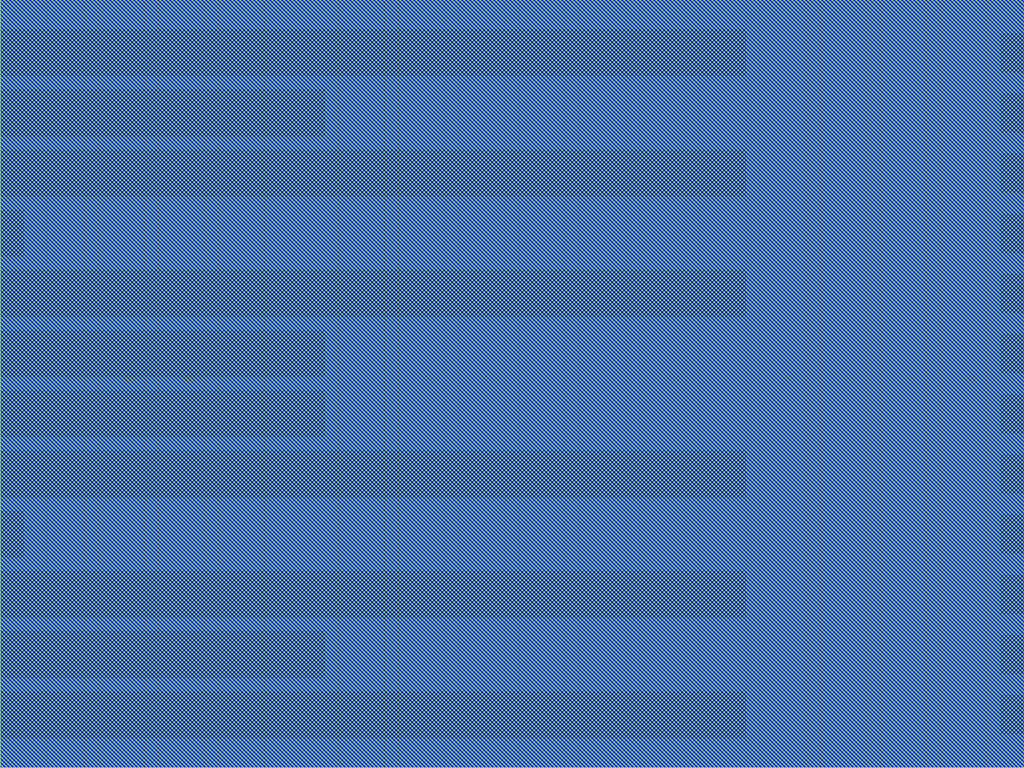
<source format=lef>
VERSION 5.8 ;
BUSBITCHARS "[]" ;
DIVIDERCHAR "/" ;

MACRO RIIO_EG1D80V_BIAS_RVT28_V
  CLASS PAD POWER ;
  ORIGIN 0 0 ;
  FOREIGN RIIO_EG1D80V_BIAS_RVT28_V 0 0 ;
  SIZE 60 BY 80 ;
  SYMMETRY X Y ;
  SITE IO_NS_site ;
  PIN VSS
    DIRECTION INOUT ;
    USE GROUND ;
    NETEXPR "vss VSS!" ;
    PORT
      LAYER IA ;
        RECT 0 73.45 60 77.05 ;
    END
    PORT
      LAYER IA ;
        RECT 0 59.35 60 62.95 ;
    END
    PORT
      CLASS CORE ;
      LAYER OI ;
        RECT 2.65 78.15 5.65 80 ;
      LAYER IA ;
        RECT 2.65 78.15 5.65 80 ;
    END
    PORT
      CLASS CORE ;
      LAYER OI ;
        RECT 12.05 78.15 15.05 80 ;
      LAYER IA ;
        RECT 12.05 78.15 15.05 80 ;
    END
    PORT
      CLASS CORE ;
      LAYER OI ;
        RECT 21.45 78.15 24.45 80 ;
      LAYER IA ;
        RECT 21.45 78.15 24.45 80 ;
    END
    PORT
      CLASS CORE ;
      LAYER OI ;
        RECT 35.55 78.15 38.55 80 ;
      LAYER IA ;
        RECT 35.55 78.15 38.55 80 ;
    END
    PORT
      CLASS CORE ;
      LAYER OI ;
        RECT 44.95 78.15 47.95 80 ;
      LAYER IA ;
        RECT 44.95 78.15 47.95 80 ;
    END
    PORT
      CLASS CORE ;
      LAYER OI ;
        RECT 54.35 78.15 57.35 80 ;
      LAYER IA ;
        RECT 54.35 78.15 57.35 80 ;
    END
  END VSS
  PIN VDDIO
    DIRECTION INOUT ;
    USE POWER ;
    NETEXPR "vddio VDDIO!" ;
    PORT
      LAYER IA ;
        RECT 0 49.95 60 53.55 ;
    END
    PORT
      LAYER IA ;
        RECT 0 35.85 60 39.45 ;
    END
    PORT
      LAYER IA ;
        RECT 0 31.15 60 34.75 ;
    END
    PORT
      LAYER IA ;
        RECT 0 12.35 60 15.95 ;
    END
    PORT
      LAYER IA ;
        RECT 0 7.65 60 11.25 ;
    END
  END VDDIO
  PIN VDD
    DIRECTION INOUT ;
    USE POWER ;
    NETEXPR "vdd VDD!" ;
    PORT
      LAYER IA ;
        RECT 0 68.75 60 72.35 ;
    END
    PORT
      LAYER IA ;
        RECT 0 64.05 60 67.65 ;
    END
    PORT
      CLASS CORE ;
      LAYER OI ;
        RECT 7.35 78.15 10.35 80 ;
      LAYER IA ;
        RECT 7.35 78.15 10.35 80 ;
    END
    PORT
      CLASS CORE ;
      LAYER OI ;
        RECT 16.75 78.15 19.75 80 ;
      LAYER IA ;
        RECT 16.75 78.15 19.75 80 ;
    END
    PORT
      CLASS CORE ;
      LAYER OI ;
        RECT 26.15 78.15 29.15 80 ;
      LAYER IA ;
        RECT 26.15 78.15 29.15 80 ;
    END
    PORT
      CLASS CORE ;
      LAYER OI ;
        RECT 30.85 78.15 33.85 80 ;
      LAYER IA ;
        RECT 30.85 78.15 33.85 80 ;
    END
    PORT
      CLASS CORE ;
      LAYER OI ;
        RECT 40.25 78.15 43.25 80 ;
      LAYER IA ;
        RECT 40.25 78.15 43.25 80 ;
    END
    PORT
      CLASS CORE ;
      LAYER OI ;
        RECT 49.65 78.15 52.65 80 ;
      LAYER IA ;
        RECT 49.65 78.15 52.65 80 ;
    END
  END VDD
  PIN VBIAS
    DIRECTION INOUT ;
    USE SIGNAL ;
    ANTENNADIFFAREA 0.352 LAYER BA ;
    NETEXPR "vbias VBIAS!" ;
    PORT
      LAYER BA ;
        RECT 0 39.575 60 40.825 ;
    END
  END VBIAS
  PIN VSSIO
    DIRECTION INOUT ;
    USE GROUND ;
    NETEXPR "vssio VSSIO!" ;
    PORT
      LAYER OI ;
        RECT 16.45 0 20.05 1.85 ;
    END
    PORT
      LAYER OI ;
        RECT 39.95 0 43.55 1.85 ;
    END
    PORT
      LAYER OI ;
        RECT 54.05 0 57.65 58.25 ;
        RECT 49.35 0 52.95 25.35 ;
        RECT 44.65 0 48.25 58.25 ;
        RECT 35.25 0 38.85 58.25 ;
        RECT 30.55 0 34.15 25.35 ;
        RECT 25.85 0 29.45 25.35 ;
        RECT 21.15 0 24.75 58.25 ;
        RECT 11.75 0 15.35 58.25 ;
        RECT 7.05 0 10.65 25.35 ;
        RECT 2.35 0 5.95 58.25 ;
      LAYER IA ;
        RECT 0 3.67 60 6.55 ;
        RECT 0 17.05 60 20.65 ;
        RECT 0 26.45 60 30.05 ;
        RECT 0 40.55 60 44.15 ;
        RECT 0 45.25 60 48.85 ;
        RECT 0 54.65 60 58.25 ;
    END
  END VSSIO
  PIN TRIM_CURV_I[4]
    DIRECTION INPUT ;
    USE SIGNAL ;
    ANTENNAPARTIALMETALAREA 2.87128 LAYER C1 ;
    ANTENNAMODEL OXIDE1 ;
      ANTENNAGATEAREA 0.03808 LAYER C1 ;
      ANTENNAMAXAREACAR 81.406755 LAYER C1 ;
    PORT
      LAYER C1 ;
        RECT 45.65 79.84 45.81 80 ;
    END
  END TRIM_CURV_I[4]
  PIN TRIM_CURV_I[3]
    DIRECTION INPUT ;
    USE SIGNAL ;
    ANTENNAPARTIALMETALAREA 2.86008 LAYER C1 ;
    ANTENNAMODEL OXIDE1 ;
      ANTENNAGATEAREA 0.03808 LAYER C1 ;
      ANTENNAMAXAREACAR 80.343407 LAYER C1 ;
    PORT
      LAYER C1 ;
        RECT 45.13 79.84 45.29 80 ;
    END
  END TRIM_CURV_I[3]
  PIN TRIM_CURV_I[2]
    DIRECTION INPUT ;
    USE SIGNAL ;
    ANTENNAPARTIALMETALAREA 3.05888 LAYER C1 ;
    ANTENNAMODEL OXIDE1 ;
      ANTENNAGATEAREA 0.04704 LAYER C1 ;
      ANTENNAMAXAREACAR 70.193878 LAYER C1 ;
    PORT
      LAYER C1 ;
        RECT 44.61 79.84 44.77 80 ;
    END
  END TRIM_CURV_I[2]
  PIN TRIM_CURV_I[1]
    DIRECTION INPUT ;
    USE SIGNAL ;
    ANTENNAPARTIALMETALAREA 3.16948 LAYER C1 ;
    ANTENNAMODEL OXIDE1 ;
      ANTENNAGATEAREA 0.07392 LAYER C1 ;
      ANTENNAMAXAREACAR 50.562432 LAYER C1 ;
    PORT
      LAYER C1 ;
        RECT 44.09 79.84 44.25 80 ;
    END
  END TRIM_CURV_I[1]
  PIN TRIM_CURV_I[0]
    DIRECTION INPUT ;
    USE SIGNAL ;
    ANTENNAPARTIALMETALAREA 2.67248 LAYER C1 ;
    ANTENNAMODEL OXIDE1 ;
      ANTENNAGATEAREA 0.1456 LAYER C1 ;
      ANTENNAMAXAREACAR 27.374176 LAYER C1 ;
    PORT
      LAYER C1 ;
        RECT 43.57 79.84 43.73 80 ;
    END
  END TRIM_CURV_I[0]
  PIN BG_VALID_N_O
    DIRECTION OUTPUT ;
    USE SIGNAL ;
    ANTENNAPARTIALMETALAREA 3.08032 LAYER C1 ;
    ANTENNADIFFAREA 0.1045 LAYER C1 ;
    ANTENNAMODEL OXIDE1 ;
      ANTENNAGATEAREA 0.099 LAYER C1 ;
      ANTENNAMAXAREACAR 10.462518 LAYER C1 ;
    PORT
      LAYER C1 ;
        RECT 25.11 79.84 25.27 80 ;
    END
  END BG_VALID_N_O
  PIN EN_I
    DIRECTION INPUT ;
    USE SIGNAL ;
    ANTENNAPARTIALMETALAREA 1.4424 LAYER C1 ;
    ANTENNAMODEL OXIDE1 ;
      ANTENNAGATEAREA 0.02576 LAYER C1 ;
      ANTENNAMAXAREACAR 58.141304 LAYER C1 ;
    PORT
      LAYER C1 ;
        RECT 13.67 79.84 13.83 80 ;
    END
  END EN_I
  PIN VTMP_O
    DIRECTION OUTPUT ;
    USE SIGNAL ;
    ANTENNAPARTIALMETALAREA 4.97008 LAYER C1 ;
    ANTENNADIFFAREA 0.32 LAYER C1 ;
    ANTENNAMODEL OXIDE1 ;
      ANTENNAGATEAREA 2.4 LAYER C1 ;
      ANTENNAMAXAREACAR 2.244581 LAYER C1 ;
    PORT
      LAYER C1 ;
        RECT 18.09 79.84 18.25 80 ;
    END
  END VTMP_O
  PIN VBG_O
    DIRECTION OUTPUT ;
    USE SIGNAL ;
    ANTENNAPARTIALMETALAREA 4.97008 LAYER C1 ;
    ANTENNADIFFAREA 0.32 LAYER C1 ;
    ANTENNAMODEL OXIDE1 ;
      ANTENNAGATEAREA 2.4 LAYER C1 ;
      ANTENNAMAXAREACAR 2.553479 LAYER C1 ;
    PORT
      LAYER C1 ;
        RECT 14.45 79.84 14.61 80 ;
    END
  END VBG_O
  PIN IBIAS_O[15]
    DIRECTION OUTPUT ;
    USE SIGNAL ;
    ANTENNAPARTIALMETALAREA 5.96528 LAYER C1 ;
    ANTENNADIFFAREA 0.088 LAYER C1 ;
    PORT
      LAYER C1 ;
        RECT 5.87 79.84 6.03 80 ;
    END
  END IBIAS_O[15]
  PIN TRIM_BIAS_I[3]
    DIRECTION INPUT ;
    USE SIGNAL ;
    ANTENNAPARTIALMETALAREA 1.4424 LAYER C1 ;
    ANTENNAMODEL OXIDE1 ;
      ANTENNAGATEAREA 0.02576 LAYER C1 ;
      ANTENNAMAXAREACAR 58.054348 LAYER C1 ;
    PORT
      LAYER C1 ;
        RECT 28.23 79.84 28.39 80 ;
    END
  END TRIM_BIAS_I[3]
  PIN TRIM_BIAS_I[2]
    DIRECTION INPUT ;
    USE SIGNAL ;
    ANTENNAPARTIALMETALAREA 1.4424 LAYER C1 ;
    ANTENNAMODEL OXIDE1 ;
      ANTENNAGATEAREA 0.02576 LAYER C1 ;
      ANTENNAMAXAREACAR 58.166149 LAYER C1 ;
    PORT
      LAYER C1 ;
        RECT 24.59 79.84 24.75 80 ;
    END
  END TRIM_BIAS_I[2]
  PIN TRIM_BIAS_I[1]
    DIRECTION INPUT ;
    USE SIGNAL ;
    ANTENNAPARTIALMETALAREA 1.4424 LAYER C1 ;
    ANTENNAMODEL OXIDE1 ;
      ANTENNAGATEAREA 0.02576 LAYER C1 ;
      ANTENNAMAXAREACAR 58.029503 LAYER C1 ;
    PORT
      LAYER C1 ;
        RECT 17.31 79.84 17.47 80 ;
    END
  END TRIM_BIAS_I[1]
  PIN TRIM_BIAS_I[0]
    DIRECTION INPUT ;
    USE SIGNAL ;
    ANTENNAPARTIALMETALAREA 1.4424 LAYER C1 ;
    ANTENNAMODEL OXIDE1 ;
      ANTENNAGATEAREA 0.02576 LAYER C1 ;
      ANTENNAMAXAREACAR 58.27795 LAYER C1 ;
    PORT
      LAYER C1 ;
        RECT 20.95 79.84 21.11 80 ;
    END
  END TRIM_BIAS_I[0]
  PIN IBIAS_O[14]
    DIRECTION OUTPUT ;
    USE SIGNAL ;
    ANTENNAPARTIALMETALAREA 5.96528 LAYER C1 ;
    ANTENNADIFFAREA 0.088 LAYER C1 ;
    PORT
      LAYER C1 ;
        RECT 6.13 79.84 6.29 80 ;
    END
  END IBIAS_O[14]
  PIN IBIAS_O[13]
    DIRECTION OUTPUT ;
    USE SIGNAL ;
    ANTENNAPARTIALMETALAREA 5.96528 LAYER C1 ;
    ANTENNADIFFAREA 0.088 LAYER C1 ;
    PORT
      LAYER C1 ;
        RECT 6.39 79.84 6.55 80 ;
    END
  END IBIAS_O[13]
  PIN IBIAS_O[12]
    DIRECTION OUTPUT ;
    USE SIGNAL ;
    ANTENNAPARTIALMETALAREA 5.96528 LAYER C1 ;
    ANTENNADIFFAREA 0.088 LAYER C1 ;
    PORT
      LAYER C1 ;
        RECT 6.65 79.84 6.81 80 ;
    END
  END IBIAS_O[12]
  PIN IBIAS_O[11]
    DIRECTION OUTPUT ;
    USE SIGNAL ;
    ANTENNAPARTIALMETALAREA 5.96528 LAYER C1 ;
    ANTENNADIFFAREA 0.088 LAYER C1 ;
    PORT
      LAYER C1 ;
        RECT 6.91 79.84 7.07 80 ;
    END
  END IBIAS_O[11]
  PIN IBIAS_O[10]
    DIRECTION OUTPUT ;
    USE SIGNAL ;
    ANTENNAPARTIALMETALAREA 5.96528 LAYER C1 ;
    ANTENNADIFFAREA 0.088 LAYER C1 ;
    PORT
      LAYER C1 ;
        RECT 7.17 79.84 7.33 80 ;
    END
  END IBIAS_O[10]
  PIN IBIAS_O[9]
    DIRECTION OUTPUT ;
    USE SIGNAL ;
    ANTENNAPARTIALMETALAREA 5.96528 LAYER C1 ;
    ANTENNADIFFAREA 0.088 LAYER C1 ;
    PORT
      LAYER C1 ;
        RECT 7.43 79.84 7.59 80 ;
    END
  END IBIAS_O[9]
  PIN IBIAS_O[8]
    DIRECTION OUTPUT ;
    USE SIGNAL ;
    ANTENNAPARTIALMETALAREA 5.96528 LAYER C1 ;
    ANTENNADIFFAREA 0.088 LAYER C1 ;
    PORT
      LAYER C1 ;
        RECT 7.69 79.84 7.85 80 ;
    END
  END IBIAS_O[8]
  PIN IBIAS_O[7]
    DIRECTION OUTPUT ;
    USE SIGNAL ;
    ANTENNAPARTIALMETALAREA 5.96528 LAYER C1 ;
    ANTENNADIFFAREA 0.088 LAYER C1 ;
    PORT
      LAYER C1 ;
        RECT 8.47 79.84 8.63 80 ;
    END
  END IBIAS_O[7]
  PIN IBIAS_O[6]
    DIRECTION OUTPUT ;
    USE SIGNAL ;
    ANTENNAPARTIALMETALAREA 5.96528 LAYER C1 ;
    ANTENNADIFFAREA 0.088 LAYER C1 ;
    PORT
      LAYER C1 ;
        RECT 8.73 79.84 8.89 80 ;
    END
  END IBIAS_O[6]
  PIN IBIAS_O[5]
    DIRECTION OUTPUT ;
    USE SIGNAL ;
    ANTENNAPARTIALMETALAREA 5.96528 LAYER C1 ;
    ANTENNADIFFAREA 0.088 LAYER C1 ;
    PORT
      LAYER C1 ;
        RECT 9.51 79.84 9.67 80 ;
    END
  END IBIAS_O[5]
  PIN IBIAS_O[4]
    DIRECTION OUTPUT ;
    USE SIGNAL ;
    ANTENNAPARTIALMETALAREA 5.96528 LAYER C1 ;
    ANTENNADIFFAREA 0.088 LAYER C1 ;
    PORT
      LAYER C1 ;
        RECT 9.77 79.84 9.93 80 ;
    END
  END IBIAS_O[4]
  PIN IBIAS_O[3]
    DIRECTION OUTPUT ;
    USE SIGNAL ;
    ANTENNAPARTIALMETALAREA 5.96528 LAYER C1 ;
    ANTENNADIFFAREA 0.088 LAYER C1 ;
    PORT
      LAYER C1 ;
        RECT 10.55 79.84 10.71 80 ;
    END
  END IBIAS_O[3]
  PIN IBIAS_O[2]
    DIRECTION OUTPUT ;
    USE SIGNAL ;
    ANTENNAPARTIALMETALAREA 5.96528 LAYER C1 ;
    ANTENNADIFFAREA 0.088 LAYER C1 ;
    PORT
      LAYER C1 ;
        RECT 10.81 79.84 10.97 80 ;
    END
  END IBIAS_O[2]
  PIN IBIAS_O[1]
    DIRECTION OUTPUT ;
    USE SIGNAL ;
    ANTENNAPARTIALMETALAREA 5.96528 LAYER C1 ;
    ANTENNADIFFAREA 0.088 LAYER C1 ;
    PORT
      LAYER C1 ;
        RECT 11.07 79.84 11.23 80 ;
    END
  END IBIAS_O[1]
  PIN IBIAS_O[0]
    DIRECTION OUTPUT ;
    USE SIGNAL ;
    ANTENNAPARTIALMETALAREA 5.96528 LAYER C1 ;
    ANTENNADIFFAREA 0.088 LAYER C1 ;
    PORT
      LAYER C1 ;
        RECT 11.33 79.84 11.49 80 ;
    END
  END IBIAS_O[0]
  PIN BG_STARTUP_I
    DIRECTION INPUT ;
    USE SIGNAL ;
    ANTENNAPARTIALMETALAREA 5.09808 LAYER C1 ;
    ANTENNADIFFAREA 0.2528 LAYER C1 ;
    ANTENNAMODEL OXIDE1 ;
      ANTENNAGATEAREA 0.474 LAYER C1 ;
      ANTENNAMAXAREACAR 6.261814 LAYER C1 ;
    PORT
      LAYER C1 ;
        RECT 23.03 79.84 23.19 80 ;
    END
  END BG_STARTUP_I
  PIN TRIM_VBG_I[4]
    DIRECTION INPUT ;
    USE SIGNAL ;
    ANTENNAPARTIALMETALAREA 3.12288 LAYER C1 ;
    ANTENNAMODEL OXIDE1 ;
      ANTENNAGATEAREA 0.03808 LAYER C1 ;
      ANTENNAMAXAREACAR 87.244667 LAYER C1 ;
    PORT
      LAYER C1 ;
        RECT 39.93 79.84 40.09 80 ;
    END
  END TRIM_VBG_I[4]
  PIN TRIM_VBG_I[3]
    DIRECTION INPUT ;
    USE SIGNAL ;
    ANTENNAPARTIALMETALAREA 3.06168 LAYER C1 ;
    ANTENNAMODEL OXIDE1 ;
      ANTENNAGATEAREA 0.03808 LAYER C1 ;
      ANTENNAMAXAREACAR 85.637524 LAYER C1 ;
    PORT
      LAYER C1 ;
        RECT 39.41 79.84 39.57 80 ;
    END
  END TRIM_VBG_I[3]
  PIN TRIM_VBG_I[2]
    DIRECTION INPUT ;
    USE SIGNAL ;
    ANTENNAPARTIALMETALAREA 3.35008 LAYER C1 ;
    ANTENNAMODEL OXIDE1 ;
      ANTENNAGATEAREA 0.04704 LAYER C1 ;
      ANTENNAMAXAREACAR 76.697598 LAYER C1 ;
    PORT
      LAYER C1 ;
        RECT 38.89 79.84 39.05 80 ;
    END
  END TRIM_VBG_I[2]
  PIN TRIM_VBG_I[1]
    DIRECTION INPUT ;
    USE SIGNAL ;
    ANTENNAPARTIALMETALAREA 3.49428 LAYER C1 ;
    ANTENNAMODEL OXIDE1 ;
      ANTENNAGATEAREA 0.07392 LAYER C1 ;
      ANTENNAMAXAREACAR 54.639236 LAYER C1 ;
    PORT
      LAYER C1 ;
        RECT 38.37 79.84 38.53 80 ;
    END
  END TRIM_VBG_I[1]
  PIN TRIM_VBG_I[0]
    DIRECTION INPUT ;
    USE SIGNAL ;
    ANTENNAPARTIALMETALAREA 2.7464 LAYER C1 ;
    ANTENNAMODEL OXIDE1 ;
      ANTENNAGATEAREA 0.1456 LAYER C1 ;
      ANTENNAMAXAREACAR 29.124725 LAYER C1 ;
    PORT
      LAYER C1 ;
        RECT 37.85 79.84 38.01 80 ;
    END
  END TRIM_VBG_I[0]
  PIN EN_VBIAS_I
    DIRECTION INPUT ;
    USE SIGNAL ;
    ANTENNAPARTIALMETALAREA 1.4424 LAYER C1 ;
    ANTENNAMODEL OXIDE1 ;
      ANTENNAGATEAREA 0.02576 LAYER C1 ;
      ANTENNAMAXAREACAR 58.253106 LAYER C1 ;
    PORT
      LAYER C1 ;
        RECT 10.03 79.84 10.19 80 ;
    END
  END EN_VBIAS_I
  OBS
    LAYER CA ;
      RECT 0 0 60 80 ;
    LAYER M1 ;
      RECT 0 0 60 80 ;
    LAYER V1 ;
      RECT 0 0 60 80 ;
    LAYER M2 ;
      RECT 0 0 60 80 ;
    LAYER A1 ;
      RECT 0 0 60 80 ;
    LAYER C2 ;
      RECT 0 0 60 80 ;
    LAYER IA ;
      RECT 0 0 60 80 ;
    LAYER YZ ;
      RECT 0 0 60 80 ;
    LAYER CB ;
      RECT 0 0 60 80 ;
    LAYER OI ;
      RECT 0 0 60 80 ;
    LAYER JQ ;
      RECT 0 0 60 80 ;
    LAYER AY ;
      RECT 0 0 60 80 ;
    LAYER C1 ;
      RECT 0 0 60 80 ;
    LAYER WT ;
      RECT 0 0 60 80 ;
    LAYER BA ;
      RECT 0 0 60 80 ;
    LAYER WA ;
      RECT 0 0 60 80 ;
    LAYER BB ;
      RECT 0 0 60 80 ;
    LAYER C3 ;
      RECT 0 0 60 80 ;
    LAYER A2 ;
      RECT 0 0 60 80 ;
  END
END RIIO_EG1D80V_BIAS_RVT28_V

MACRO RIIO_EG1D80V_GPIO_RVT28_V
  CLASS PAD INOUT ;
  ORIGIN 0 0 ;
  FOREIGN RIIO_EG1D80V_GPIO_RVT28_V 0 0 ;
  SIZE 60 BY 80 ;
  SYMMETRY X Y ;
  SITE IO_NS_site ;
  PIN CO_I
    DIRECTION INPUT ;
    USE SIGNAL ;
    ANTENNAPARTIALMETALAREA 3.52912 LAYER C1 ;
    ANTENNAMODEL OXIDE1 ;
      ANTENNAGATEAREA 0.02576 LAYER C1 ;
      ANTENNAMAXAREACAR 138.704969 LAYER C1 ;
    PORT
      LAYER C1 ;
        RECT 19.24 79.84 19.4 80 ;
    END
  END CO_I
  PIN PAD_B
    DIRECTION INOUT ;
    USE SIGNAL ;
    ANTENNAPARTIALMETALAREA 370.645 LAYER BA ;
    ANTENNAPARTIALMETALAREA 400.1975 LAYER C3 ;
    ANTENNAPARTIALMETALAREA 135.895 LAYER BB ;
    ANTENNAPARTIALMETALAREA 127.08 LAYER IA ;
    ANTENNAPARTIALMETALAREA 518.645 LAYER OI ;
    ANTENNAPARTIALMETALAREA 241.9675 LAYER C2 ;
    ANTENNAPARTIALCUTAREA 15.4548 LAYER WA ;
    ANTENNAPARTIALCUTAREA 10.4976 LAYER WT ;
    ANTENNAPARTIALCUTAREA 13.226976 LAYER YZ ;
    ANTENNAPARTIALCUTAREA 15.116544 LAYER JQ ;
    ANTENNAPARTIALCUTAREA 10.276288 LAYER A2 ;
    ANTENNADIFFAREA 208.5584 LAYER BA ;
    ANTENNADIFFAREA 208.5584 LAYER C3 ;
    ANTENNADIFFAREA 208.5584 LAYER BB ;
    ANTENNADIFFAREA 208.5584 LAYER IA ;
    ANTENNADIFFAREA 208.5584 LAYER OI ;
    ANTENNADIFFAREA 208.5584 LAYER C2 ;
    PORT
      LAYER C2 ;
        RECT 54.05 0 57.65 1.85 ;
        RECT 49.35 0 52.95 1.85 ;
        RECT 44.65 0 48.25 1.85 ;
        RECT 39.95 0 43.55 1.85 ;
        RECT 35.25 0 38.85 1.85 ;
        RECT 30.55 0 34.15 1.85 ;
        RECT 25.85 0 29.45 1.85 ;
        RECT 21.15 0 24.75 1.85 ;
        RECT 16.45 0 20.05 1.85 ;
        RECT 11.75 0 15.35 1.85 ;
        RECT 7.05 0 10.65 1.85 ;
        RECT 2.35 0 5.95 1.85 ;
      LAYER C3 ;
        RECT 54.05 0 57.65 1.85 ;
        RECT 49.35 0 52.95 1.85 ;
        RECT 44.65 0 48.25 1.85 ;
        RECT 39.95 0 43.55 1.85 ;
        RECT 35.25 0 38.85 1.85 ;
        RECT 30.55 0 34.15 1.85 ;
        RECT 25.85 0 29.45 1.85 ;
        RECT 21.15 0 24.75 1.85 ;
        RECT 16.45 0 20.05 1.85 ;
        RECT 11.75 0 15.35 1.85 ;
        RECT 7.05 0 10.65 1.85 ;
        RECT 2.35 0 5.95 1.85 ;
      LAYER BA ;
        RECT 54.05 0 57.65 1.85 ;
        RECT 49.35 0 52.95 1.85 ;
        RECT 44.65 0 48.25 1.85 ;
        RECT 39.95 0 43.55 1.85 ;
        RECT 35.25 0 38.85 1.85 ;
        RECT 30.55 0 34.15 1.85 ;
        RECT 25.85 0 29.45 1.85 ;
        RECT 21.15 0 24.75 1.85 ;
        RECT 16.45 0 20.05 1.85 ;
        RECT 11.75 0 15.35 1.85 ;
        RECT 7.05 0 10.65 1.85 ;
        RECT 2.35 0 5.95 1.85 ;
      LAYER IA ;
        RECT 54.05 0 57.65 1.85 ;
        RECT 49.35 0 52.95 1.85 ;
        RECT 44.65 0 48.25 1.85 ;
        RECT 39.95 0 43.55 1.85 ;
        RECT 35.25 0 38.85 1.85 ;
        RECT 30.55 0 34.15 1.85 ;
        RECT 25.85 0 29.45 1.85 ;
        RECT 21.15 0 24.75 1.85 ;
        RECT 16.45 0 20.05 1.85 ;
        RECT 11.75 0 15.35 1.85 ;
        RECT 7.05 0 10.65 1.85 ;
        RECT 2.35 0 5.95 1.85 ;
      LAYER OI ;
        RECT 54.05 0 57.65 1.85 ;
        RECT 49.35 0 52.95 25.35 ;
        RECT 44.65 0 48.25 1.85 ;
        RECT 39.95 0 43.55 1.85 ;
        RECT 35.25 0 38.85 25.35 ;
        RECT 30.55 0 34.15 25.35 ;
        RECT 25.85 0 29.45 25.35 ;
        RECT 21.15 0 24.75 25.35 ;
        RECT 16.45 0 20.05 1.85 ;
        RECT 11.75 0 15.35 1.85 ;
        RECT 7.05 0 10.65 25.35 ;
        RECT 2.35 0 5.95 1.85 ;
      LAYER BB ;
        RECT 54.05 0 57.65 1.85 ;
        RECT 49.35 0 52.95 1.85 ;
        RECT 44.65 0 48.25 1.85 ;
        RECT 39.95 0 43.55 1.85 ;
        RECT 35.25 0 38.85 1.85 ;
        RECT 30.55 0 34.15 1.85 ;
        RECT 25.85 0 29.45 1.85 ;
        RECT 21.15 0 24.75 1.85 ;
        RECT 16.45 0 20.05 1.85 ;
        RECT 11.75 0 15.35 1.85 ;
        RECT 7.05 0 10.65 1.85 ;
        RECT 2.35 0 5.95 1.85 ;
    END
  END PAD_B
  PIN DI_O[0]
    DIRECTION OUTPUT ;
    USE SIGNAL ;
    ANTENNAPARTIALMETALAREA 4.02096 LAYER C1 ;
    ANTENNADIFFAREA 0.04048 LAYER C1 ;
    PORT
      LAYER C1 ;
        RECT 39.78 79.84 39.94 80 ;
    END
  END DI_O[0]
  PIN DI_O[1]
    DIRECTION OUTPUT ;
    USE SIGNAL ;
    ANTENNAPARTIALMETALAREA 4.01968 LAYER C1 ;
    ANTENNADIFFAREA 0.04048 LAYER C1 ;
    PORT
      LAYER C1 ;
        RECT 37.96 79.84 38.12 80 ;
    END
  END DI_O[1]
  PIN DO_I
    DIRECTION INPUT ;
    USE SIGNAL ;
    ANTENNAPARTIALMETALAREA 3.76592 LAYER C1 ;
    ANTENNAMODEL OXIDE1 ;
      ANTENNAGATEAREA 0.21504 LAYER C1 ;
      ANTENNAMAXAREACAR 18.287798 LAYER C1 ;
    PORT
      LAYER C1 ;
        RECT 8.32 79.84 8.48 80 ;
    END
  END DO_I
  PIN DS_I[0]
    DIRECTION INPUT ;
    USE SIGNAL ;
    ANTENNAPARTIALMETALAREA 4.7984 LAYER C1 ;
    ANTENNAMODEL OXIDE1 ;
      ANTENNAGATEAREA 0.02576 LAYER C1 ;
      ANTENNAMAXAREACAR 187.962733 LAYER C1 ;
    PORT
      LAYER C1 ;
        RECT 24.18 79.84 24.34 80 ;
    END
  END DS_I[0]
  PIN DS_I[1]
    DIRECTION INPUT ;
    USE SIGNAL ;
    ANTENNAPARTIALMETALAREA 4.796 LAYER C1 ;
    ANTENNAMODEL OXIDE1 ;
      ANTENNAGATEAREA 0.02576 LAYER C1 ;
      ANTENNAMAXAREACAR 187.829193 LAYER C1 ;
    PORT
      LAYER C1 ;
        RECT 26.78 79.84 26.94 80 ;
    END
  END DS_I[1]
  PIN DS_I[2]
    DIRECTION INPUT ;
    USE SIGNAL ;
    ANTENNAPARTIALMETALAREA 3.53232 LAYER C1 ;
    ANTENNAMODEL OXIDE1 ;
      ANTENNAGATEAREA 0.02576 LAYER C1 ;
      ANTENNAMAXAREACAR 140.512422 LAYER C1 ;
    PORT
      LAYER C1 ;
        RECT 9.62 79.84 9.78 80 ;
    END
  END DS_I[2]
  PIN DS_I[3]
    DIRECTION INPUT ;
    USE SIGNAL ;
    ANTENNAPARTIALMETALAREA 3.52864 LAYER C1 ;
    ANTENNAMODEL OXIDE1 ;
      ANTENNAGATEAREA 0.02576 LAYER C1 ;
      ANTENNAMAXAREACAR 138.773292 LAYER C1 ;
    PORT
      LAYER C1 ;
        RECT 3.9 79.84 4.06 80 ;
    END
  END DS_I[3]
  PIN IE_I
    DIRECTION INPUT ;
    USE SIGNAL ;
    ANTENNAPARTIALMETALAREA 4.0024 LAYER C1 ;
    ANTENNAMODEL OXIDE1 ;
      ANTENNAGATEAREA 0.02576 LAYER C1 ;
      ANTENNAMAXAREACAR 157.152174 LAYER C1 ;
    PORT
      LAYER C1 ;
        RECT 45.24 79.84 45.4 80 ;
    END
  END IE_I
  PIN ODN_I
    DIRECTION INPUT ;
    USE SIGNAL ;
    ANTENNAPARTIALMETALAREA 3.52976 LAYER C1 ;
    ANTENNAMODEL OXIDE1 ;
      ANTENNAGATEAREA 0.02576 LAYER C1 ;
      ANTENNAMAXAREACAR 140.434783 LAYER C1 ;
    PORT
      LAYER C1 ;
        RECT 13.52 79.84 13.68 80 ;
    END
  END ODN_I
  PIN ODP_I
    DIRECTION INPUT ;
    USE SIGNAL ;
    ANTENNAPARTIALMETALAREA 3.53088 LAYER C1 ;
    ANTENNAMODEL OXIDE1 ;
      ANTENNAGATEAREA 0.02576 LAYER C1 ;
      ANTENNAMAXAREACAR 138.723602 LAYER C1 ;
    PORT
      LAYER C1 ;
        RECT 11.18 79.84 11.34 80 ;
    END
  END ODP_I
  PIN OE_I
    DIRECTION INPUT ;
    USE SIGNAL ;
    ANTENNAPARTIALMETALAREA 3.78736 LAYER C1 ;
    ANTENNAMODEL OXIDE1 ;
      ANTENNAGATEAREA 0.21504 LAYER C1 ;
      ANTENNAMAXAREACAR 18.495015 LAYER C1 ;
    PORT
      LAYER C1 ;
        RECT 14.56 79.84 14.72 80 ;
    END
  END OE_I
  PIN PD_I
    DIRECTION INPUT ;
    USE SIGNAL ;
    ANTENNAPARTIALMETALAREA 3.996 LAYER C1 ;
    ANTENNAMODEL OXIDE1 ;
      ANTENNAGATEAREA 0.02576 LAYER C1 ;
      ANTENNAMAXAREACAR 156.704969 LAYER C1 ;
    PORT
      LAYER C1 ;
        RECT 37.18 79.84 37.34 80 ;
    END
  END PD_I
  PIN VSSIO
    DIRECTION INOUT ;
    USE GROUND ;
    NETEXPR "vssio VSSIO!" ;
    PORT
      LAYER IA ;
        RECT 0 54.65 60 58.25 ;
    END
    PORT
      LAYER IA ;
        RECT 0 45.25 60 48.85 ;
    END
    PORT
      LAYER IA ;
        RECT 0 40.55 60 44.15 ;
    END
    PORT
      LAYER IA ;
        RECT 0 26.45 60 30.05 ;
    END
    PORT
      LAYER IA ;
        RECT 0 17.05 60 20.65 ;
    END
    PORT
      LAYER IA ;
        RECT 0 3.67 60 6.55 ;
    END
  END VSSIO
  PIN VDD
    DIRECTION INOUT ;
    USE POWER ;
    NETEXPR "vdd VDD!" ;
    PORT
      CLASS CORE ;
      LAYER IA ;
        RECT 7.35 78.15 10.35 80 ;
      LAYER OI ;
        RECT 7.35 78.15 10.35 80 ;
    END
    PORT
      CLASS CORE ;
      LAYER IA ;
        RECT 16.75 78.15 19.75 80 ;
      LAYER OI ;
        RECT 16.75 78.15 19.75 80 ;
    END
    PORT
      CLASS CORE ;
      LAYER IA ;
        RECT 26.15 78.15 29.15 80 ;
      LAYER OI ;
        RECT 26.15 78.15 29.15 80 ;
    END
    PORT
      CLASS CORE ;
      LAYER IA ;
        RECT 30.85 78.15 33.85 80 ;
      LAYER OI ;
        RECT 30.85 78.15 33.85 80 ;
    END
    PORT
      CLASS CORE ;
      LAYER IA ;
        RECT 40.25 78.15 43.25 80 ;
      LAYER OI ;
        RECT 40.25 78.15 43.25 80 ;
    END
    PORT
      CLASS CORE ;
      LAYER IA ;
        RECT 49.65 78.15 52.65 80 ;
      LAYER OI ;
        RECT 49.65 78.15 52.65 80 ;
    END
    PORT
      LAYER IA ;
        RECT 0 68.75 60 72.35 ;
    END
    PORT
      LAYER IA ;
        RECT 0 64.05 60 67.65 ;
    END
  END VDD
  PIN VSS
    DIRECTION INOUT ;
    USE GROUND ;
    NETEXPR "vss VSS!" ;
    PORT
      CLASS CORE ;
      LAYER IA ;
        RECT 2.65 78.15 5.65 80 ;
      LAYER OI ;
        RECT 2.65 78.15 5.65 80 ;
    END
    PORT
      CLASS CORE ;
      LAYER IA ;
        RECT 12.05 78.15 15.05 80 ;
      LAYER OI ;
        RECT 12.05 78.15 15.05 80 ;
    END
    PORT
      CLASS CORE ;
      LAYER IA ;
        RECT 21.45 78.15 24.45 80 ;
      LAYER OI ;
        RECT 21.45 78.15 24.45 80 ;
    END
    PORT
      CLASS CORE ;
      LAYER IA ;
        RECT 35.55 78.15 38.55 80 ;
      LAYER OI ;
        RECT 35.55 78.15 38.55 80 ;
    END
    PORT
      CLASS CORE ;
      LAYER IA ;
        RECT 44.95 78.15 47.95 80 ;
      LAYER OI ;
        RECT 44.95 78.15 47.95 80 ;
    END
    PORT
      CLASS CORE ;
      LAYER IA ;
        RECT 54.35 78.15 57.35 80 ;
      LAYER OI ;
        RECT 54.35 78.15 57.35 80 ;
    END
    PORT
      LAYER IA ;
        RECT 0 73.45 60 77.05 ;
    END
    PORT
      LAYER IA ;
        RECT 0 59.35 60 62.95 ;
    END
  END VSS
  PIN PU_I
    DIRECTION INPUT ;
    USE SIGNAL ;
    ANTENNAPARTIALMETALAREA 3.99376 LAYER C1 ;
    ANTENNAMODEL OXIDE1 ;
      ANTENNAGATEAREA 0.02576 LAYER C1 ;
      ANTENNAMAXAREACAR 156.611801 LAYER C1 ;
    PORT
      LAYER C1 ;
        RECT 34.32 79.84 34.48 80 ;
    END
  END PU_I
  PIN SR_I
    DIRECTION INPUT ;
    USE SIGNAL ;
    ANTENNAPARTIALMETALAREA 3.53232 LAYER C1 ;
    ANTENNAMODEL OXIDE1 ;
      ANTENNAGATEAREA 0.02576 LAYER C1 ;
      ANTENNAMAXAREACAR 138.754658 LAYER C1 ;
    PORT
      LAYER C1 ;
        RECT 22.1 79.84 22.26 80 ;
    END
  END SR_I
  PIN VDDIO
    DIRECTION INOUT ;
    USE POWER ;
    NETEXPR "vddio VDDIO!" ;
    PORT
      LAYER IA ;
        RECT 0 49.95 60 53.55 ;
    END
    PORT
      LAYER IA ;
        RECT 0 35.85 60 39.45 ;
    END
    PORT
      LAYER IA ;
        RECT 0 31.15 60 34.75 ;
    END
    PORT
      LAYER IA ;
        RECT 0 12.35 60 15.95 ;
    END
    PORT
      LAYER IA ;
        RECT 0 7.65 60 11.25 ;
    END
  END VDDIO
  PIN STE_I[0]
    DIRECTION INPUT ;
    USE SIGNAL ;
    ANTENNAPARTIALMETALAREA 4.0088 LAYER C1 ;
    ANTENNAMODEL OXIDE1 ;
      ANTENNAGATEAREA 0.02576 LAYER C1 ;
      ANTENNAMAXAREACAR 157.313665 LAYER C1 ;
    PORT
      LAYER C1 ;
        RECT 40.82 79.84 40.98 80 ;
    END
  END STE_I[0]
  PIN STE_I[1]
    DIRECTION INPUT ;
    USE SIGNAL ;
    ANTENNAPARTIALMETALAREA 3.99552 LAYER C1 ;
    ANTENNAMODEL OXIDE1 ;
      ANTENNAGATEAREA 0.02576 LAYER C1 ;
      ANTENNAMAXAREACAR 156.791925 LAYER C1 ;
    PORT
      LAYER C1 ;
        RECT 30.68 79.84 30.84 80 ;
    END
  END STE_I[1]
  PIN VBIAS
    DIRECTION INOUT ;
    USE SIGNAL ;
    ANTENNAPARTIALMETALAREA 0.06 LAYER BA ;
    ANTENNADIFFAREA 0.3465 LAYER BA ;
    NETEXPR "vbias VBIAS!" ;
    PORT
      LAYER BA ;
        RECT 0 39.576 60 40.825 ;
    END
  END VBIAS
  OBS
    LAYER CA ;
      RECT 0 0 60 80 ;
    LAYER M1 ;
      RECT 0 0 60 80 ;
    LAYER V1 ;
      RECT 0 0 60 80 ;
    LAYER M2 ;
      RECT 0 0 60 80 ;
    LAYER A1 ;
      RECT 0 0 60 80 ;
    LAYER C2 ;
      RECT 0 0 60 80 ;
    LAYER IA ;
      RECT 0 0 60 80 ;
    LAYER YZ ;
      RECT 0 0 60 80 ;
    LAYER CB ;
      RECT 0 0 60 80 ;
    LAYER OI ;
      RECT 0 0 60 80 ;
    LAYER JQ ;
      RECT 0 0 60 80 ;
    LAYER AY ;
      RECT 0 0 60 80 ;
    LAYER C1 ;
      RECT 0 0 60 80 ;
    LAYER WT ;
      RECT 0 0 60 80 ;
    LAYER BA ;
      RECT 0 0 60 80 ;
    LAYER WA ;
      RECT 0 0 60 80 ;
    LAYER BB ;
      RECT 0 0 60 80 ;
    LAYER C3 ;
      RECT 0 0 60 80 ;
    LAYER A2 ;
      RECT 0 0 60 80 ;
  END
END RIIO_EG1D80V_GPIO_RVT28_V

MACRO RIIO_EG1D80V_GPI_PD_RVT28_V
  CLASS PAD INOUT ;
  ORIGIN 0 0 ;
  FOREIGN RIIO_EG1D80V_GPI_PD_RVT28_V 0 0 ;
  SIZE 60 BY 80 ;
  SYMMETRY X Y ;
  SITE IO_NS_site ;
  PIN PAD_B
    DIRECTION INOUT ;
    USE SIGNAL ;
    ANTENNAPARTIALMETALAREA 370.645 LAYER BA ;
    ANTENNAPARTIALMETALAREA 400.1975 LAYER C3 ;
    ANTENNAPARTIALMETALAREA 135.895 LAYER BB ;
    ANTENNAPARTIALMETALAREA 127.08 LAYER IA ;
    ANTENNAPARTIALMETALAREA 518.645 LAYER OI ;
    ANTENNAPARTIALMETALAREA 241.9675 LAYER C2 ;
    ANTENNAPARTIALCUTAREA 15.4548 LAYER WA ;
    ANTENNAPARTIALCUTAREA 10.4976 LAYER WT ;
    ANTENNAPARTIALCUTAREA 13.226976 LAYER YZ ;
    ANTENNAPARTIALCUTAREA 15.116544 LAYER JQ ;
    ANTENNAPARTIALCUTAREA 10.276288 LAYER A2 ;
    ANTENNADIFFAREA 163.4 LAYER BA ;
    ANTENNADIFFAREA 163.4 LAYER C3 ;
    ANTENNADIFFAREA 163.4 LAYER BB ;
    ANTENNADIFFAREA 163.4 LAYER IA ;
    ANTENNADIFFAREA 163.4 LAYER OI ;
    ANTENNADIFFAREA 163.4 LAYER C2 ;
    PORT
      LAYER C2 ;
        RECT 54.05 0 57.65 1.85 ;
        RECT 49.35 0 52.95 1.85 ;
        RECT 44.65 0 48.25 1.85 ;
        RECT 39.95 0 43.55 1.85 ;
        RECT 35.25 0 38.85 1.85 ;
        RECT 30.55 0 34.15 1.85 ;
        RECT 25.85 0 29.45 1.85 ;
        RECT 21.15 0 24.75 1.85 ;
        RECT 16.45 0 20.05 1.85 ;
        RECT 11.75 0 15.35 1.85 ;
        RECT 7.05 0 10.65 1.85 ;
        RECT 2.35 0 5.95 1.85 ;
      LAYER C3 ;
        RECT 54.05 0 57.65 1.85 ;
        RECT 49.35 0 52.95 1.85 ;
        RECT 44.65 0 48.25 1.85 ;
        RECT 39.95 0 43.55 1.85 ;
        RECT 35.25 0 38.85 1.85 ;
        RECT 30.55 0 34.15 1.85 ;
        RECT 25.85 0 29.45 1.85 ;
        RECT 21.15 0 24.75 1.85 ;
        RECT 16.45 0 20.05 1.85 ;
        RECT 11.75 0 15.35 1.85 ;
        RECT 7.05 0 10.65 1.85 ;
        RECT 2.35 0 5.95 1.85 ;
      LAYER BA ;
        RECT 54.05 0 57.65 1.85 ;
        RECT 49.35 0 52.95 1.85 ;
        RECT 44.65 0 48.25 1.85 ;
        RECT 39.95 0 43.55 1.85 ;
        RECT 35.25 0 38.85 1.85 ;
        RECT 30.55 0 34.15 1.85 ;
        RECT 25.85 0 29.45 1.85 ;
        RECT 21.15 0 24.75 1.85 ;
        RECT 16.45 0 20.05 1.85 ;
        RECT 11.75 0 15.35 1.85 ;
        RECT 7.05 0 10.65 1.85 ;
        RECT 2.35 0 5.95 1.85 ;
      LAYER BB ;
        RECT 54.05 0 57.65 1.85 ;
        RECT 49.35 0 52.95 1.85 ;
        RECT 44.65 0 48.25 1.85 ;
        RECT 39.95 0 43.55 1.85 ;
        RECT 35.25 0 38.85 1.85 ;
        RECT 30.55 0 34.15 1.85 ;
        RECT 25.85 0 29.45 1.85 ;
        RECT 21.15 0 24.75 1.85 ;
        RECT 16.45 0 20.05 1.85 ;
        RECT 11.75 0 15.35 1.85 ;
        RECT 7.05 0 10.65 1.85 ;
        RECT 2.35 0 5.95 1.85 ;
      LAYER IA ;
        RECT 54.05 0 57.65 1.85 ;
        RECT 49.35 0 52.95 1.85 ;
        RECT 44.65 0 48.25 1.85 ;
        RECT 39.95 0 43.55 1.85 ;
        RECT 35.25 0 38.85 1.85 ;
        RECT 30.55 0 34.15 1.85 ;
        RECT 25.85 0 29.45 1.85 ;
        RECT 21.15 0 24.75 1.85 ;
        RECT 16.45 0 20.05 1.85 ;
        RECT 11.75 0 15.35 1.85 ;
        RECT 7.05 0 10.65 1.85 ;
        RECT 2.35 0 5.95 1.85 ;
      LAYER OI ;
        RECT 54.05 0 57.65 1.85 ;
        RECT 49.35 0 52.95 25.35 ;
        RECT 44.65 0 48.25 1.85 ;
        RECT 39.95 0 43.55 1.85 ;
        RECT 35.25 0 38.85 25.35 ;
        RECT 30.55 0 34.15 25.35 ;
        RECT 25.85 0 29.45 25.35 ;
        RECT 21.15 0 24.75 25.35 ;
        RECT 16.45 0 20.05 1.85 ;
        RECT 11.75 0 15.35 1.85 ;
        RECT 7.05 0 10.65 25.35 ;
        RECT 2.35 0 5.95 1.85 ;
    END
  END PAD_B
  PIN DI_O[0]
    DIRECTION OUTPUT ;
    USE SIGNAL ;
    ANTENNAPARTIALMETALAREA 4.02096 LAYER C1 ;
    ANTENNADIFFAREA 0.04048 LAYER C1 ;
    PORT
      LAYER C1 ;
        RECT 39.78 79.84 39.94 80 ;
    END
  END DI_O[0]
  PIN DI_O[1]
    DIRECTION OUTPUT ;
    USE SIGNAL ;
    ANTENNAPARTIALMETALAREA 4.01968 LAYER C1 ;
    ANTENNADIFFAREA 0.04048 LAYER C1 ;
    PORT
      LAYER C1 ;
        RECT 37.96 79.84 38.12 80 ;
    END
  END DI_O[1]
  PIN IE_I
    DIRECTION INPUT ;
    USE SIGNAL ;
    ANTENNAPARTIALMETALAREA 4.0024 LAYER C1 ;
    ANTENNAMODEL OXIDE1 ;
      ANTENNAGATEAREA 0.02576 LAYER C1 ;
      ANTENNAMAXAREACAR 157.152174 LAYER C1 ;
    PORT
      LAYER C1 ;
        RECT 45.24 79.84 45.4 80 ;
    END
  END IE_I
  PIN VSSIO
    DIRECTION INOUT ;
    USE GROUND ;
    NETEXPR "vssio VSSIO!" ;
    PORT
      LAYER IA ;
        RECT 0 54.65 60 58.25 ;
    END
    PORT
      LAYER IA ;
        RECT 0 45.25 60 48.85 ;
    END
    PORT
      LAYER IA ;
        RECT 0 40.55 60 44.15 ;
    END
    PORT
      LAYER IA ;
        RECT 0 26.45 60 30.05 ;
    END
    PORT
      LAYER IA ;
        RECT 0 17.05 60 20.65 ;
    END
    PORT
      LAYER IA ;
        RECT 0 3.67 60 6.55 ;
    END
  END VSSIO
  PIN VDD
    DIRECTION INOUT ;
    USE POWER ;
    NETEXPR "vdd VDD!" ;
    PORT
      CLASS CORE ;
      LAYER IA ;
        RECT 7.35 78.15 10.35 80 ;
      LAYER OI ;
        RECT 7.35 78.15 10.35 80 ;
    END
    PORT
      CLASS CORE ;
      LAYER IA ;
        RECT 16.75 78.15 19.75 80 ;
      LAYER OI ;
        RECT 16.75 78.15 19.75 80 ;
    END
    PORT
      CLASS CORE ;
      LAYER IA ;
        RECT 26.15 78.15 29.15 80 ;
      LAYER OI ;
        RECT 26.15 78.15 29.15 80 ;
    END
    PORT
      CLASS CORE ;
      LAYER IA ;
        RECT 30.85 78.15 33.85 80 ;
      LAYER OI ;
        RECT 30.85 78.15 33.85 80 ;
    END
    PORT
      CLASS CORE ;
      LAYER IA ;
        RECT 40.25 78.15 43.25 80 ;
      LAYER OI ;
        RECT 40.25 78.15 43.25 80 ;
    END
    PORT
      CLASS CORE ;
      LAYER IA ;
        RECT 49.65 78.15 52.65 80 ;
      LAYER OI ;
        RECT 49.65 78.15 52.65 80 ;
    END
    PORT
      LAYER IA ;
        RECT 0 68.75 60 72.35 ;
    END
    PORT
      LAYER IA ;
        RECT 0 64.05 60 67.65 ;
    END
  END VDD
  PIN VSS
    DIRECTION INOUT ;
    USE GROUND ;
    NETEXPR "vss VSS!" ;
    PORT
      CLASS CORE ;
      LAYER IA ;
        RECT 2.65 78.15 5.65 80 ;
      LAYER OI ;
        RECT 2.65 78.15 5.65 80 ;
    END
    PORT
      CLASS CORE ;
      LAYER IA ;
        RECT 12.05 78.15 15.05 80 ;
      LAYER OI ;
        RECT 12.05 78.15 15.05 80 ;
    END
    PORT
      CLASS CORE ;
      LAYER IA ;
        RECT 21.45 78.15 24.45 80 ;
      LAYER OI ;
        RECT 21.45 78.15 24.45 80 ;
    END
    PORT
      CLASS CORE ;
      LAYER IA ;
        RECT 35.55 78.15 38.55 80 ;
      LAYER OI ;
        RECT 35.55 78.15 38.55 80 ;
    END
    PORT
      CLASS CORE ;
      LAYER IA ;
        RECT 44.95 78.15 47.95 80 ;
      LAYER OI ;
        RECT 44.95 78.15 47.95 80 ;
    END
    PORT
      CLASS CORE ;
      LAYER IA ;
        RECT 54.35 78.15 57.35 80 ;
      LAYER OI ;
        RECT 54.35 78.15 57.35 80 ;
    END
    PORT
      LAYER IA ;
        RECT 0 73.45 60 77.05 ;
    END
    PORT
      LAYER IA ;
        RECT 0 59.35 60 62.95 ;
    END
  END VSS
  PIN VDDIO
    DIRECTION INOUT ;
    USE POWER ;
    NETEXPR "vddio VDDIO!" ;
    PORT
      LAYER IA ;
        RECT 0 49.95 60 53.55 ;
    END
    PORT
      LAYER IA ;
        RECT 0 35.85 60 39.45 ;
    END
    PORT
      LAYER IA ;
        RECT 0 31.15 60 34.75 ;
    END
    PORT
      LAYER IA ;
        RECT 0 12.35 60 15.95 ;
    END
    PORT
      LAYER IA ;
        RECT 0 7.65 60 11.25 ;
    END
  END VDDIO
  PIN STE_I[0]
    DIRECTION INPUT ;
    USE SIGNAL ;
    ANTENNAPARTIALMETALAREA 4.0088 LAYER C1 ;
    ANTENNAMODEL OXIDE1 ;
      ANTENNAGATEAREA 0.02576 LAYER C1 ;
      ANTENNAMAXAREACAR 157.313665 LAYER C1 ;
    PORT
      LAYER C1 ;
        RECT 40.82 79.84 40.98 80 ;
    END
  END STE_I[0]
  PIN STE_I[1]
    DIRECTION INPUT ;
    USE SIGNAL ;
    ANTENNAPARTIALMETALAREA 3.99552 LAYER C1 ;
    ANTENNAMODEL OXIDE1 ;
      ANTENNAGATEAREA 0.02576 LAYER C1 ;
      ANTENNAMAXAREACAR 156.791925 LAYER C1 ;
    PORT
      LAYER C1 ;
        RECT 30.68 79.84 30.84 80 ;
    END
  END STE_I[1]
  OBS
    LAYER CA ;
      RECT 0 0 60 80 ;
    LAYER M1 ;
      RECT 0 0 60 80 ;
    LAYER V1 ;
      RECT 0 0 60 80 ;
    LAYER M2 ;
      RECT 0 0 60 80 ;
    LAYER A1 ;
      RECT 0 0 60 80 ;
    LAYER C2 ;
      RECT 0 0 60 80 ;
    LAYER IA ;
      RECT 0 0 60 80 ;
    LAYER YZ ;
      RECT 0 0 60 80 ;
    LAYER CB ;
      RECT 0 0 60 80 ;
    LAYER OI ;
      RECT 0 0 60 80 ;
    LAYER JQ ;
      RECT 0 0 60 80 ;
    LAYER AY ;
      RECT 0 0 60 80 ;
    LAYER C1 ;
      RECT 0 0 60 80 ;
    LAYER WT ;
      RECT 0 0 60 80 ;
    LAYER BA ;
      RECT 0 0 60 80 ;
    LAYER WA ;
      RECT 0 0 60 80 ;
    LAYER BB ;
      RECT 0 0 60 80 ;
    LAYER C3 ;
      RECT 0 0 60 80 ;
    LAYER A2 ;
      RECT 0 0 60 80 ;
  END
END RIIO_EG1D80V_GPI_PD_RVT28_V

MACRO RIIO_EG1D80V_GPI_PU_RVT28_V
  CLASS PAD INOUT ;
  ORIGIN 0 0 ;
  FOREIGN RIIO_EG1D80V_GPI_PU_RVT28_V 0 0 ;
  SIZE 60 BY 80 ;
  SYMMETRY X Y ;
  SITE IO_NS_site ;
  PIN PAD_B
    DIRECTION INOUT ;
    USE SIGNAL ;
    ANTENNAPARTIALMETALAREA 370.645 LAYER BA ;
    ANTENNAPARTIALMETALAREA 400.1975 LAYER C3 ;
    ANTENNAPARTIALMETALAREA 135.895 LAYER BB ;
    ANTENNAPARTIALMETALAREA 127.08 LAYER IA ;
    ANTENNAPARTIALMETALAREA 518.645 LAYER OI ;
    ANTENNAPARTIALMETALAREA 241.9675 LAYER C2 ;
    ANTENNAPARTIALCUTAREA 15.4548 LAYER WA ;
    ANTENNAPARTIALCUTAREA 10.4976 LAYER WT ;
    ANTENNAPARTIALCUTAREA 13.226976 LAYER YZ ;
    ANTENNAPARTIALCUTAREA 15.116544 LAYER JQ ;
    ANTENNAPARTIALCUTAREA 10.276288 LAYER A2 ;
    ANTENNADIFFAREA 163.4 LAYER BA ;
    ANTENNADIFFAREA 163.4 LAYER C3 ;
    ANTENNADIFFAREA 163.4 LAYER BB ;
    ANTENNADIFFAREA 163.4 LAYER IA ;
    ANTENNADIFFAREA 163.4 LAYER OI ;
    ANTENNADIFFAREA 163.4 LAYER C2 ;
    PORT
      LAYER C2 ;
        RECT 54.05 0 57.65 1.85 ;
        RECT 49.35 0 52.95 1.85 ;
        RECT 44.65 0 48.25 1.85 ;
        RECT 39.95 0 43.55 1.85 ;
        RECT 35.25 0 38.85 1.85 ;
        RECT 30.55 0 34.15 1.85 ;
        RECT 25.85 0 29.45 1.85 ;
        RECT 21.15 0 24.75 1.85 ;
        RECT 16.45 0 20.05 1.85 ;
        RECT 11.75 0 15.35 1.85 ;
        RECT 7.05 0 10.65 1.85 ;
        RECT 2.35 0 5.95 1.85 ;
      LAYER C3 ;
        RECT 54.05 0 57.65 1.85 ;
        RECT 49.35 0 52.95 1.85 ;
        RECT 44.65 0 48.25 1.85 ;
        RECT 39.95 0 43.55 1.85 ;
        RECT 35.25 0 38.85 1.85 ;
        RECT 30.55 0 34.15 1.85 ;
        RECT 25.85 0 29.45 1.85 ;
        RECT 21.15 0 24.75 1.85 ;
        RECT 16.45 0 20.05 1.85 ;
        RECT 11.75 0 15.35 1.85 ;
        RECT 7.05 0 10.65 1.85 ;
        RECT 2.35 0 5.95 1.85 ;
      LAYER BA ;
        RECT 54.05 0 57.65 1.85 ;
        RECT 49.35 0 52.95 1.85 ;
        RECT 44.65 0 48.25 1.85 ;
        RECT 39.95 0 43.55 1.85 ;
        RECT 35.25 0 38.85 1.85 ;
        RECT 30.55 0 34.15 1.85 ;
        RECT 25.85 0 29.45 1.85 ;
        RECT 21.15 0 24.75 1.85 ;
        RECT 16.45 0 20.05 1.85 ;
        RECT 11.75 0 15.35 1.85 ;
        RECT 7.05 0 10.65 1.85 ;
        RECT 2.35 0 5.95 1.85 ;
      LAYER BB ;
        RECT 54.05 0 57.65 1.85 ;
        RECT 49.35 0 52.95 1.85 ;
        RECT 44.65 0 48.25 1.85 ;
        RECT 39.95 0 43.55 1.85 ;
        RECT 35.25 0 38.85 1.85 ;
        RECT 30.55 0 34.15 1.85 ;
        RECT 25.85 0 29.45 1.85 ;
        RECT 21.15 0 24.75 1.85 ;
        RECT 16.45 0 20.05 1.85 ;
        RECT 11.75 0 15.35 1.85 ;
        RECT 7.05 0 10.65 1.85 ;
        RECT 2.35 0 5.95 1.85 ;
      LAYER IA ;
        RECT 54.05 0 57.65 1.85 ;
        RECT 49.35 0 52.95 1.85 ;
        RECT 44.65 0 48.25 1.85 ;
        RECT 39.95 0 43.55 1.85 ;
        RECT 35.25 0 38.85 1.85 ;
        RECT 30.55 0 34.15 1.85 ;
        RECT 25.85 0 29.45 1.85 ;
        RECT 21.15 0 24.75 1.85 ;
        RECT 16.45 0 20.05 1.85 ;
        RECT 11.75 0 15.35 1.85 ;
        RECT 7.05 0 10.65 1.85 ;
        RECT 2.35 0 5.95 1.85 ;
      LAYER OI ;
        RECT 54.05 0 57.65 1.85 ;
        RECT 49.35 0 52.95 25.35 ;
        RECT 44.65 0 48.25 1.85 ;
        RECT 39.95 0 43.55 1.85 ;
        RECT 35.25 0 38.85 25.35 ;
        RECT 30.55 0 34.15 25.35 ;
        RECT 25.85 0 29.45 25.35 ;
        RECT 21.15 0 24.75 25.35 ;
        RECT 16.45 0 20.05 1.85 ;
        RECT 11.75 0 15.35 1.85 ;
        RECT 7.05 0 10.65 25.35 ;
        RECT 2.35 0 5.95 1.85 ;
    END
  END PAD_B
  PIN DI_O[0]
    DIRECTION OUTPUT ;
    USE SIGNAL ;
    ANTENNAPARTIALMETALAREA 4.02096 LAYER C1 ;
    ANTENNADIFFAREA 0.04048 LAYER C1 ;
    PORT
      LAYER C1 ;
        RECT 39.78 79.84 39.94 80 ;
    END
  END DI_O[0]
  PIN DI_O[1]
    DIRECTION OUTPUT ;
    USE SIGNAL ;
    ANTENNAPARTIALMETALAREA 4.01968 LAYER C1 ;
    ANTENNADIFFAREA 0.04048 LAYER C1 ;
    PORT
      LAYER C1 ;
        RECT 37.96 79.84 38.12 80 ;
    END
  END DI_O[1]
  PIN IE_I
    DIRECTION INPUT ;
    USE SIGNAL ;
    ANTENNAPARTIALMETALAREA 4.0024 LAYER C1 ;
    ANTENNAMODEL OXIDE1 ;
      ANTENNAGATEAREA 0.02576 LAYER C1 ;
      ANTENNAMAXAREACAR 157.152174 LAYER C1 ;
    PORT
      LAYER C1 ;
        RECT 45.24 79.84 45.4 80 ;
    END
  END IE_I
  PIN VSSIO
    DIRECTION INOUT ;
    USE GROUND ;
    NETEXPR "vssio VSSIO!" ;
    PORT
      LAYER IA ;
        RECT 0 54.65 60 58.25 ;
    END
    PORT
      LAYER IA ;
        RECT 0 45.25 60 48.85 ;
    END
    PORT
      LAYER IA ;
        RECT 0 40.55 60 44.15 ;
    END
    PORT
      LAYER IA ;
        RECT 0 26.45 60 30.05 ;
    END
    PORT
      LAYER IA ;
        RECT 0 17.05 60 20.65 ;
    END
    PORT
      LAYER IA ;
        RECT 0 3.67 60 6.55 ;
    END
  END VSSIO
  PIN VDD
    DIRECTION INOUT ;
    USE POWER ;
    NETEXPR "vdd VDD!" ;
    PORT
      CLASS CORE ;
      LAYER IA ;
        RECT 7.35 78.15 10.35 80 ;
      LAYER OI ;
        RECT 7.35 78.15 10.35 80 ;
    END
    PORT
      CLASS CORE ;
      LAYER IA ;
        RECT 16.75 78.15 19.75 80 ;
      LAYER OI ;
        RECT 16.75 78.15 19.75 80 ;
    END
    PORT
      CLASS CORE ;
      LAYER IA ;
        RECT 26.15 78.15 29.15 80 ;
      LAYER OI ;
        RECT 26.15 78.15 29.15 80 ;
    END
    PORT
      CLASS CORE ;
      LAYER IA ;
        RECT 30.85 78.15 33.85 80 ;
      LAYER OI ;
        RECT 30.85 78.15 33.85 80 ;
    END
    PORT
      CLASS CORE ;
      LAYER IA ;
        RECT 40.25 78.15 43.25 80 ;
      LAYER OI ;
        RECT 40.25 78.15 43.25 80 ;
    END
    PORT
      CLASS CORE ;
      LAYER IA ;
        RECT 49.65 78.15 52.65 80 ;
      LAYER OI ;
        RECT 49.65 78.15 52.65 80 ;
    END
    PORT
      LAYER IA ;
        RECT 0 68.75 60 72.35 ;
    END
    PORT
      LAYER IA ;
        RECT 0 64.05 60 67.65 ;
    END
  END VDD
  PIN VSS
    DIRECTION INOUT ;
    USE GROUND ;
    NETEXPR "vss VSS!" ;
    PORT
      CLASS CORE ;
      LAYER IA ;
        RECT 2.65 78.15 5.65 80 ;
      LAYER OI ;
        RECT 2.65 78.15 5.65 80 ;
    END
    PORT
      CLASS CORE ;
      LAYER IA ;
        RECT 12.05 78.15 15.05 80 ;
      LAYER OI ;
        RECT 12.05 78.15 15.05 80 ;
    END
    PORT
      CLASS CORE ;
      LAYER IA ;
        RECT 21.45 78.15 24.45 80 ;
      LAYER OI ;
        RECT 21.45 78.15 24.45 80 ;
    END
    PORT
      CLASS CORE ;
      LAYER IA ;
        RECT 35.55 78.15 38.55 80 ;
      LAYER OI ;
        RECT 35.55 78.15 38.55 80 ;
    END
    PORT
      CLASS CORE ;
      LAYER IA ;
        RECT 44.95 78.15 47.95 80 ;
      LAYER OI ;
        RECT 44.95 78.15 47.95 80 ;
    END
    PORT
      CLASS CORE ;
      LAYER IA ;
        RECT 54.35 78.15 57.35 80 ;
      LAYER OI ;
        RECT 54.35 78.15 57.35 80 ;
    END
    PORT
      LAYER IA ;
        RECT 0 73.45 60 77.05 ;
    END
    PORT
      LAYER IA ;
        RECT 0 59.35 60 62.95 ;
    END
  END VSS
  PIN VDDIO
    DIRECTION INOUT ;
    USE POWER ;
    NETEXPR "vddio VDDIO!" ;
    PORT
      LAYER IA ;
        RECT 0 49.95 60 53.55 ;
    END
    PORT
      LAYER IA ;
        RECT 0 35.85 60 39.45 ;
    END
    PORT
      LAYER IA ;
        RECT 0 31.15 60 34.75 ;
    END
    PORT
      LAYER IA ;
        RECT 0 12.35 60 15.95 ;
    END
    PORT
      LAYER IA ;
        RECT 0 7.65 60 11.25 ;
    END
  END VDDIO
  PIN STE_I[0]
    DIRECTION INPUT ;
    USE SIGNAL ;
    ANTENNAPARTIALMETALAREA 4.0088 LAYER C1 ;
    ANTENNAMODEL OXIDE1 ;
      ANTENNAGATEAREA 0.02576 LAYER C1 ;
      ANTENNAMAXAREACAR 157.313665 LAYER C1 ;
    PORT
      LAYER C1 ;
        RECT 40.82 79.84 40.98 80 ;
    END
  END STE_I[0]
  PIN STE_I[1]
    DIRECTION INPUT ;
    USE SIGNAL ;
    ANTENNAPARTIALMETALAREA 3.99552 LAYER C1 ;
    ANTENNAMODEL OXIDE1 ;
      ANTENNAGATEAREA 0.02576 LAYER C1 ;
      ANTENNAMAXAREACAR 156.791925 LAYER C1 ;
    PORT
      LAYER C1 ;
        RECT 30.68 79.84 30.84 80 ;
    END
  END STE_I[1]
  OBS
    LAYER CA ;
      RECT 0 0 60 80 ;
    LAYER M1 ;
      RECT 0 0 60 80 ;
    LAYER V1 ;
      RECT 0 0 60 80 ;
    LAYER M2 ;
      RECT 0 0 60 80 ;
    LAYER A1 ;
      RECT 0 0 60 80 ;
    LAYER C2 ;
      RECT 0 0 60 80 ;
    LAYER IA ;
      RECT 0 0 60 80 ;
    LAYER YZ ;
      RECT 0 0 60 80 ;
    LAYER CB ;
      RECT 0 0 60 80 ;
    LAYER OI ;
      RECT 0 0 60 80 ;
    LAYER JQ ;
      RECT 0 0 60 80 ;
    LAYER AY ;
      RECT 0 0 60 80 ;
    LAYER C1 ;
      RECT 0 0 60 80 ;
    LAYER WT ;
      RECT 0 0 60 80 ;
    LAYER BA ;
      RECT 0 0 60 80 ;
    LAYER WA ;
      RECT 0 0 60 80 ;
    LAYER BB ;
      RECT 0 0 60 80 ;
    LAYER C3 ;
      RECT 0 0 60 80 ;
    LAYER A2 ;
      RECT 0 0 60 80 ;
  END
END RIIO_EG1D80V_GPI_PU_RVT28_V

MACRO RIIO_EG1D80V_GPI_RVT28_V
  CLASS PAD INOUT ;
  ORIGIN 0 0 ;
  FOREIGN RIIO_EG1D80V_GPI_RVT28_V 0 0 ;
  SIZE 60 BY 80 ;
  SYMMETRY X Y ;
  SITE IO_NS_site ;
  PIN PAD_B
    DIRECTION INOUT ;
    USE SIGNAL ;
    ANTENNAPARTIALMETALAREA 370.645 LAYER BA ;
    ANTENNAPARTIALMETALAREA 400.1975 LAYER C3 ;
    ANTENNAPARTIALMETALAREA 135.895 LAYER BB ;
    ANTENNAPARTIALMETALAREA 127.08 LAYER IA ;
    ANTENNAPARTIALMETALAREA 518.645 LAYER OI ;
    ANTENNAPARTIALMETALAREA 241.9675 LAYER C2 ;
    ANTENNAPARTIALCUTAREA 15.4548 LAYER WA ;
    ANTENNAPARTIALCUTAREA 10.4976 LAYER WT ;
    ANTENNAPARTIALCUTAREA 13.226976 LAYER YZ ;
    ANTENNAPARTIALCUTAREA 15.116544 LAYER JQ ;
    ANTENNAPARTIALCUTAREA 10.276288 LAYER A2 ;
    ANTENNADIFFAREA 163.4 LAYER BA ;
    ANTENNADIFFAREA 163.4 LAYER C3 ;
    ANTENNADIFFAREA 163.4 LAYER BB ;
    ANTENNADIFFAREA 163.4 LAYER IA ;
    ANTENNADIFFAREA 163.4 LAYER OI ;
    ANTENNADIFFAREA 163.4 LAYER C2 ;
    PORT
      LAYER C2 ;
        RECT 54.05 0 57.65 1.85 ;
        RECT 49.35 0 52.95 1.85 ;
        RECT 44.65 0 48.25 1.85 ;
        RECT 39.95 0 43.55 1.85 ;
        RECT 35.25 0 38.85 1.85 ;
        RECT 30.55 0 34.15 1.85 ;
        RECT 25.85 0 29.45 1.85 ;
        RECT 21.15 0 24.75 1.85 ;
        RECT 16.45 0 20.05 1.85 ;
        RECT 11.75 0 15.35 1.85 ;
        RECT 7.05 0 10.65 1.85 ;
        RECT 2.35 0 5.95 1.85 ;
      LAYER C3 ;
        RECT 54.05 0 57.65 1.85 ;
        RECT 49.35 0 52.95 1.85 ;
        RECT 44.65 0 48.25 1.85 ;
        RECT 39.95 0 43.55 1.85 ;
        RECT 35.25 0 38.85 1.85 ;
        RECT 30.55 0 34.15 1.85 ;
        RECT 25.85 0 29.45 1.85 ;
        RECT 21.15 0 24.75 1.85 ;
        RECT 16.45 0 20.05 1.85 ;
        RECT 11.75 0 15.35 1.85 ;
        RECT 7.05 0 10.65 1.85 ;
        RECT 2.35 0 5.95 1.85 ;
      LAYER BA ;
        RECT 54.05 0 57.65 1.85 ;
        RECT 49.35 0 52.95 1.85 ;
        RECT 44.65 0 48.25 1.85 ;
        RECT 39.95 0 43.55 1.85 ;
        RECT 35.25 0 38.85 1.85 ;
        RECT 30.55 0 34.15 1.85 ;
        RECT 25.85 0 29.45 1.85 ;
        RECT 21.15 0 24.75 1.85 ;
        RECT 16.45 0 20.05 1.85 ;
        RECT 11.75 0 15.35 1.85 ;
        RECT 7.05 0 10.65 1.85 ;
        RECT 2.35 0 5.95 1.85 ;
      LAYER BB ;
        RECT 54.05 0 57.65 1.85 ;
        RECT 49.35 0 52.95 1.85 ;
        RECT 44.65 0 48.25 1.85 ;
        RECT 39.95 0 43.55 1.85 ;
        RECT 35.25 0 38.85 1.85 ;
        RECT 30.55 0 34.15 1.85 ;
        RECT 25.85 0 29.45 1.85 ;
        RECT 21.15 0 24.75 1.85 ;
        RECT 16.45 0 20.05 1.85 ;
        RECT 11.75 0 15.35 1.85 ;
        RECT 7.05 0 10.65 1.85 ;
        RECT 2.35 0 5.95 1.85 ;
      LAYER IA ;
        RECT 54.05 0 57.65 1.85 ;
        RECT 49.35 0 52.95 1.85 ;
        RECT 44.65 0 48.25 1.85 ;
        RECT 39.95 0 43.55 1.85 ;
        RECT 35.25 0 38.85 1.85 ;
        RECT 30.55 0 34.15 1.85 ;
        RECT 25.85 0 29.45 1.85 ;
        RECT 21.15 0 24.75 1.85 ;
        RECT 16.45 0 20.05 1.85 ;
        RECT 11.75 0 15.35 1.85 ;
        RECT 7.05 0 10.65 1.85 ;
        RECT 2.35 0 5.95 1.85 ;
      LAYER OI ;
        RECT 54.05 0 57.65 1.85 ;
        RECT 49.35 0 52.95 25.35 ;
        RECT 44.65 0 48.25 1.85 ;
        RECT 39.95 0 43.55 1.85 ;
        RECT 35.25 0 38.85 25.35 ;
        RECT 30.55 0 34.15 25.35 ;
        RECT 25.85 0 29.45 25.35 ;
        RECT 21.15 0 24.75 25.35 ;
        RECT 16.45 0 20.05 1.85 ;
        RECT 11.75 0 15.35 1.85 ;
        RECT 7.05 0 10.65 25.35 ;
        RECT 2.35 0 5.95 1.85 ;
    END
  END PAD_B
  PIN DI_O[0]
    DIRECTION OUTPUT ;
    USE SIGNAL ;
    ANTENNAPARTIALMETALAREA 4.02096 LAYER C1 ;
    ANTENNADIFFAREA 0.04048 LAYER C1 ;
    PORT
      LAYER C1 ;
        RECT 39.78 79.84 39.94 80 ;
    END
  END DI_O[0]
  PIN DI_O[1]
    DIRECTION OUTPUT ;
    USE SIGNAL ;
    ANTENNAPARTIALMETALAREA 4.01968 LAYER C1 ;
    ANTENNADIFFAREA 0.04048 LAYER C1 ;
    PORT
      LAYER C1 ;
        RECT 37.96 79.84 38.12 80 ;
    END
  END DI_O[1]
  PIN IE_I
    DIRECTION INPUT ;
    USE SIGNAL ;
    ANTENNAPARTIALMETALAREA 4.0024 LAYER C1 ;
    ANTENNAMODEL OXIDE1 ;
      ANTENNAGATEAREA 0.02576 LAYER C1 ;
      ANTENNAMAXAREACAR 157.152174 LAYER C1 ;
    PORT
      LAYER C1 ;
        RECT 45.24 79.84 45.4 80 ;
    END
  END IE_I
  PIN PD_I
    DIRECTION INPUT ;
    USE SIGNAL ;
    ANTENNAPARTIALMETALAREA 3.996 LAYER C1 ;
    ANTENNAMODEL OXIDE1 ;
      ANTENNAGATEAREA 0.02576 LAYER C1 ;
      ANTENNAMAXAREACAR 156.704969 LAYER C1 ;
    PORT
      LAYER C1 ;
        RECT 37.18 79.84 37.34 80 ;
    END
  END PD_I
  PIN VSSIO
    DIRECTION INOUT ;
    USE GROUND ;
    NETEXPR "vssio VSSIO!" ;
    PORT
      LAYER IA ;
        RECT 0 54.65 60 58.25 ;
    END
    PORT
      LAYER IA ;
        RECT 0 45.25 60 48.85 ;
    END
    PORT
      LAYER IA ;
        RECT 0 40.55 60 44.15 ;
    END
    PORT
      LAYER IA ;
        RECT 0 26.45 60 30.05 ;
    END
    PORT
      LAYER IA ;
        RECT 0 17.05 60 20.65 ;
    END
    PORT
      LAYER IA ;
        RECT 0 3.67 60 6.55 ;
    END
  END VSSIO
  PIN VDD
    DIRECTION INOUT ;
    USE POWER ;
    NETEXPR "vdd VDD!" ;
    PORT
      CLASS CORE ;
      LAYER IA ;
        RECT 7.35 78.15 10.35 80 ;
      LAYER OI ;
        RECT 7.35 78.15 10.35 80 ;
    END
    PORT
      CLASS CORE ;
      LAYER IA ;
        RECT 16.75 78.15 19.75 80 ;
      LAYER OI ;
        RECT 16.75 78.15 19.75 80 ;
    END
    PORT
      CLASS CORE ;
      LAYER IA ;
        RECT 26.15 78.15 29.15 80 ;
      LAYER OI ;
        RECT 26.15 78.15 29.15 80 ;
    END
    PORT
      CLASS CORE ;
      LAYER IA ;
        RECT 30.85 78.15 33.85 80 ;
      LAYER OI ;
        RECT 30.85 78.15 33.85 80 ;
    END
    PORT
      CLASS CORE ;
      LAYER IA ;
        RECT 40.25 78.15 43.25 80 ;
      LAYER OI ;
        RECT 40.25 78.15 43.25 80 ;
    END
    PORT
      CLASS CORE ;
      LAYER IA ;
        RECT 49.65 78.15 52.65 80 ;
      LAYER OI ;
        RECT 49.65 78.15 52.65 80 ;
    END
    PORT
      LAYER IA ;
        RECT 0 68.75 60 72.35 ;
    END
    PORT
      LAYER IA ;
        RECT 0 64.05 60 67.65 ;
    END
  END VDD
  PIN VSS
    DIRECTION INOUT ;
    USE GROUND ;
    NETEXPR "vss VSS!" ;
    PORT
      CLASS CORE ;
      LAYER IA ;
        RECT 2.65 78.15 5.65 80 ;
      LAYER OI ;
        RECT 2.65 78.15 5.65 80 ;
    END
    PORT
      CLASS CORE ;
      LAYER IA ;
        RECT 12.05 78.15 15.05 80 ;
      LAYER OI ;
        RECT 12.05 78.15 15.05 80 ;
    END
    PORT
      CLASS CORE ;
      LAYER IA ;
        RECT 21.45 78.15 24.45 80 ;
      LAYER OI ;
        RECT 21.45 78.15 24.45 80 ;
    END
    PORT
      CLASS CORE ;
      LAYER IA ;
        RECT 35.55 78.15 38.55 80 ;
      LAYER OI ;
        RECT 35.55 78.15 38.55 80 ;
    END
    PORT
      CLASS CORE ;
      LAYER IA ;
        RECT 44.95 78.15 47.95 80 ;
      LAYER OI ;
        RECT 44.95 78.15 47.95 80 ;
    END
    PORT
      CLASS CORE ;
      LAYER IA ;
        RECT 54.35 78.15 57.35 80 ;
      LAYER OI ;
        RECT 54.35 78.15 57.35 80 ;
    END
    PORT
      LAYER IA ;
        RECT 0 73.45 60 77.05 ;
    END
    PORT
      LAYER IA ;
        RECT 0 59.35 60 62.95 ;
    END
  END VSS
  PIN PU_I
    DIRECTION INPUT ;
    USE SIGNAL ;
    ANTENNAPARTIALMETALAREA 3.99376 LAYER C1 ;
    ANTENNAMODEL OXIDE1 ;
      ANTENNAGATEAREA 0.02576 LAYER C1 ;
      ANTENNAMAXAREACAR 156.611801 LAYER C1 ;
    PORT
      LAYER C1 ;
        RECT 34.32 79.84 34.48 80 ;
    END
  END PU_I
  PIN VDDIO
    DIRECTION INOUT ;
    USE POWER ;
    NETEXPR "vddio VDDIO!" ;
    PORT
      LAYER IA ;
        RECT 0 49.95 60 53.55 ;
    END
    PORT
      LAYER IA ;
        RECT 0 35.85 60 39.45 ;
    END
    PORT
      LAYER IA ;
        RECT 0 31.15 60 34.75 ;
    END
    PORT
      LAYER IA ;
        RECT 0 12.35 60 15.95 ;
    END
    PORT
      LAYER IA ;
        RECT 0 7.65 60 11.25 ;
    END
  END VDDIO
  PIN STE_I[0]
    DIRECTION INPUT ;
    USE SIGNAL ;
    ANTENNAPARTIALMETALAREA 4.0088 LAYER C1 ;
    ANTENNAMODEL OXIDE1 ;
      ANTENNAGATEAREA 0.02576 LAYER C1 ;
      ANTENNAMAXAREACAR 157.313665 LAYER C1 ;
    PORT
      LAYER C1 ;
        RECT 40.82 79.84 40.98 80 ;
    END
  END STE_I[0]
  PIN STE_I[1]
    DIRECTION INPUT ;
    USE SIGNAL ;
    ANTENNAPARTIALMETALAREA 3.99552 LAYER C1 ;
    ANTENNAMODEL OXIDE1 ;
      ANTENNAGATEAREA 0.02576 LAYER C1 ;
      ANTENNAMAXAREACAR 156.791925 LAYER C1 ;
    PORT
      LAYER C1 ;
        RECT 30.68 79.84 30.84 80 ;
    END
  END STE_I[1]
  OBS
    LAYER CA ;
      RECT 0 0 60 80 ;
    LAYER M1 ;
      RECT 0 0 60 80 ;
    LAYER V1 ;
      RECT 0 0 60 80 ;
    LAYER M2 ;
      RECT 0 0 60 80 ;
    LAYER A1 ;
      RECT 0 0 60 80 ;
    LAYER C2 ;
      RECT 0 0 60 80 ;
    LAYER IA ;
      RECT 0 0 60 80 ;
    LAYER YZ ;
      RECT 0 0 60 80 ;
    LAYER CB ;
      RECT 0 0 60 80 ;
    LAYER OI ;
      RECT 0 0 60 80 ;
    LAYER JQ ;
      RECT 0 0 60 80 ;
    LAYER AY ;
      RECT 0 0 60 80 ;
    LAYER C1 ;
      RECT 0 0 60 80 ;
    LAYER WT ;
      RECT 0 0 60 80 ;
    LAYER BA ;
      RECT 0 0 60 80 ;
    LAYER WA ;
      RECT 0 0 60 80 ;
    LAYER BB ;
      RECT 0 0 60 80 ;
    LAYER C3 ;
      RECT 0 0 60 80 ;
    LAYER A2 ;
      RECT 0 0 60 80 ;
  END
END RIIO_EG1D80V_GPI_RVT28_V

MACRO RIIO_EG1D80V_GPO_RVT28_V
  CLASS PAD OUTPUT ;
  ORIGIN 0 0 ;
  FOREIGN RIIO_EG1D80V_GPO_RVT28_V 0 0 ;
  SIZE 60 BY 80 ;
  SYMMETRY X Y ;
  SITE IO_NS_site ;
  PIN CO_I
    DIRECTION INPUT ;
    USE SIGNAL ;
    ANTENNAPARTIALMETALAREA 3.52912 LAYER C1 ;
    ANTENNAMODEL OXIDE1 ;
      ANTENNAGATEAREA 0.02576 LAYER C1 ;
      ANTENNAMAXAREACAR 138.704969 LAYER C1 ;
    PORT
      LAYER C1 ;
        RECT 19.24 79.84 19.4 80 ;
    END
  END CO_I
  PIN PAD_B
    DIRECTION OUTPUT ;
    USE SIGNAL ;
    ANTENNAPARTIALMETALAREA 370.645 LAYER BA ;
    ANTENNAPARTIALMETALAREA 400.1975 LAYER C3 ;
    ANTENNAPARTIALMETALAREA 135.895 LAYER BB ;
    ANTENNAPARTIALMETALAREA 127.08 LAYER IA ;
    ANTENNAPARTIALMETALAREA 518.645 LAYER OI ;
    ANTENNAPARTIALMETALAREA 241.9675 LAYER C2 ;
    ANTENNAPARTIALCUTAREA 15.4548 LAYER WA ;
    ANTENNAPARTIALCUTAREA 10.4976 LAYER WT ;
    ANTENNAPARTIALCUTAREA 13.226976 LAYER YZ ;
    ANTENNAPARTIALCUTAREA 15.116544 LAYER JQ ;
    ANTENNAPARTIALCUTAREA 10.276288 LAYER A2 ;
    ANTENNADIFFAREA 208.5584 LAYER BA ;
    ANTENNADIFFAREA 208.5584 LAYER C3 ;
    ANTENNADIFFAREA 208.5584 LAYER BB ;
    ANTENNADIFFAREA 208.5584 LAYER IA ;
    ANTENNADIFFAREA 208.5584 LAYER OI ;
    ANTENNADIFFAREA 208.5584 LAYER C2 ;
    PORT
      LAYER C2 ;
        RECT 54.05 0 57.65 1.85 ;
        RECT 49.35 0 52.95 1.85 ;
        RECT 44.65 0 48.25 1.85 ;
        RECT 39.95 0 43.55 1.85 ;
        RECT 35.25 0 38.85 1.85 ;
        RECT 30.55 0 34.15 1.85 ;
        RECT 25.85 0 29.45 1.85 ;
        RECT 21.15 0 24.75 1.85 ;
        RECT 16.45 0 20.05 1.85 ;
        RECT 11.75 0 15.35 1.85 ;
        RECT 7.05 0 10.65 1.85 ;
        RECT 2.35 0 5.95 1.85 ;
      LAYER C3 ;
        RECT 54.05 0 57.65 1.85 ;
        RECT 49.35 0 52.95 1.85 ;
        RECT 44.65 0 48.25 1.85 ;
        RECT 39.95 0 43.55 1.85 ;
        RECT 35.25 0 38.85 1.85 ;
        RECT 30.55 0 34.15 1.85 ;
        RECT 25.85 0 29.45 1.85 ;
        RECT 21.15 0 24.75 1.85 ;
        RECT 16.45 0 20.05 1.85 ;
        RECT 11.75 0 15.35 1.85 ;
        RECT 7.05 0 10.65 1.85 ;
        RECT 2.35 0 5.95 1.85 ;
      LAYER BA ;
        RECT 54.05 0 57.65 1.85 ;
        RECT 49.35 0 52.95 1.85 ;
        RECT 44.65 0 48.25 1.85 ;
        RECT 39.95 0 43.55 1.85 ;
        RECT 35.25 0 38.85 1.85 ;
        RECT 30.55 0 34.15 1.85 ;
        RECT 25.85 0 29.45 1.85 ;
        RECT 21.15 0 24.75 1.85 ;
        RECT 16.45 0 20.05 1.85 ;
        RECT 11.75 0 15.35 1.85 ;
        RECT 7.05 0 10.65 1.85 ;
        RECT 2.35 0 5.95 1.85 ;
      LAYER IA ;
        RECT 54.05 0 57.65 1.85 ;
        RECT 49.35 0 52.95 1.85 ;
        RECT 44.65 0 48.25 1.85 ;
        RECT 39.95 0 43.55 1.85 ;
        RECT 35.25 0 38.85 1.85 ;
        RECT 30.55 0 34.15 1.85 ;
        RECT 25.85 0 29.45 1.85 ;
        RECT 21.15 0 24.75 1.85 ;
        RECT 16.45 0 20.05 1.85 ;
        RECT 11.75 0 15.35 1.85 ;
        RECT 7.05 0 10.65 1.85 ;
        RECT 2.35 0 5.95 1.85 ;
      LAYER OI ;
        RECT 54.05 0 57.65 1.85 ;
        RECT 49.35 0 52.95 25.35 ;
        RECT 44.65 0 48.25 1.85 ;
        RECT 39.95 0 43.55 1.85 ;
        RECT 35.25 0 38.85 25.35 ;
        RECT 30.55 0 34.15 25.35 ;
        RECT 25.85 0 29.45 25.35 ;
        RECT 21.15 0 24.75 25.35 ;
        RECT 16.45 0 20.05 1.85 ;
        RECT 11.75 0 15.35 1.85 ;
        RECT 7.05 0 10.65 25.35 ;
        RECT 2.35 0 5.95 1.85 ;
      LAYER BB ;
        RECT 54.05 0 57.65 1.85 ;
        RECT 49.35 0 52.95 1.85 ;
        RECT 44.65 0 48.25 1.85 ;
        RECT 39.95 0 43.55 1.85 ;
        RECT 35.25 0 38.85 1.85 ;
        RECT 30.55 0 34.15 1.85 ;
        RECT 25.85 0 29.45 1.85 ;
        RECT 21.15 0 24.75 1.85 ;
        RECT 16.45 0 20.05 1.85 ;
        RECT 11.75 0 15.35 1.85 ;
        RECT 7.05 0 10.65 1.85 ;
        RECT 2.35 0 5.95 1.85 ;
    END
  END PAD_B
  PIN DO_I
    DIRECTION INPUT ;
    USE SIGNAL ;
    ANTENNAPARTIALMETALAREA 3.76592 LAYER C1 ;
    ANTENNAMODEL OXIDE1 ;
      ANTENNAGATEAREA 0.21504 LAYER C1 ;
      ANTENNAMAXAREACAR 18.287798 LAYER C1 ;
    PORT
      LAYER C1 ;
        RECT 8.32 79.84 8.48 80 ;
    END
  END DO_I
  PIN DS_I[0]
    DIRECTION INPUT ;
    USE SIGNAL ;
    ANTENNAPARTIALMETALAREA 4.7984 LAYER C1 ;
    ANTENNAMODEL OXIDE1 ;
      ANTENNAGATEAREA 0.02576 LAYER C1 ;
      ANTENNAMAXAREACAR 187.962733 LAYER C1 ;
    PORT
      LAYER C1 ;
        RECT 24.18 79.84 24.34 80 ;
    END
  END DS_I[0]
  PIN DS_I[1]
    DIRECTION INPUT ;
    USE SIGNAL ;
    ANTENNAPARTIALMETALAREA 4.796 LAYER C1 ;
    ANTENNAMODEL OXIDE1 ;
      ANTENNAGATEAREA 0.02576 LAYER C1 ;
      ANTENNAMAXAREACAR 187.829193 LAYER C1 ;
    PORT
      LAYER C1 ;
        RECT 26.78 79.84 26.94 80 ;
    END
  END DS_I[1]
  PIN DS_I[2]
    DIRECTION INPUT ;
    USE SIGNAL ;
    ANTENNAPARTIALMETALAREA 3.53232 LAYER C1 ;
    ANTENNAMODEL OXIDE1 ;
      ANTENNAGATEAREA 0.02576 LAYER C1 ;
      ANTENNAMAXAREACAR 140.512422 LAYER C1 ;
    PORT
      LAYER C1 ;
        RECT 9.62 79.84 9.78 80 ;
    END
  END DS_I[2]
  PIN DS_I[3]
    DIRECTION INPUT ;
    USE SIGNAL ;
    ANTENNAPARTIALMETALAREA 3.52864 LAYER C1 ;
    ANTENNAMODEL OXIDE1 ;
      ANTENNAGATEAREA 0.02576 LAYER C1 ;
      ANTENNAMAXAREACAR 138.773292 LAYER C1 ;
    PORT
      LAYER C1 ;
        RECT 3.9 79.84 4.06 80 ;
    END
  END DS_I[3]
  PIN ODN_I
    DIRECTION INPUT ;
    USE SIGNAL ;
    ANTENNAPARTIALMETALAREA 3.52976 LAYER C1 ;
    ANTENNAMODEL OXIDE1 ;
      ANTENNAGATEAREA 0.02576 LAYER C1 ;
      ANTENNAMAXAREACAR 140.434783 LAYER C1 ;
    PORT
      LAYER C1 ;
        RECT 13.52 79.84 13.68 80 ;
    END
  END ODN_I
  PIN ODP_I
    DIRECTION INPUT ;
    USE SIGNAL ;
    ANTENNAPARTIALMETALAREA 3.53088 LAYER C1 ;
    ANTENNAMODEL OXIDE1 ;
      ANTENNAGATEAREA 0.02576 LAYER C1 ;
      ANTENNAMAXAREACAR 138.723602 LAYER C1 ;
    PORT
      LAYER C1 ;
        RECT 11.18 79.84 11.34 80 ;
    END
  END ODP_I
  PIN OE_I
    DIRECTION INPUT ;
    USE SIGNAL ;
    ANTENNAPARTIALMETALAREA 3.78736 LAYER C1 ;
    ANTENNAMODEL OXIDE1 ;
      ANTENNAGATEAREA 0.21504 LAYER C1 ;
      ANTENNAMAXAREACAR 18.495015 LAYER C1 ;
    PORT
      LAYER C1 ;
        RECT 14.56 79.84 14.72 80 ;
    END
  END OE_I
  PIN VSSIO
    DIRECTION INOUT ;
    USE GROUND ;
    NETEXPR "vssio VSSIO!" ;
    PORT
      LAYER IA ;
        RECT 0 54.65 60 58.25 ;
    END
    PORT
      LAYER IA ;
        RECT 0 45.25 60 48.85 ;
    END
    PORT
      LAYER IA ;
        RECT 0 40.55 60 44.15 ;
    END
    PORT
      LAYER IA ;
        RECT 0 26.45 60 30.05 ;
    END
    PORT
      LAYER IA ;
        RECT 0 17.05 60 20.65 ;
    END
    PORT
      LAYER IA ;
        RECT 0 3.67 60 6.55 ;
    END
  END VSSIO
  PIN VDD
    DIRECTION INOUT ;
    USE POWER ;
    NETEXPR "vdd VDD!" ;
    PORT
      CLASS CORE ;
      LAYER IA ;
        RECT 7.35 78.15 10.35 80 ;
      LAYER OI ;
        RECT 7.35 78.15 10.35 80 ;
    END
    PORT
      CLASS CORE ;
      LAYER IA ;
        RECT 16.75 78.15 19.75 80 ;
      LAYER OI ;
        RECT 16.75 78.15 19.75 80 ;
    END
    PORT
      CLASS CORE ;
      LAYER IA ;
        RECT 26.15 78.15 29.15 80 ;
      LAYER OI ;
        RECT 26.15 78.15 29.15 80 ;
    END
    PORT
      CLASS CORE ;
      LAYER IA ;
        RECT 30.85 78.15 33.85 80 ;
      LAYER OI ;
        RECT 30.85 78.15 33.85 80 ;
    END
    PORT
      CLASS CORE ;
      LAYER IA ;
        RECT 40.25 78.15 43.25 80 ;
      LAYER OI ;
        RECT 40.25 78.15 43.25 80 ;
    END
    PORT
      CLASS CORE ;
      LAYER IA ;
        RECT 49.65 78.15 52.65 80 ;
      LAYER OI ;
        RECT 49.65 78.15 52.65 80 ;
    END
    PORT
      LAYER IA ;
        RECT 0 68.75 60 72.35 ;
    END
    PORT
      LAYER IA ;
        RECT 0 64.05 60 67.65 ;
    END
  END VDD
  PIN VSS
    DIRECTION INOUT ;
    USE GROUND ;
    NETEXPR "vss VSS!" ;
    PORT
      CLASS CORE ;
      LAYER IA ;
        RECT 2.65 78.15 5.65 80 ;
      LAYER OI ;
        RECT 2.65 78.15 5.65 80 ;
    END
    PORT
      CLASS CORE ;
      LAYER IA ;
        RECT 12.05 78.15 15.05 80 ;
      LAYER OI ;
        RECT 12.05 78.15 15.05 80 ;
    END
    PORT
      CLASS CORE ;
      LAYER IA ;
        RECT 21.45 78.15 24.45 80 ;
      LAYER OI ;
        RECT 21.45 78.15 24.45 80 ;
    END
    PORT
      CLASS CORE ;
      LAYER IA ;
        RECT 35.55 78.15 38.55 80 ;
      LAYER OI ;
        RECT 35.55 78.15 38.55 80 ;
    END
    PORT
      CLASS CORE ;
      LAYER IA ;
        RECT 44.95 78.15 47.95 80 ;
      LAYER OI ;
        RECT 44.95 78.15 47.95 80 ;
    END
    PORT
      CLASS CORE ;
      LAYER IA ;
        RECT 54.35 78.15 57.35 80 ;
      LAYER OI ;
        RECT 54.35 78.15 57.35 80 ;
    END
    PORT
      LAYER IA ;
        RECT 0 73.45 60 77.05 ;
    END
    PORT
      LAYER IA ;
        RECT 0 59.35 60 62.95 ;
    END
  END VSS
  PIN VBIAS
    DIRECTION INOUT ;
    USE SIGNAL ;
    ANTENNAPARTIALMETALAREA 0.06 LAYER BA ;
    ANTENNADIFFAREA 0.3465 LAYER BA ;
    NETEXPR "vbias VBIAS!" ;
    PORT
      LAYER BA ;
        RECT 0 39.576 60 40.825 ;
    END
  END VBIAS
  PIN SR_I
    DIRECTION INPUT ;
    USE SIGNAL ;
    ANTENNAPARTIALMETALAREA 3.53232 LAYER C1 ;
    ANTENNAMODEL OXIDE1 ;
      ANTENNAGATEAREA 0.02576 LAYER C1 ;
      ANTENNAMAXAREACAR 138.754658 LAYER C1 ;
    PORT
      LAYER C1 ;
        RECT 22.1 79.84 22.26 80 ;
    END
  END SR_I
  PIN VDDIO
    DIRECTION INOUT ;
    USE POWER ;
    NETEXPR "vddio VDDIO!" ;
    PORT
      LAYER IA ;
        RECT 0 49.95 60 53.55 ;
    END
    PORT
      LAYER IA ;
        RECT 0 35.85 60 39.45 ;
    END
    PORT
      LAYER IA ;
        RECT 0 31.15 60 34.75 ;
    END
    PORT
      LAYER IA ;
        RECT 0 12.35 60 15.95 ;
    END
    PORT
      LAYER IA ;
        RECT 0 7.65 60 11.25 ;
    END
  END VDDIO
  OBS
    LAYER CA ;
      RECT 0 0 60 80 ;
    LAYER M1 ;
      RECT 0 0 60 80 ;
    LAYER V1 ;
      RECT 0 0 60 80 ;
    LAYER M2 ;
      RECT 0 0 60 80 ;
    LAYER A1 ;
      RECT 0 0 60 80 ;
    LAYER C2 ;
      RECT 0 0 60 80 ;
    LAYER IA ;
      RECT 0 0 60 80 ;
    LAYER YZ ;
      RECT 0 0 60 80 ;
    LAYER CB ;
      RECT 0 0 60 80 ;
    LAYER OI ;
      RECT 0 0 60 80 ;
    LAYER JQ ;
      RECT 0 0 60 80 ;
    LAYER AY ;
      RECT 0 0 60 80 ;
    LAYER C1 ;
      RECT 0 0 60 80 ;
    LAYER WT ;
      RECT 0 0 60 80 ;
    LAYER BA ;
      RECT 0 0 60 80 ;
    LAYER WA ;
      RECT 0 0 60 80 ;
    LAYER BB ;
      RECT 0 0 60 80 ;
    LAYER C3 ;
      RECT 0 0 60 80 ;
    LAYER A2 ;
      RECT 0 0 60 80 ;
  END
END RIIO_EG1D80V_GPO_RVT28_V

MACRO RIIO_EG1D80V_GPO_X040_RVT28_V
  CLASS PAD OUTPUT ;
  ORIGIN 0 0 ;
  FOREIGN RIIO_EG1D80V_GPO_X040_RVT28_V 0 0 ;
  SIZE 60 BY 80 ;
  SYMMETRY X Y ;
  SITE IO_NS_site ;
  PIN CO_I
    DIRECTION INPUT ;
    USE SIGNAL ;
    ANTENNAPARTIALMETALAREA 3.52912 LAYER C1 ;
    ANTENNAMODEL OXIDE1 ;
      ANTENNAGATEAREA 0.02576 LAYER C1 ;
      ANTENNAMAXAREACAR 138.704969 LAYER C1 ;
    PORT
      LAYER C1 ;
        RECT 19.24 79.84 19.4 80 ;
    END
  END CO_I
  PIN PAD_B
    DIRECTION OUTPUT ;
    USE SIGNAL ;
    ANTENNAPARTIALMETALAREA 370.645 LAYER BA ;
    ANTENNAPARTIALMETALAREA 400.1975 LAYER C3 ;
    ANTENNAPARTIALMETALAREA 135.895 LAYER BB ;
    ANTENNAPARTIALMETALAREA 127.08 LAYER IA ;
    ANTENNAPARTIALMETALAREA 518.645 LAYER OI ;
    ANTENNAPARTIALMETALAREA 241.9675 LAYER C2 ;
    ANTENNAPARTIALCUTAREA 15.4548 LAYER WA ;
    ANTENNAPARTIALCUTAREA 10.4976 LAYER WT ;
    ANTENNAPARTIALCUTAREA 13.226976 LAYER YZ ;
    ANTENNAPARTIALCUTAREA 15.116544 LAYER JQ ;
    ANTENNAPARTIALCUTAREA 10.276288 LAYER A2 ;
    ANTENNADIFFAREA 174.6896 LAYER BA ;
    ANTENNADIFFAREA 174.6896 LAYER C3 ;
    ANTENNADIFFAREA 174.6896 LAYER BB ;
    ANTENNADIFFAREA 174.6896 LAYER IA ;
    ANTENNADIFFAREA 174.6896 LAYER OI ;
    ANTENNADIFFAREA 174.6896 LAYER C2 ;
    PORT
      LAYER C2 ;
        RECT 54.05 0 57.65 1.85 ;
        RECT 49.35 0 52.95 1.85 ;
        RECT 44.65 0 48.25 1.85 ;
        RECT 39.95 0 43.55 1.85 ;
        RECT 35.25 0 38.85 1.85 ;
        RECT 30.55 0 34.15 1.85 ;
        RECT 25.85 0 29.45 1.85 ;
        RECT 21.15 0 24.75 1.85 ;
        RECT 16.45 0 20.05 1.85 ;
        RECT 11.75 0 15.35 1.85 ;
        RECT 7.05 0 10.65 1.85 ;
        RECT 2.35 0 5.95 1.85 ;
      LAYER C3 ;
        RECT 54.05 0 57.65 1.85 ;
        RECT 49.35 0 52.95 1.85 ;
        RECT 44.65 0 48.25 1.85 ;
        RECT 39.95 0 43.55 1.85 ;
        RECT 35.25 0 38.85 1.85 ;
        RECT 30.55 0 34.15 1.85 ;
        RECT 25.85 0 29.45 1.85 ;
        RECT 21.15 0 24.75 1.85 ;
        RECT 16.45 0 20.05 1.85 ;
        RECT 11.75 0 15.35 1.85 ;
        RECT 7.05 0 10.65 1.85 ;
        RECT 2.35 0 5.95 1.85 ;
      LAYER BA ;
        RECT 54.05 0 57.65 1.85 ;
        RECT 49.35 0 52.95 1.85 ;
        RECT 44.65 0 48.25 1.85 ;
        RECT 39.95 0 43.55 1.85 ;
        RECT 35.25 0 38.85 1.85 ;
        RECT 30.55 0 34.15 1.85 ;
        RECT 25.85 0 29.45 1.85 ;
        RECT 21.15 0 24.75 1.85 ;
        RECT 16.45 0 20.05 1.85 ;
        RECT 11.75 0 15.35 1.85 ;
        RECT 7.05 0 10.65 1.85 ;
        RECT 2.35 0 5.95 1.85 ;
      LAYER IA ;
        RECT 54.05 0 57.65 1.85 ;
        RECT 49.35 0 52.95 1.85 ;
        RECT 44.65 0 48.25 1.85 ;
        RECT 39.95 0 43.55 1.85 ;
        RECT 35.25 0 38.85 1.85 ;
        RECT 30.55 0 34.15 1.85 ;
        RECT 25.85 0 29.45 1.85 ;
        RECT 21.15 0 24.75 1.85 ;
        RECT 16.45 0 20.05 1.85 ;
        RECT 11.75 0 15.35 1.85 ;
        RECT 7.05 0 10.65 1.85 ;
        RECT 2.35 0 5.95 1.85 ;
      LAYER OI ;
        RECT 54.05 0 57.65 1.85 ;
        RECT 49.35 0 52.95 25.35 ;
        RECT 44.65 0 48.25 1.85 ;
        RECT 39.95 0 43.55 1.85 ;
        RECT 35.25 0 38.85 25.35 ;
        RECT 30.55 0 34.15 25.35 ;
        RECT 25.85 0 29.45 25.35 ;
        RECT 21.15 0 24.75 25.35 ;
        RECT 16.45 0 20.05 1.85 ;
        RECT 11.75 0 15.35 1.85 ;
        RECT 7.05 0 10.65 25.35 ;
        RECT 2.35 0 5.95 1.85 ;
      LAYER BB ;
        RECT 54.05 0 57.65 1.85 ;
        RECT 49.35 0 52.95 1.85 ;
        RECT 44.65 0 48.25 1.85 ;
        RECT 39.95 0 43.55 1.85 ;
        RECT 35.25 0 38.85 1.85 ;
        RECT 30.55 0 34.15 1.85 ;
        RECT 25.85 0 29.45 1.85 ;
        RECT 21.15 0 24.75 1.85 ;
        RECT 16.45 0 20.05 1.85 ;
        RECT 11.75 0 15.35 1.85 ;
        RECT 7.05 0 10.65 1.85 ;
        RECT 2.35 0 5.95 1.85 ;
    END
  END PAD_B
  PIN DO_I
    DIRECTION INPUT ;
    USE SIGNAL ;
    ANTENNAPARTIALMETALAREA 3.76592 LAYER C1 ;
    ANTENNAMODEL OXIDE1 ;
      ANTENNAGATEAREA 0.21504 LAYER C1 ;
      ANTENNAMAXAREACAR 18.287798 LAYER C1 ;
    PORT
      LAYER C1 ;
        RECT 8.32 79.84 8.48 80 ;
    END
  END DO_I
  PIN DS_I[0]
    DIRECTION INPUT ;
    USE SIGNAL ;
    ANTENNAPARTIALMETALAREA 4.7984 LAYER C1 ;
    ANTENNAMODEL OXIDE1 ;
      ANTENNAGATEAREA 0.02576 LAYER C1 ;
      ANTENNAMAXAREACAR 187.959627 LAYER C1 ;
    PORT
      LAYER C1 ;
        RECT 24.18 79.84 24.34 80 ;
    END
  END DS_I[0]
  PIN DS_I[1]
    DIRECTION INPUT ;
    USE SIGNAL ;
    ANTENNAPARTIALMETALAREA 4.796 LAYER C1 ;
    ANTENNAMODEL OXIDE1 ;
      ANTENNAGATEAREA 0.02576 LAYER C1 ;
      ANTENNAMAXAREACAR 187.829193 LAYER C1 ;
    PORT
      LAYER C1 ;
        RECT 26.78 79.84 26.94 80 ;
    END
  END DS_I[1]
  PIN VBIAS
    DIRECTION INOUT ;
    USE SIGNAL ;
    ANTENNAPARTIALMETALAREA 0.06 LAYER BA ;
    ANTENNADIFFAREA 0.3465 LAYER BA ;
    NETEXPR "vbias VBIAS!" ;
    PORT
      LAYER BA ;
        RECT 0 39.576 60 40.825 ;
    END
  END VBIAS
  PIN ODN_I
    DIRECTION INPUT ;
    USE SIGNAL ;
    ANTENNAPARTIALMETALAREA 3.52976 LAYER C1 ;
    ANTENNAMODEL OXIDE1 ;
      ANTENNAGATEAREA 0.02576 LAYER C1 ;
      ANTENNAMAXAREACAR 140.434783 LAYER C1 ;
    PORT
      LAYER C1 ;
        RECT 13.52 79.84 13.68 80 ;
    END
  END ODN_I
  PIN ODP_I
    DIRECTION INPUT ;
    USE SIGNAL ;
    ANTENNAPARTIALMETALAREA 3.53088 LAYER C1 ;
    ANTENNAMODEL OXIDE1 ;
      ANTENNAGATEAREA 0.02576 LAYER C1 ;
      ANTENNAMAXAREACAR 138.723602 LAYER C1 ;
    PORT
      LAYER C1 ;
        RECT 11.18 79.84 11.34 80 ;
    END
  END ODP_I
  PIN OE_I
    DIRECTION INPUT ;
    USE SIGNAL ;
    ANTENNAPARTIALMETALAREA 3.78736 LAYER C1 ;
    ANTENNAMODEL OXIDE1 ;
      ANTENNAGATEAREA 0.21504 LAYER C1 ;
      ANTENNAMAXAREACAR 18.495015 LAYER C1 ;
    PORT
      LAYER C1 ;
        RECT 14.56 79.84 14.72 80 ;
    END
  END OE_I
  PIN VSSIO
    DIRECTION INOUT ;
    USE GROUND ;
    NETEXPR "vssio VSSIO!" ;
    PORT
      LAYER IA ;
        RECT 0 54.65 60 58.25 ;
    END
    PORT
      LAYER IA ;
        RECT 0 45.25 60 48.85 ;
    END
    PORT
      LAYER IA ;
        RECT 0 40.55 60 44.15 ;
    END
    PORT
      LAYER IA ;
        RECT 0 26.45 60 30.05 ;
    END
    PORT
      LAYER IA ;
        RECT 0 17.05 60 20.65 ;
    END
    PORT
      LAYER IA ;
        RECT 0 3.67 60 6.55 ;
    END
  END VSSIO
  PIN VDD
    DIRECTION INOUT ;
    USE POWER ;
    NETEXPR "vdd VDD!" ;
    PORT
      CLASS CORE ;
      LAYER IA ;
        RECT 7.35 78.15 10.35 80 ;
      LAYER OI ;
        RECT 7.35 78.15 10.35 80 ;
    END
    PORT
      CLASS CORE ;
      LAYER IA ;
        RECT 16.75 78.15 19.75 80 ;
      LAYER OI ;
        RECT 16.75 78.15 19.75 80 ;
    END
    PORT
      CLASS CORE ;
      LAYER IA ;
        RECT 26.15 78.15 29.15 80 ;
      LAYER OI ;
        RECT 26.15 78.15 29.15 80 ;
    END
    PORT
      CLASS CORE ;
      LAYER IA ;
        RECT 30.85 78.15 33.85 80 ;
      LAYER OI ;
        RECT 30.85 78.15 33.85 80 ;
    END
    PORT
      CLASS CORE ;
      LAYER IA ;
        RECT 40.25 78.15 43.25 80 ;
      LAYER OI ;
        RECT 40.25 78.15 43.25 80 ;
    END
    PORT
      CLASS CORE ;
      LAYER IA ;
        RECT 49.65 78.15 52.65 80 ;
      LAYER OI ;
        RECT 49.65 78.15 52.65 80 ;
    END
    PORT
      LAYER IA ;
        RECT 0 68.75 60 72.35 ;
    END
    PORT
      LAYER IA ;
        RECT 0 64.05 60 67.65 ;
    END
  END VDD
  PIN VSS
    DIRECTION INOUT ;
    USE GROUND ;
    NETEXPR "vss VSS!" ;
    PORT
      CLASS CORE ;
      LAYER IA ;
        RECT 2.65 78.15 5.65 80 ;
      LAYER OI ;
        RECT 2.65 78.15 5.65 80 ;
    END
    PORT
      CLASS CORE ;
      LAYER IA ;
        RECT 12.05 78.15 15.05 80 ;
      LAYER OI ;
        RECT 12.05 78.15 15.05 80 ;
    END
    PORT
      CLASS CORE ;
      LAYER IA ;
        RECT 21.45 78.15 24.45 80 ;
      LAYER OI ;
        RECT 21.45 78.15 24.45 80 ;
    END
    PORT
      CLASS CORE ;
      LAYER IA ;
        RECT 35.55 78.15 38.55 80 ;
      LAYER OI ;
        RECT 35.55 78.15 38.55 80 ;
    END
    PORT
      CLASS CORE ;
      LAYER IA ;
        RECT 44.95 78.15 47.95 80 ;
      LAYER OI ;
        RECT 44.95 78.15 47.95 80 ;
    END
    PORT
      CLASS CORE ;
      LAYER IA ;
        RECT 54.35 78.15 57.35 80 ;
      LAYER OI ;
        RECT 54.35 78.15 57.35 80 ;
    END
    PORT
      LAYER IA ;
        RECT 0 73.45 60 77.05 ;
    END
    PORT
      LAYER IA ;
        RECT 0 59.35 60 62.95 ;
    END
  END VSS
  PIN SR_I
    DIRECTION INPUT ;
    USE SIGNAL ;
    ANTENNAPARTIALMETALAREA 3.53232 LAYER C1 ;
    ANTENNAMODEL OXIDE1 ;
      ANTENNAGATEAREA 0.02576 LAYER C1 ;
      ANTENNAMAXAREACAR 138.754658 LAYER C1 ;
    PORT
      LAYER C1 ;
        RECT 22.1 79.84 22.26 80 ;
    END
  END SR_I
  PIN VDDIO
    DIRECTION INOUT ;
    USE POWER ;
    NETEXPR "vddio VDDIO!" ;
    PORT
      LAYER IA ;
        RECT 0 49.95 60 53.55 ;
    END
    PORT
      LAYER IA ;
        RECT 0 35.85 60 39.45 ;
    END
    PORT
      LAYER IA ;
        RECT 0 31.15 60 34.75 ;
    END
    PORT
      LAYER IA ;
        RECT 0 12.35 60 15.95 ;
    END
    PORT
      LAYER IA ;
        RECT 0 7.65 60 11.25 ;
    END
  END VDDIO
  OBS
    LAYER CA ;
      RECT 0 0 60 80 ;
    LAYER M1 ;
      RECT 0 0 60 80 ;
    LAYER V1 ;
      RECT 0 0 60 80 ;
    LAYER M2 ;
      RECT 0 0 60 80 ;
    LAYER A1 ;
      RECT 0 0 60 80 ;
    LAYER C2 ;
      RECT 0 0 60 80 ;
    LAYER IA ;
      RECT 0 0 60 80 ;
    LAYER YZ ;
      RECT 0 0 60 80 ;
    LAYER CB ;
      RECT 0 0 60 80 ;
    LAYER OI ;
      RECT 0 0 60 80 ;
    LAYER JQ ;
      RECT 0 0 60 80 ;
    LAYER AY ;
      RECT 0 0 60 80 ;
    LAYER C1 ;
      RECT 0 0 60 80 ;
    LAYER WT ;
      RECT 0 0 60 80 ;
    LAYER BA ;
      RECT 0 0 60 80 ;
    LAYER WA ;
      RECT 0 0 60 80 ;
    LAYER BB ;
      RECT 0 0 60 80 ;
    LAYER C3 ;
      RECT 0 0 60 80 ;
    LAYER A2 ;
      RECT 0 0 60 80 ;
  END
END RIIO_EG1D80V_GPO_X040_RVT28_V

MACRO RIIO_EG1D80V_GPO_X080_RVT28_V
  CLASS PAD OUTPUT ;
  ORIGIN 0 0 ;
  FOREIGN RIIO_EG1D80V_GPO_X080_RVT28_V 0 0 ;
  SIZE 60 BY 80 ;
  SYMMETRY X Y ;
  SITE IO_NS_site ;
  PIN CO_I
    DIRECTION INPUT ;
    USE SIGNAL ;
    ANTENNAPARTIALMETALAREA 3.52912 LAYER C1 ;
    ANTENNAMODEL OXIDE1 ;
      ANTENNAGATEAREA 0.02576 LAYER C1 ;
      ANTENNAMAXAREACAR 138.704969 LAYER C1 ;
    PORT
      LAYER C1 ;
        RECT 19.24 79.84 19.4 80 ;
    END
  END CO_I
  PIN PAD_B
    DIRECTION OUTPUT ;
    USE SIGNAL ;
    ANTENNAPARTIALMETALAREA 370.645 LAYER BA ;
    ANTENNAPARTIALMETALAREA 400.1975 LAYER C3 ;
    ANTENNAPARTIALMETALAREA 135.895 LAYER BB ;
    ANTENNAPARTIALMETALAREA 127.08 LAYER IA ;
    ANTENNAPARTIALMETALAREA 518.645 LAYER OI ;
    ANTENNAPARTIALMETALAREA 241.9675 LAYER C2 ;
    ANTENNAPARTIALCUTAREA 15.4548 LAYER WA ;
    ANTENNAPARTIALCUTAREA 10.4976 LAYER WT ;
    ANTENNAPARTIALCUTAREA 13.226976 LAYER YZ ;
    ANTENNAPARTIALCUTAREA 15.116544 LAYER JQ ;
    ANTENNAPARTIALCUTAREA 10.276288 LAYER A2 ;
    ANTENNADIFFAREA 185.9792 LAYER BA ;
    ANTENNADIFFAREA 185.9792 LAYER C3 ;
    ANTENNADIFFAREA 185.9792 LAYER BB ;
    ANTENNADIFFAREA 185.9792 LAYER IA ;
    ANTENNADIFFAREA 185.9792 LAYER OI ;
    ANTENNADIFFAREA 185.9792 LAYER C2 ;
    PORT
      LAYER C2 ;
        RECT 54.05 0 57.65 1.85 ;
        RECT 49.35 0 52.95 1.85 ;
        RECT 44.65 0 48.25 1.85 ;
        RECT 39.95 0 43.55 1.85 ;
        RECT 35.25 0 38.85 1.85 ;
        RECT 30.55 0 34.15 1.85 ;
        RECT 25.85 0 29.45 1.85 ;
        RECT 21.15 0 24.75 1.85 ;
        RECT 16.45 0 20.05 1.85 ;
        RECT 11.75 0 15.35 1.85 ;
        RECT 7.05 0 10.65 1.85 ;
        RECT 2.35 0 5.95 1.85 ;
      LAYER C3 ;
        RECT 54.05 0 57.65 1.85 ;
        RECT 49.35 0 52.95 1.85 ;
        RECT 44.65 0 48.25 1.85 ;
        RECT 39.95 0 43.55 1.85 ;
        RECT 35.25 0 38.85 1.85 ;
        RECT 30.55 0 34.15 1.85 ;
        RECT 25.85 0 29.45 1.85 ;
        RECT 21.15 0 24.75 1.85 ;
        RECT 16.45 0 20.05 1.85 ;
        RECT 11.75 0 15.35 1.85 ;
        RECT 7.05 0 10.65 1.85 ;
        RECT 2.35 0 5.95 1.85 ;
      LAYER BA ;
        RECT 54.05 0 57.65 1.85 ;
        RECT 49.35 0 52.95 1.85 ;
        RECT 44.65 0 48.25 1.85 ;
        RECT 39.95 0 43.55 1.85 ;
        RECT 35.25 0 38.85 1.85 ;
        RECT 30.55 0 34.15 1.85 ;
        RECT 25.85 0 29.45 1.85 ;
        RECT 21.15 0 24.75 1.85 ;
        RECT 16.45 0 20.05 1.85 ;
        RECT 11.75 0 15.35 1.85 ;
        RECT 7.05 0 10.65 1.85 ;
        RECT 2.35 0 5.95 1.85 ;
      LAYER IA ;
        RECT 54.05 0 57.65 1.85 ;
        RECT 49.35 0 52.95 1.85 ;
        RECT 44.65 0 48.25 1.85 ;
        RECT 39.95 0 43.55 1.85 ;
        RECT 35.25 0 38.85 1.85 ;
        RECT 30.55 0 34.15 1.85 ;
        RECT 25.85 0 29.45 1.85 ;
        RECT 21.15 0 24.75 1.85 ;
        RECT 16.45 0 20.05 1.85 ;
        RECT 11.75 0 15.35 1.85 ;
        RECT 7.05 0 10.65 1.85 ;
        RECT 2.35 0 5.95 1.85 ;
      LAYER OI ;
        RECT 54.05 0 57.65 1.85 ;
        RECT 49.35 0 52.95 25.35 ;
        RECT 44.65 0 48.25 1.85 ;
        RECT 39.95 0 43.55 1.85 ;
        RECT 35.25 0 38.85 25.35 ;
        RECT 30.55 0 34.15 25.35 ;
        RECT 25.85 0 29.45 25.35 ;
        RECT 21.15 0 24.75 25.35 ;
        RECT 16.45 0 20.05 1.85 ;
        RECT 11.75 0 15.35 1.85 ;
        RECT 7.05 0 10.65 25.35 ;
        RECT 2.35 0 5.95 1.85 ;
      LAYER BB ;
        RECT 54.05 0 57.65 1.85 ;
        RECT 49.35 0 52.95 1.85 ;
        RECT 44.65 0 48.25 1.85 ;
        RECT 39.95 0 43.55 1.85 ;
        RECT 35.25 0 38.85 1.85 ;
        RECT 30.55 0 34.15 1.85 ;
        RECT 25.85 0 29.45 1.85 ;
        RECT 21.15 0 24.75 1.85 ;
        RECT 16.45 0 20.05 1.85 ;
        RECT 11.75 0 15.35 1.85 ;
        RECT 7.05 0 10.65 1.85 ;
        RECT 2.35 0 5.95 1.85 ;
    END
  END PAD_B
  PIN DO_I
    DIRECTION INPUT ;
    USE SIGNAL ;
    ANTENNAPARTIALMETALAREA 3.76592 LAYER C1 ;
    ANTENNAMODEL OXIDE1 ;
      ANTENNAGATEAREA 0.21504 LAYER C1 ;
      ANTENNAMAXAREACAR 18.287798 LAYER C1 ;
    PORT
      LAYER C1 ;
        RECT 8.32 79.84 8.48 80 ;
    END
  END DO_I
  PIN DS_I[0]
    DIRECTION INPUT ;
    USE SIGNAL ;
    ANTENNAPARTIALMETALAREA 4.7984 LAYER C1 ;
    ANTENNAMODEL OXIDE1 ;
      ANTENNAGATEAREA 0.02576 LAYER C1 ;
      ANTENNAMAXAREACAR 187.962733 LAYER C1 ;
    PORT
      LAYER C1 ;
        RECT 24.18 79.84 24.34 80 ;
    END
  END DS_I[0]
  PIN DS_I[1]
    DIRECTION INPUT ;
    USE SIGNAL ;
    ANTENNAPARTIALMETALAREA 4.796 LAYER C1 ;
    ANTENNAMODEL OXIDE1 ;
      ANTENNAGATEAREA 0.02576 LAYER C1 ;
      ANTENNAMAXAREACAR 187.829193 LAYER C1 ;
    PORT
      LAYER C1 ;
        RECT 26.78 79.84 26.94 80 ;
    END
  END DS_I[1]
  PIN VBIAS
    DIRECTION INOUT ;
    USE SIGNAL ;
    ANTENNAPARTIALMETALAREA 0.06 LAYER BA ;
    ANTENNADIFFAREA 0.3465 LAYER BA ;
    NETEXPR "vbias VBIAS!" ;
    PORT
      LAYER BA ;
        RECT 0 39.576 60 40.825 ;
    END
  END VBIAS
  PIN ODN_I
    DIRECTION INPUT ;
    USE SIGNAL ;
    ANTENNAPARTIALMETALAREA 3.52976 LAYER C1 ;
    ANTENNAMODEL OXIDE1 ;
      ANTENNAGATEAREA 0.02576 LAYER C1 ;
      ANTENNAMAXAREACAR 140.434783 LAYER C1 ;
    PORT
      LAYER C1 ;
        RECT 13.52 79.84 13.68 80 ;
    END
  END ODN_I
  PIN ODP_I
    DIRECTION INPUT ;
    USE SIGNAL ;
    ANTENNAPARTIALMETALAREA 3.53088 LAYER C1 ;
    ANTENNAMODEL OXIDE1 ;
      ANTENNAGATEAREA 0.02576 LAYER C1 ;
      ANTENNAMAXAREACAR 138.723602 LAYER C1 ;
    PORT
      LAYER C1 ;
        RECT 11.18 79.84 11.34 80 ;
    END
  END ODP_I
  PIN OE_I
    DIRECTION INPUT ;
    USE SIGNAL ;
    ANTENNAPARTIALMETALAREA 3.78736 LAYER C1 ;
    ANTENNAMODEL OXIDE1 ;
      ANTENNAGATEAREA 0.21504 LAYER C1 ;
      ANTENNAMAXAREACAR 18.495015 LAYER C1 ;
    PORT
      LAYER C1 ;
        RECT 14.56 79.84 14.72 80 ;
    END
  END OE_I
  PIN VSSIO
    DIRECTION INOUT ;
    USE GROUND ;
    NETEXPR "vssio VSSIO!" ;
    PORT
      LAYER IA ;
        RECT 0 54.65 60 58.25 ;
    END
    PORT
      LAYER IA ;
        RECT 0 45.25 60 48.85 ;
    END
    PORT
      LAYER IA ;
        RECT 0 40.55 60 44.15 ;
    END
    PORT
      LAYER IA ;
        RECT 0 26.45 60 30.05 ;
    END
    PORT
      LAYER IA ;
        RECT 0 17.05 60 20.65 ;
    END
    PORT
      LAYER IA ;
        RECT 0 3.67 60 6.55 ;
    END
  END VSSIO
  PIN VDD
    DIRECTION INOUT ;
    USE POWER ;
    NETEXPR "vdd VDD!" ;
    PORT
      CLASS CORE ;
      LAYER IA ;
        RECT 7.35 78.15 10.35 80 ;
      LAYER OI ;
        RECT 7.35 78.15 10.35 80 ;
    END
    PORT
      CLASS CORE ;
      LAYER IA ;
        RECT 16.75 78.15 19.75 80 ;
      LAYER OI ;
        RECT 16.75 78.15 19.75 80 ;
    END
    PORT
      CLASS CORE ;
      LAYER IA ;
        RECT 26.15 78.15 29.15 80 ;
      LAYER OI ;
        RECT 26.15 78.15 29.15 80 ;
    END
    PORT
      CLASS CORE ;
      LAYER IA ;
        RECT 30.85 78.15 33.85 80 ;
      LAYER OI ;
        RECT 30.85 78.15 33.85 80 ;
    END
    PORT
      CLASS CORE ;
      LAYER IA ;
        RECT 40.25 78.15 43.25 80 ;
      LAYER OI ;
        RECT 40.25 78.15 43.25 80 ;
    END
    PORT
      CLASS CORE ;
      LAYER IA ;
        RECT 49.65 78.15 52.65 80 ;
      LAYER OI ;
        RECT 49.65 78.15 52.65 80 ;
    END
    PORT
      LAYER IA ;
        RECT 0 68.75 60 72.35 ;
    END
    PORT
      LAYER IA ;
        RECT 0 64.05 60 67.65 ;
    END
  END VDD
  PIN VSS
    DIRECTION INOUT ;
    USE GROUND ;
    NETEXPR "vss VSS!" ;
    PORT
      CLASS CORE ;
      LAYER IA ;
        RECT 2.65 78.15 5.65 80 ;
      LAYER OI ;
        RECT 2.65 78.15 5.65 80 ;
    END
    PORT
      CLASS CORE ;
      LAYER IA ;
        RECT 12.05 78.15 15.05 80 ;
      LAYER OI ;
        RECT 12.05 78.15 15.05 80 ;
    END
    PORT
      CLASS CORE ;
      LAYER IA ;
        RECT 21.45 78.15 24.45 80 ;
      LAYER OI ;
        RECT 21.45 78.15 24.45 80 ;
    END
    PORT
      CLASS CORE ;
      LAYER IA ;
        RECT 35.55 78.15 38.55 80 ;
      LAYER OI ;
        RECT 35.55 78.15 38.55 80 ;
    END
    PORT
      CLASS CORE ;
      LAYER IA ;
        RECT 44.95 78.15 47.95 80 ;
      LAYER OI ;
        RECT 44.95 78.15 47.95 80 ;
    END
    PORT
      CLASS CORE ;
      LAYER IA ;
        RECT 54.35 78.15 57.35 80 ;
      LAYER OI ;
        RECT 54.35 78.15 57.35 80 ;
    END
    PORT
      LAYER IA ;
        RECT 0 73.45 60 77.05 ;
    END
    PORT
      LAYER IA ;
        RECT 0 59.35 60 62.95 ;
    END
  END VSS
  PIN SR_I
    DIRECTION INPUT ;
    USE SIGNAL ;
    ANTENNAPARTIALMETALAREA 3.53232 LAYER C1 ;
    ANTENNAMODEL OXIDE1 ;
      ANTENNAGATEAREA 0.02576 LAYER C1 ;
      ANTENNAMAXAREACAR 138.754658 LAYER C1 ;
    PORT
      LAYER C1 ;
        RECT 22.1 79.84 22.26 80 ;
    END
  END SR_I
  PIN VDDIO
    DIRECTION INOUT ;
    USE POWER ;
    NETEXPR "vddio VDDIO!" ;
    PORT
      LAYER IA ;
        RECT 0 49.95 60 53.55 ;
    END
    PORT
      LAYER IA ;
        RECT 0 35.85 60 39.45 ;
    END
    PORT
      LAYER IA ;
        RECT 0 31.15 60 34.75 ;
    END
    PORT
      LAYER IA ;
        RECT 0 12.35 60 15.95 ;
    END
    PORT
      LAYER IA ;
        RECT 0 7.65 60 11.25 ;
    END
  END VDDIO
  OBS
    LAYER CA ;
      RECT 0 0 60 80 ;
    LAYER M1 ;
      RECT 0 0 60 80 ;
    LAYER V1 ;
      RECT 0 0 60 80 ;
    LAYER M2 ;
      RECT 0 0 60 80 ;
    LAYER A1 ;
      RECT 0 0 60 80 ;
    LAYER C2 ;
      RECT 0 0 60 80 ;
    LAYER IA ;
      RECT 0 0 60 80 ;
    LAYER YZ ;
      RECT 0 0 60 80 ;
    LAYER CB ;
      RECT 0 0 60 80 ;
    LAYER OI ;
      RECT 0 0 60 80 ;
    LAYER JQ ;
      RECT 0 0 60 80 ;
    LAYER AY ;
      RECT 0 0 60 80 ;
    LAYER C1 ;
      RECT 0 0 60 80 ;
    LAYER WT ;
      RECT 0 0 60 80 ;
    LAYER BA ;
      RECT 0 0 60 80 ;
    LAYER WA ;
      RECT 0 0 60 80 ;
    LAYER BB ;
      RECT 0 0 60 80 ;
    LAYER C3 ;
      RECT 0 0 60 80 ;
    LAYER A2 ;
      RECT 0 0 60 80 ;
  END
END RIIO_EG1D80V_GPO_X080_RVT28_V

MACRO RIIO_EG1D80V_GPO_X120_RVT28_V
  CLASS PAD OUTPUT ;
  ORIGIN 0 0 ;
  FOREIGN RIIO_EG1D80V_GPO_X120_RVT28_V 0 0 ;
  SIZE 60 BY 80 ;
  SYMMETRY X Y ;
  SITE IO_NS_site ;
  PIN CO_I
    DIRECTION INPUT ;
    USE SIGNAL ;
    ANTENNAPARTIALMETALAREA 3.52912 LAYER C1 ;
    ANTENNAMODEL OXIDE1 ;
      ANTENNAGATEAREA 0.02576 LAYER C1 ;
      ANTENNAMAXAREACAR 138.704969 LAYER C1 ;
    PORT
      LAYER C1 ;
        RECT 19.24 79.84 19.4 80 ;
    END
  END CO_I
  PIN PAD_B
    DIRECTION OUTPUT ;
    USE SIGNAL ;
    ANTENNAPARTIALMETALAREA 370.645 LAYER BA ;
    ANTENNAPARTIALMETALAREA 400.1975 LAYER C3 ;
    ANTENNAPARTIALMETALAREA 135.895 LAYER BB ;
    ANTENNAPARTIALMETALAREA 127.08 LAYER IA ;
    ANTENNAPARTIALMETALAREA 518.645 LAYER OI ;
    ANTENNAPARTIALMETALAREA 241.9675 LAYER C2 ;
    ANTENNAPARTIALCUTAREA 15.4548 LAYER WA ;
    ANTENNAPARTIALCUTAREA 10.4976 LAYER WT ;
    ANTENNAPARTIALCUTAREA 13.226976 LAYER YZ ;
    ANTENNAPARTIALCUTAREA 15.116544 LAYER JQ ;
    ANTENNAPARTIALCUTAREA 10.276288 LAYER A2 ;
    ANTENNADIFFAREA 197.2688 LAYER BA ;
    ANTENNADIFFAREA 197.2688 LAYER C3 ;
    ANTENNADIFFAREA 197.2688 LAYER BB ;
    ANTENNADIFFAREA 197.2688 LAYER IA ;
    ANTENNADIFFAREA 197.2688 LAYER OI ;
    ANTENNADIFFAREA 197.2688 LAYER C2 ;
    PORT
      LAYER C2 ;
        RECT 54.05 0 57.65 1.85 ;
        RECT 49.35 0 52.95 1.85 ;
        RECT 44.65 0 48.25 1.85 ;
        RECT 39.95 0 43.55 1.85 ;
        RECT 35.25 0 38.85 1.85 ;
        RECT 30.55 0 34.15 1.85 ;
        RECT 25.85 0 29.45 1.85 ;
        RECT 21.15 0 24.75 1.85 ;
        RECT 16.45 0 20.05 1.85 ;
        RECT 11.75 0 15.35 1.85 ;
        RECT 7.05 0 10.65 1.85 ;
        RECT 2.35 0 5.95 1.85 ;
      LAYER C3 ;
        RECT 54.05 0 57.65 1.85 ;
        RECT 49.35 0 52.95 1.85 ;
        RECT 44.65 0 48.25 1.85 ;
        RECT 39.95 0 43.55 1.85 ;
        RECT 35.25 0 38.85 1.85 ;
        RECT 30.55 0 34.15 1.85 ;
        RECT 25.85 0 29.45 1.85 ;
        RECT 21.15 0 24.75 1.85 ;
        RECT 16.45 0 20.05 1.85 ;
        RECT 11.75 0 15.35 1.85 ;
        RECT 7.05 0 10.65 1.85 ;
        RECT 2.35 0 5.95 1.85 ;
      LAYER BA ;
        RECT 54.05 0 57.65 1.85 ;
        RECT 49.35 0 52.95 1.85 ;
        RECT 44.65 0 48.25 1.85 ;
        RECT 39.95 0 43.55 1.85 ;
        RECT 35.25 0 38.85 1.85 ;
        RECT 30.55 0 34.15 1.85 ;
        RECT 25.85 0 29.45 1.85 ;
        RECT 21.15 0 24.75 1.85 ;
        RECT 16.45 0 20.05 1.85 ;
        RECT 11.75 0 15.35 1.85 ;
        RECT 7.05 0 10.65 1.85 ;
        RECT 2.35 0 5.95 1.85 ;
      LAYER IA ;
        RECT 54.05 0 57.65 1.85 ;
        RECT 49.35 0 52.95 1.85 ;
        RECT 44.65 0 48.25 1.85 ;
        RECT 39.95 0 43.55 1.85 ;
        RECT 35.25 0 38.85 1.85 ;
        RECT 30.55 0 34.15 1.85 ;
        RECT 25.85 0 29.45 1.85 ;
        RECT 21.15 0 24.75 1.85 ;
        RECT 16.45 0 20.05 1.85 ;
        RECT 11.75 0 15.35 1.85 ;
        RECT 7.05 0 10.65 1.85 ;
        RECT 2.35 0 5.95 1.85 ;
      LAYER OI ;
        RECT 54.05 0 57.65 1.85 ;
        RECT 49.35 0 52.95 25.35 ;
        RECT 44.65 0 48.25 1.85 ;
        RECT 39.95 0 43.55 1.85 ;
        RECT 35.25 0 38.85 25.35 ;
        RECT 30.55 0 34.15 25.35 ;
        RECT 25.85 0 29.45 25.35 ;
        RECT 21.15 0 24.75 25.35 ;
        RECT 16.45 0 20.05 1.85 ;
        RECT 11.75 0 15.35 1.85 ;
        RECT 7.05 0 10.65 25.35 ;
        RECT 2.35 0 5.95 1.85 ;
      LAYER BB ;
        RECT 54.05 0 57.65 1.85 ;
        RECT 49.35 0 52.95 1.85 ;
        RECT 44.65 0 48.25 1.85 ;
        RECT 39.95 0 43.55 1.85 ;
        RECT 35.25 0 38.85 1.85 ;
        RECT 30.55 0 34.15 1.85 ;
        RECT 25.85 0 29.45 1.85 ;
        RECT 21.15 0 24.75 1.85 ;
        RECT 16.45 0 20.05 1.85 ;
        RECT 11.75 0 15.35 1.85 ;
        RECT 7.05 0 10.65 1.85 ;
        RECT 2.35 0 5.95 1.85 ;
    END
  END PAD_B
  PIN DO_I
    DIRECTION INPUT ;
    USE SIGNAL ;
    ANTENNAPARTIALMETALAREA 3.76592 LAYER C1 ;
    ANTENNAMODEL OXIDE1 ;
      ANTENNAGATEAREA 0.21504 LAYER C1 ;
      ANTENNAMAXAREACAR 18.287798 LAYER C1 ;
    PORT
      LAYER C1 ;
        RECT 8.32 79.84 8.48 80 ;
    END
  END DO_I
  PIN DS_I[0]
    DIRECTION INPUT ;
    USE SIGNAL ;
    ANTENNAPARTIALMETALAREA 4.7984 LAYER C1 ;
    ANTENNAMODEL OXIDE1 ;
      ANTENNAGATEAREA 0.02576 LAYER C1 ;
      ANTENNAMAXAREACAR 187.962733 LAYER C1 ;
    PORT
      LAYER C1 ;
        RECT 24.18 79.84 24.34 80 ;
    END
  END DS_I[0]
  PIN DS_I[1]
    DIRECTION INPUT ;
    USE SIGNAL ;
    ANTENNAPARTIALMETALAREA 4.796 LAYER C1 ;
    ANTENNAMODEL OXIDE1 ;
      ANTENNAGATEAREA 0.02576 LAYER C1 ;
      ANTENNAMAXAREACAR 187.829193 LAYER C1 ;
    PORT
      LAYER C1 ;
        RECT 26.78 79.84 26.94 80 ;
    END
  END DS_I[1]
  PIN VBIAS
    DIRECTION INOUT ;
    USE SIGNAL ;
    ANTENNAPARTIALMETALAREA 0.06 LAYER BA ;
    ANTENNADIFFAREA 0.3465 LAYER BA ;
    NETEXPR "vbias VBIAS!" ;
    PORT
      LAYER BA ;
        RECT 0 39.576 60 40.825 ;
    END
  END VBIAS
  PIN ODN_I
    DIRECTION INPUT ;
    USE SIGNAL ;
    ANTENNAPARTIALMETALAREA 3.52976 LAYER C1 ;
    ANTENNAMODEL OXIDE1 ;
      ANTENNAGATEAREA 0.02576 LAYER C1 ;
      ANTENNAMAXAREACAR 140.434783 LAYER C1 ;
    PORT
      LAYER C1 ;
        RECT 13.52 79.84 13.68 80 ;
    END
  END ODN_I
  PIN ODP_I
    DIRECTION INPUT ;
    USE SIGNAL ;
    ANTENNAPARTIALMETALAREA 3.53088 LAYER C1 ;
    ANTENNAMODEL OXIDE1 ;
      ANTENNAGATEAREA 0.02576 LAYER C1 ;
      ANTENNAMAXAREACAR 138.723602 LAYER C1 ;
    PORT
      LAYER C1 ;
        RECT 11.18 79.84 11.34 80 ;
    END
  END ODP_I
  PIN OE_I
    DIRECTION INPUT ;
    USE SIGNAL ;
    ANTENNAPARTIALMETALAREA 3.78736 LAYER C1 ;
    ANTENNAMODEL OXIDE1 ;
      ANTENNAGATEAREA 0.21504 LAYER C1 ;
      ANTENNAMAXAREACAR 18.495015 LAYER C1 ;
    PORT
      LAYER C1 ;
        RECT 14.56 79.84 14.72 80 ;
    END
  END OE_I
  PIN VSSIO
    DIRECTION INOUT ;
    USE GROUND ;
    NETEXPR "vssio VSSIO!" ;
    PORT
      LAYER IA ;
        RECT 0 54.65 60 58.25 ;
    END
    PORT
      LAYER IA ;
        RECT 0 45.25 60 48.85 ;
    END
    PORT
      LAYER IA ;
        RECT 0 40.55 60 44.15 ;
    END
    PORT
      LAYER IA ;
        RECT 0 26.45 60 30.05 ;
    END
    PORT
      LAYER IA ;
        RECT 0 17.05 60 20.65 ;
    END
    PORT
      LAYER IA ;
        RECT 0 3.67 60 6.55 ;
    END
  END VSSIO
  PIN VDD
    DIRECTION INOUT ;
    USE POWER ;
    NETEXPR "vdd VDD!" ;
    PORT
      CLASS CORE ;
      LAYER IA ;
        RECT 7.35 78.15 10.35 80 ;
      LAYER OI ;
        RECT 7.35 78.15 10.35 80 ;
    END
    PORT
      CLASS CORE ;
      LAYER IA ;
        RECT 16.75 78.15 19.75 80 ;
      LAYER OI ;
        RECT 16.75 78.15 19.75 80 ;
    END
    PORT
      CLASS CORE ;
      LAYER IA ;
        RECT 26.15 78.15 29.15 80 ;
      LAYER OI ;
        RECT 26.15 78.15 29.15 80 ;
    END
    PORT
      CLASS CORE ;
      LAYER IA ;
        RECT 30.85 78.15 33.85 80 ;
      LAYER OI ;
        RECT 30.85 78.15 33.85 80 ;
    END
    PORT
      CLASS CORE ;
      LAYER IA ;
        RECT 40.25 78.15 43.25 80 ;
      LAYER OI ;
        RECT 40.25 78.15 43.25 80 ;
    END
    PORT
      CLASS CORE ;
      LAYER IA ;
        RECT 49.65 78.15 52.65 80 ;
      LAYER OI ;
        RECT 49.65 78.15 52.65 80 ;
    END
    PORT
      LAYER IA ;
        RECT 0 68.75 60 72.35 ;
    END
    PORT
      LAYER IA ;
        RECT 0 64.05 60 67.65 ;
    END
  END VDD
  PIN VSS
    DIRECTION INOUT ;
    USE GROUND ;
    NETEXPR "vss VSS!" ;
    PORT
      CLASS CORE ;
      LAYER IA ;
        RECT 2.65 78.15 5.65 80 ;
      LAYER OI ;
        RECT 2.65 78.15 5.65 80 ;
    END
    PORT
      CLASS CORE ;
      LAYER IA ;
        RECT 12.05 78.15 15.05 80 ;
      LAYER OI ;
        RECT 12.05 78.15 15.05 80 ;
    END
    PORT
      CLASS CORE ;
      LAYER IA ;
        RECT 21.45 78.15 24.45 80 ;
      LAYER OI ;
        RECT 21.45 78.15 24.45 80 ;
    END
    PORT
      CLASS CORE ;
      LAYER IA ;
        RECT 35.55 78.15 38.55 80 ;
      LAYER OI ;
        RECT 35.55 78.15 38.55 80 ;
    END
    PORT
      CLASS CORE ;
      LAYER IA ;
        RECT 44.95 78.15 47.95 80 ;
      LAYER OI ;
        RECT 44.95 78.15 47.95 80 ;
    END
    PORT
      CLASS CORE ;
      LAYER IA ;
        RECT 54.35 78.15 57.35 80 ;
      LAYER OI ;
        RECT 54.35 78.15 57.35 80 ;
    END
    PORT
      LAYER IA ;
        RECT 0 73.45 60 77.05 ;
    END
    PORT
      LAYER IA ;
        RECT 0 59.35 60 62.95 ;
    END
  END VSS
  PIN SR_I
    DIRECTION INPUT ;
    USE SIGNAL ;
    ANTENNAPARTIALMETALAREA 3.53232 LAYER C1 ;
    ANTENNAMODEL OXIDE1 ;
      ANTENNAGATEAREA 0.02576 LAYER C1 ;
      ANTENNAMAXAREACAR 138.754658 LAYER C1 ;
    PORT
      LAYER C1 ;
        RECT 22.1 79.84 22.26 80 ;
    END
  END SR_I
  PIN VDDIO
    DIRECTION INOUT ;
    USE POWER ;
    NETEXPR "vddio VDDIO!" ;
    PORT
      LAYER IA ;
        RECT 0 49.95 60 53.55 ;
    END
    PORT
      LAYER IA ;
        RECT 0 35.85 60 39.45 ;
    END
    PORT
      LAYER IA ;
        RECT 0 31.15 60 34.75 ;
    END
    PORT
      LAYER IA ;
        RECT 0 12.35 60 15.95 ;
    END
    PORT
      LAYER IA ;
        RECT 0 7.65 60 11.25 ;
    END
  END VDDIO
  OBS
    LAYER CA ;
      RECT 0 0 60 80 ;
    LAYER M1 ;
      RECT 0 0 60 80 ;
    LAYER V1 ;
      RECT 0 0 60 80 ;
    LAYER M2 ;
      RECT 0 0 60 80 ;
    LAYER A1 ;
      RECT 0 0 60 80 ;
    LAYER C2 ;
      RECT 0 0 60 80 ;
    LAYER IA ;
      RECT 0 0 60 80 ;
    LAYER YZ ;
      RECT 0 0 60 80 ;
    LAYER CB ;
      RECT 0 0 60 80 ;
    LAYER OI ;
      RECT 0 0 60 80 ;
    LAYER JQ ;
      RECT 0 0 60 80 ;
    LAYER AY ;
      RECT 0 0 60 80 ;
    LAYER C1 ;
      RECT 0 0 60 80 ;
    LAYER WT ;
      RECT 0 0 60 80 ;
    LAYER BA ;
      RECT 0 0 60 80 ;
    LAYER WA ;
      RECT 0 0 60 80 ;
    LAYER BB ;
      RECT 0 0 60 80 ;
    LAYER C3 ;
      RECT 0 0 60 80 ;
    LAYER A2 ;
      RECT 0 0 60 80 ;
  END
END RIIO_EG1D80V_GPO_X120_RVT28_V

MACRO RIIO_EG1D80V_GPO_X160_RVT28_V
  CLASS PAD OUTPUT ;
  ORIGIN 0 0 ;
  FOREIGN RIIO_EG1D80V_GPO_X160_RVT28_V 0 0 ;
  SIZE 60 BY 80 ;
  SYMMETRY X Y ;
  SITE IO_NS_site ;
  PIN CO_I
    DIRECTION INPUT ;
    USE SIGNAL ;
    ANTENNAPARTIALMETALAREA 3.52912 LAYER C1 ;
    ANTENNAMODEL OXIDE1 ;
      ANTENNAGATEAREA 0.02576 LAYER C1 ;
      ANTENNAMAXAREACAR 138.704969 LAYER C1 ;
    PORT
      LAYER C1 ;
        RECT 19.24 79.84 19.4 80 ;
    END
  END CO_I
  PIN PAD_B
    DIRECTION OUTPUT ;
    USE SIGNAL ;
    ANTENNAPARTIALMETALAREA 370.645 LAYER BA ;
    ANTENNAPARTIALMETALAREA 400.1975 LAYER C3 ;
    ANTENNAPARTIALMETALAREA 135.895 LAYER BB ;
    ANTENNAPARTIALMETALAREA 127.08 LAYER IA ;
    ANTENNAPARTIALMETALAREA 518.645 LAYER OI ;
    ANTENNAPARTIALMETALAREA 241.9675 LAYER C2 ;
    ANTENNAPARTIALCUTAREA 15.4548 LAYER WA ;
    ANTENNAPARTIALCUTAREA 10.4976 LAYER WT ;
    ANTENNAPARTIALCUTAREA 13.226976 LAYER YZ ;
    ANTENNAPARTIALCUTAREA 15.116544 LAYER JQ ;
    ANTENNAPARTIALCUTAREA 10.276288 LAYER A2 ;
    ANTENNADIFFAREA 208.5584 LAYER BA ;
    ANTENNADIFFAREA 208.5584 LAYER C3 ;
    ANTENNADIFFAREA 208.5584 LAYER BB ;
    ANTENNADIFFAREA 208.5584 LAYER IA ;
    ANTENNADIFFAREA 208.5584 LAYER OI ;
    ANTENNADIFFAREA 208.5584 LAYER C2 ;
    PORT
      LAYER C2 ;
        RECT 54.05 0 57.65 1.85 ;
        RECT 49.35 0 52.95 1.85 ;
        RECT 44.65 0 48.25 1.85 ;
        RECT 39.95 0 43.55 1.85 ;
        RECT 35.25 0 38.85 1.85 ;
        RECT 30.55 0 34.15 1.85 ;
        RECT 25.85 0 29.45 1.85 ;
        RECT 21.15 0 24.75 1.85 ;
        RECT 16.45 0 20.05 1.85 ;
        RECT 11.75 0 15.35 1.85 ;
        RECT 7.05 0 10.65 1.85 ;
        RECT 2.35 0 5.95 1.85 ;
      LAYER C3 ;
        RECT 54.05 0 57.65 1.85 ;
        RECT 49.35 0 52.95 1.85 ;
        RECT 44.65 0 48.25 1.85 ;
        RECT 39.95 0 43.55 1.85 ;
        RECT 35.25 0 38.85 1.85 ;
        RECT 30.55 0 34.15 1.85 ;
        RECT 25.85 0 29.45 1.85 ;
        RECT 21.15 0 24.75 1.85 ;
        RECT 16.45 0 20.05 1.85 ;
        RECT 11.75 0 15.35 1.85 ;
        RECT 7.05 0 10.65 1.85 ;
        RECT 2.35 0 5.95 1.85 ;
      LAYER BA ;
        RECT 54.05 0 57.65 1.85 ;
        RECT 49.35 0 52.95 1.85 ;
        RECT 44.65 0 48.25 1.85 ;
        RECT 39.95 0 43.55 1.85 ;
        RECT 35.25 0 38.85 1.85 ;
        RECT 30.55 0 34.15 1.85 ;
        RECT 25.85 0 29.45 1.85 ;
        RECT 21.15 0 24.75 1.85 ;
        RECT 16.45 0 20.05 1.85 ;
        RECT 11.75 0 15.35 1.85 ;
        RECT 7.05 0 10.65 1.85 ;
        RECT 2.35 0 5.95 1.85 ;
      LAYER IA ;
        RECT 54.05 0 57.65 1.85 ;
        RECT 49.35 0 52.95 1.85 ;
        RECT 44.65 0 48.25 1.85 ;
        RECT 39.95 0 43.55 1.85 ;
        RECT 35.25 0 38.85 1.85 ;
        RECT 30.55 0 34.15 1.85 ;
        RECT 25.85 0 29.45 1.85 ;
        RECT 21.15 0 24.75 1.85 ;
        RECT 16.45 0 20.05 1.85 ;
        RECT 11.75 0 15.35 1.85 ;
        RECT 7.05 0 10.65 1.85 ;
        RECT 2.35 0 5.95 1.85 ;
      LAYER OI ;
        RECT 54.05 0 57.65 1.85 ;
        RECT 49.35 0 52.95 25.35 ;
        RECT 44.65 0 48.25 1.85 ;
        RECT 39.95 0 43.55 1.85 ;
        RECT 35.25 0 38.85 25.35 ;
        RECT 30.55 0 34.15 25.35 ;
        RECT 25.85 0 29.45 25.35 ;
        RECT 21.15 0 24.75 25.35 ;
        RECT 16.45 0 20.05 1.85 ;
        RECT 11.75 0 15.35 1.85 ;
        RECT 7.05 0 10.65 25.35 ;
        RECT 2.35 0 5.95 1.85 ;
      LAYER BB ;
        RECT 54.05 0 57.65 1.85 ;
        RECT 49.35 0 52.95 1.85 ;
        RECT 44.65 0 48.25 1.85 ;
        RECT 39.95 0 43.55 1.85 ;
        RECT 35.25 0 38.85 1.85 ;
        RECT 30.55 0 34.15 1.85 ;
        RECT 25.85 0 29.45 1.85 ;
        RECT 21.15 0 24.75 1.85 ;
        RECT 16.45 0 20.05 1.85 ;
        RECT 11.75 0 15.35 1.85 ;
        RECT 7.05 0 10.65 1.85 ;
        RECT 2.35 0 5.95 1.85 ;
    END
  END PAD_B
  PIN DO_I
    DIRECTION INPUT ;
    USE SIGNAL ;
    ANTENNAPARTIALMETALAREA 3.76592 LAYER C1 ;
    ANTENNAMODEL OXIDE1 ;
      ANTENNAGATEAREA 0.21504 LAYER C1 ;
      ANTENNAMAXAREACAR 18.287798 LAYER C1 ;
    PORT
      LAYER C1 ;
        RECT 8.32 79.84 8.48 80 ;
    END
  END DO_I
  PIN DS_I[0]
    DIRECTION INPUT ;
    USE SIGNAL ;
    ANTENNAPARTIALMETALAREA 4.7984 LAYER C1 ;
    ANTENNAMODEL OXIDE1 ;
      ANTENNAGATEAREA 0.02576 LAYER C1 ;
      ANTENNAMAXAREACAR 187.962733 LAYER C1 ;
    PORT
      LAYER C1 ;
        RECT 24.18 79.84 24.34 80 ;
    END
  END DS_I[0]
  PIN DS_I[1]
    DIRECTION INPUT ;
    USE SIGNAL ;
    ANTENNAPARTIALMETALAREA 4.796 LAYER C1 ;
    ANTENNAMODEL OXIDE1 ;
      ANTENNAGATEAREA 0.02576 LAYER C1 ;
      ANTENNAMAXAREACAR 187.829193 LAYER C1 ;
    PORT
      LAYER C1 ;
        RECT 26.78 79.84 26.94 80 ;
    END
  END DS_I[1]
  PIN VBIAS
    DIRECTION INOUT ;
    USE SIGNAL ;
    ANTENNAPARTIALMETALAREA 0.06 LAYER BA ;
    ANTENNADIFFAREA 0.3465 LAYER BA ;
    NETEXPR "vbias VBIAS!" ;
    PORT
      LAYER BA ;
        RECT 0 39.576 60 40.825 ;
    END
  END VBIAS
  PIN ODN_I
    DIRECTION INPUT ;
    USE SIGNAL ;
    ANTENNAPARTIALMETALAREA 3.52976 LAYER C1 ;
    ANTENNAMODEL OXIDE1 ;
      ANTENNAGATEAREA 0.02576 LAYER C1 ;
      ANTENNAMAXAREACAR 140.434783 LAYER C1 ;
    PORT
      LAYER C1 ;
        RECT 13.52 79.84 13.68 80 ;
    END
  END ODN_I
  PIN ODP_I
    DIRECTION INPUT ;
    USE SIGNAL ;
    ANTENNAPARTIALMETALAREA 3.53088 LAYER C1 ;
    ANTENNAMODEL OXIDE1 ;
      ANTENNAGATEAREA 0.02576 LAYER C1 ;
      ANTENNAMAXAREACAR 138.723602 LAYER C1 ;
    PORT
      LAYER C1 ;
        RECT 11.18 79.84 11.34 80 ;
    END
  END ODP_I
  PIN OE_I
    DIRECTION INPUT ;
    USE SIGNAL ;
    ANTENNAPARTIALMETALAREA 3.78736 LAYER C1 ;
    ANTENNAMODEL OXIDE1 ;
      ANTENNAGATEAREA 0.21504 LAYER C1 ;
      ANTENNAMAXAREACAR 18.495015 LAYER C1 ;
    PORT
      LAYER C1 ;
        RECT 14.56 79.84 14.72 80 ;
    END
  END OE_I
  PIN VSSIO
    DIRECTION INOUT ;
    USE GROUND ;
    NETEXPR "vssio VSSIO!" ;
    PORT
      LAYER IA ;
        RECT 0 54.65 60 58.25 ;
    END
    PORT
      LAYER IA ;
        RECT 0 45.25 60 48.85 ;
    END
    PORT
      LAYER IA ;
        RECT 0 40.55 60 44.15 ;
    END
    PORT
      LAYER IA ;
        RECT 0 26.45 60 30.05 ;
    END
    PORT
      LAYER IA ;
        RECT 0 17.05 60 20.65 ;
    END
    PORT
      LAYER IA ;
        RECT 0 3.67 60 6.55 ;
    END
  END VSSIO
  PIN VDD
    DIRECTION INOUT ;
    USE POWER ;
    NETEXPR "vdd VDD!" ;
    PORT
      CLASS CORE ;
      LAYER IA ;
        RECT 7.35 78.15 10.35 80 ;
      LAYER OI ;
        RECT 7.35 78.15 10.35 80 ;
    END
    PORT
      CLASS CORE ;
      LAYER IA ;
        RECT 16.75 78.15 19.75 80 ;
      LAYER OI ;
        RECT 16.75 78.15 19.75 80 ;
    END
    PORT
      CLASS CORE ;
      LAYER IA ;
        RECT 26.15 78.15 29.15 80 ;
      LAYER OI ;
        RECT 26.15 78.15 29.15 80 ;
    END
    PORT
      CLASS CORE ;
      LAYER IA ;
        RECT 30.85 78.15 33.85 80 ;
      LAYER OI ;
        RECT 30.85 78.15 33.85 80 ;
    END
    PORT
      CLASS CORE ;
      LAYER IA ;
        RECT 40.25 78.15 43.25 80 ;
      LAYER OI ;
        RECT 40.25 78.15 43.25 80 ;
    END
    PORT
      CLASS CORE ;
      LAYER IA ;
        RECT 49.65 78.15 52.65 80 ;
      LAYER OI ;
        RECT 49.65 78.15 52.65 80 ;
    END
    PORT
      LAYER IA ;
        RECT 0 68.75 60 72.35 ;
    END
    PORT
      LAYER IA ;
        RECT 0 64.05 60 67.65 ;
    END
  END VDD
  PIN VSS
    DIRECTION INOUT ;
    USE GROUND ;
    NETEXPR "vss VSS!" ;
    PORT
      CLASS CORE ;
      LAYER IA ;
        RECT 2.65 78.15 5.65 80 ;
      LAYER OI ;
        RECT 2.65 78.15 5.65 80 ;
    END
    PORT
      CLASS CORE ;
      LAYER IA ;
        RECT 12.05 78.15 15.05 80 ;
      LAYER OI ;
        RECT 12.05 78.15 15.05 80 ;
    END
    PORT
      CLASS CORE ;
      LAYER IA ;
        RECT 21.45 78.15 24.45 80 ;
      LAYER OI ;
        RECT 21.45 78.15 24.45 80 ;
    END
    PORT
      CLASS CORE ;
      LAYER IA ;
        RECT 35.55 78.15 38.55 80 ;
      LAYER OI ;
        RECT 35.55 78.15 38.55 80 ;
    END
    PORT
      CLASS CORE ;
      LAYER IA ;
        RECT 44.95 78.15 47.95 80 ;
      LAYER OI ;
        RECT 44.95 78.15 47.95 80 ;
    END
    PORT
      CLASS CORE ;
      LAYER IA ;
        RECT 54.35 78.15 57.35 80 ;
      LAYER OI ;
        RECT 54.35 78.15 57.35 80 ;
    END
    PORT
      LAYER IA ;
        RECT 0 73.45 60 77.05 ;
    END
    PORT
      LAYER IA ;
        RECT 0 59.35 60 62.95 ;
    END
  END VSS
  PIN SR_I
    DIRECTION INPUT ;
    USE SIGNAL ;
    ANTENNAPARTIALMETALAREA 3.53232 LAYER C1 ;
    ANTENNAMODEL OXIDE1 ;
      ANTENNAGATEAREA 0.02576 LAYER C1 ;
      ANTENNAMAXAREACAR 138.754658 LAYER C1 ;
    PORT
      LAYER C1 ;
        RECT 22.1 79.84 22.26 80 ;
    END
  END SR_I
  PIN VDDIO
    DIRECTION INOUT ;
    USE POWER ;
    NETEXPR "vddio VDDIO!" ;
    PORT
      LAYER IA ;
        RECT 0 49.95 60 53.55 ;
    END
    PORT
      LAYER IA ;
        RECT 0 35.85 60 39.45 ;
    END
    PORT
      LAYER IA ;
        RECT 0 31.15 60 34.75 ;
    END
    PORT
      LAYER IA ;
        RECT 0 12.35 60 15.95 ;
    END
    PORT
      LAYER IA ;
        RECT 0 7.65 60 11.25 ;
    END
  END VDDIO
  OBS
    LAYER CA ;
      RECT 0 0 60 80 ;
    LAYER M1 ;
      RECT 0 0 60 80 ;
    LAYER V1 ;
      RECT 0 0 60 80 ;
    LAYER M2 ;
      RECT 0 0 60 80 ;
    LAYER A1 ;
      RECT 0 0 60 80 ;
    LAYER C2 ;
      RECT 0 0 60 80 ;
    LAYER IA ;
      RECT 0 0 60 80 ;
    LAYER YZ ;
      RECT 0 0 60 80 ;
    LAYER CB ;
      RECT 0 0 60 80 ;
    LAYER OI ;
      RECT 0 0 60 80 ;
    LAYER JQ ;
      RECT 0 0 60 80 ;
    LAYER AY ;
      RECT 0 0 60 80 ;
    LAYER C1 ;
      RECT 0 0 60 80 ;
    LAYER WT ;
      RECT 0 0 60 80 ;
    LAYER BA ;
      RECT 0 0 60 80 ;
    LAYER WA ;
      RECT 0 0 60 80 ;
    LAYER BB ;
      RECT 0 0 60 80 ;
    LAYER C3 ;
      RECT 0 0 60 80 ;
    LAYER A2 ;
      RECT 0 0 60 80 ;
  END
END RIIO_EG1D80V_GPO_X160_RVT28_V

MACRO RIIO_EG1D80V_POR_CORE_V0D3_RVT28_V
  CLASS PAD INOUT ;
  ORIGIN 0 0 ;
  FOREIGN RIIO_EG1D80V_POR_CORE_V0D3_RVT28_V 0 0 ;
  SIZE 8 BY 80 ;
  SYMMETRY X Y ;
  SITE IO_NS_site ;
  PIN VSSIO
    DIRECTION INOUT ;
    USE GROUND ;
    NETEXPR "vssio VSSIO!" ;
    PORT
      LAYER IA ;
        RECT 0 54.65 8 58.25 ;
    END
    PORT
      LAYER IA ;
        RECT 0 45.25 8 48.85 ;
    END
    PORT
      LAYER IA ;
        RECT 0 40.55 8 44.15 ;
    END
    PORT
      LAYER IA ;
        RECT 0 26.45 8 30.05 ;
    END
    PORT
      LAYER IA ;
        RECT 0 17.05 8 20.65 ;
    END
    PORT
      LAYER C2 ;
        RECT 0 3.325 8 5.825 ;
      LAYER IA ;
        RECT 0 3.67 8 6.55 ;
    END
  END VSSIO
  PIN VSS
    DIRECTION INOUT ;
    USE GROUND ;
    NETEXPR "vss VSS!" ;
    PORT
      LAYER IA ;
        RECT 0 59.35 8 62.95 ;
    END
    PORT
      LAYER C2 ;
        RECT 0 74.575 8 77.075 ;
      LAYER IA ;
        RECT 0 73.45 8 77.05 ;
    END
  END VSS
  PIN VDD
    DIRECTION INOUT ;
    USE POWER ;
    NETEXPR "vdd VDD!" ;
    PORT
      LAYER IA ;
        RECT 0 64.05 8 67.65 ;
    END
    PORT
      LAYER C2 ;
        RECT 0 70.825 8 73.325 ;
      LAYER IA ;
        RECT 0 68.75 8 72.35 ;
    END
  END VDD
  PIN VDDIO
    DIRECTION INOUT ;
    USE POWER ;
    NETEXPR "vddio VDDIO!" ;
    PORT
      LAYER IA ;
        RECT 0 49.95 8 53.55 ;
    END
    PORT
      LAYER IA ;
        RECT 0 35.85 8 39.45 ;
    END
    PORT
      LAYER IA ;
        RECT 0 31.15 8 34.75 ;
    END
    PORT
      LAYER IA ;
        RECT 0 12.35 8 15.95 ;
    END
    PORT
      LAYER C2 ;
        RECT 0 7.075 8 9.575 ;
      LAYER IA ;
        RECT 0 7.65 8 11.25 ;
    END
  END VDDIO
  PIN POR_N_CORE_O
    DIRECTION OUTPUT ;
    USE SIGNAL ;
    ANTENNAPARTIALMETALAREA 2.8644 LAYER C1 ;
    ANTENNADIFFAREA 0.04224 LAYER C1 ;
    PORT
      LAYER C1 ;
        RECT 5.778 79.86 5.918 80 ;
    END
  END POR_N_CORE_O
  PIN VSS_POR
    DIRECTION INOUT ;
    USE GROUND ;
    NETEXPR "vss_por VSS_POR!" ;
    PORT
      CLASS CORE ;
      LAYER C1 ;
        RECT 4.998 70.825 5.138 80 ;
    END
  END VSS_POR
  PIN VDD_POR
    DIRECTION INOUT ;
    USE POWER ;
    NETEXPR "vdd_por VDD_POR!" ;
    PORT
      CLASS CORE ;
      LAYER C1 ;
        RECT 4.218 70.825 4.358 80 ;
    END
  END VDD_POR
  OBS
    LAYER CA ;
      RECT 0 0 8 80 ;
    LAYER M1 ;
      RECT 0 0 8 80 ;
    LAYER V1 ;
      RECT 0 0 8 80 ;
    LAYER M2 ;
      RECT 0 0 8 80 ;
    LAYER A1 ;
      RECT 0 0 8 80 ;
    LAYER C2 ;
      RECT 0 0 8 80 ;
    LAYER IA ;
      RECT 0 0 8 80 ;
    LAYER YZ ;
      RECT 0 0 8 80 ;
    LAYER CB ;
      RECT 0 0 8 80 ;
    LAYER OI ;
      RECT 0 0 8 80 ;
    LAYER JQ ;
      RECT 0 0 8 80 ;
    LAYER AY ;
      RECT 0 0 8 80 ;
    LAYER C1 ;
      RECT 0 0 8 80 ;
    LAYER WT ;
      RECT 0 0 8 80 ;
    LAYER BA ;
      RECT 0 0 8 80 ;
    LAYER WA ;
      RECT 0 0 8 80 ;
    LAYER BB ;
      RECT 0 0 8 80 ;
    LAYER C3 ;
      RECT 0 0 8 80 ;
    LAYER A2 ;
      RECT 0 0 8 80 ;
  END
END RIIO_EG1D80V_POR_CORE_V0D3_RVT28_V

MACRO RIIO_EG1D80V_POR_CORE_V0D5_RVT28_V
  CLASS PAD INOUT ;
  ORIGIN 0 0 ;
  FOREIGN RIIO_EG1D80V_POR_CORE_V0D5_RVT28_V 0 0 ;
  SIZE 8 BY 80 ;
  SYMMETRY X Y ;
  SITE IO_NS_site ;
  PIN VSSIO
    DIRECTION INOUT ;
    USE GROUND ;
    NETEXPR "vssio VSSIO!" ;
    PORT
      LAYER IA ;
        RECT 0 54.65 8 58.25 ;
    END
    PORT
      LAYER IA ;
        RECT 0 45.25 8 48.85 ;
    END
    PORT
      LAYER IA ;
        RECT 0 40.55 8 44.15 ;
    END
    PORT
      LAYER IA ;
        RECT 0 26.45 8 30.05 ;
    END
    PORT
      LAYER IA ;
        RECT 0 17.05 8 20.65 ;
    END
    PORT
      LAYER C2 ;
        RECT 0 3.325 8 5.825 ;
      LAYER IA ;
        RECT 0 3.67 8 6.55 ;
    END
  END VSSIO
  PIN VSS
    DIRECTION INOUT ;
    USE GROUND ;
    NETEXPR "vss VSS!" ;
    PORT
      LAYER IA ;
        RECT 0 59.35 8 62.95 ;
    END
    PORT
      LAYER C2 ;
        RECT 0 74.575 8 77.075 ;
      LAYER IA ;
        RECT 0 73.45 8 77.05 ;
    END
  END VSS
  PIN VDD
    DIRECTION INOUT ;
    USE POWER ;
    NETEXPR "vdd VDD!" ;
    PORT
      LAYER IA ;
        RECT 0 64.05 8 67.65 ;
    END
    PORT
      LAYER C2 ;
        RECT 0 70.825 8 73.325 ;
      LAYER IA ;
        RECT 0 68.75 8 72.35 ;
    END
  END VDD
  PIN VDDIO
    DIRECTION INOUT ;
    USE POWER ;
    NETEXPR "vddio VDDIO!" ;
    PORT
      LAYER IA ;
        RECT 0 49.95 8 53.55 ;
    END
    PORT
      LAYER IA ;
        RECT 0 35.85 8 39.45 ;
    END
    PORT
      LAYER IA ;
        RECT 0 31.15 8 34.75 ;
    END
    PORT
      LAYER IA ;
        RECT 0 12.35 8 15.95 ;
    END
    PORT
      LAYER C2 ;
        RECT 0 7.075 8 9.575 ;
      LAYER IA ;
        RECT 0 7.65 8 11.25 ;
    END
  END VDDIO
  PIN POR_N_CORE_O
    DIRECTION OUTPUT ;
    USE SIGNAL ;
    ANTENNAPARTIALMETALAREA 2.9344 LAYER C1 ;
    ANTENNADIFFAREA 0.04224 LAYER C1 ;
    PORT
      LAYER C1 ;
        RECT 5.778 79.86 5.918 80 ;
    END
  END POR_N_CORE_O
  PIN VSS_POR
    DIRECTION INOUT ;
    USE GROUND ;
    NETEXPR "vss_por VSS_POR!" ;
    PORT
      CLASS CORE ;
      LAYER C1 ;
        RECT 4.998 70.825 5.138 80 ;
    END
  END VSS_POR
  PIN VDD_POR
    DIRECTION INOUT ;
    USE POWER ;
    NETEXPR "vdd_por VDD_POR!" ;
    PORT
      CLASS CORE ;
      LAYER C1 ;
        RECT 4.218 70.825 4.358 80 ;
    END
  END VDD_POR
  OBS
    LAYER CA ;
      RECT 0 0 8 80 ;
    LAYER M1 ;
      RECT 0 0 8 80 ;
    LAYER V1 ;
      RECT 0 0 8 80 ;
    LAYER M2 ;
      RECT 0 0 8 80 ;
    LAYER A1 ;
      RECT 0 0 8 80 ;
    LAYER C2 ;
      RECT 0 0 8 80 ;
    LAYER IA ;
      RECT 0 0 8 80 ;
    LAYER YZ ;
      RECT 0 0 8 80 ;
    LAYER CB ;
      RECT 0 0 8 80 ;
    LAYER OI ;
      RECT 0 0 8 80 ;
    LAYER JQ ;
      RECT 0 0 8 80 ;
    LAYER AY ;
      RECT 0 0 8 80 ;
    LAYER C1 ;
      RECT 0 0 8 80 ;
    LAYER WT ;
      RECT 0 0 8 80 ;
    LAYER BA ;
      RECT 0 0 8 80 ;
    LAYER WA ;
      RECT 0 0 8 80 ;
    LAYER BB ;
      RECT 0 0 8 80 ;
    LAYER C3 ;
      RECT 0 0 8 80 ;
    LAYER A2 ;
      RECT 0 0 8 80 ;
  END
END RIIO_EG1D80V_POR_CORE_V0D5_RVT28_V

MACRO RIIO_EG1D80V_BIAS_RVT28_H
  CLASS PAD POWER ;
  ORIGIN 0 0 ;
  FOREIGN RIIO_EG1D80V_BIAS_RVT28_H 0 0 ;
  SIZE 80 BY 60 ;
  SYMMETRY X Y ;
  SITE IO_EW_site ;
  PIN VSSIO
    DIRECTION INOUT ;
    USE GROUND ;
    NETEXPR "vssio VSSIO!" ;
    PORT
      LAYER OI ;
        RECT 0 39.95 1.85 43.55 ;
    END
    PORT
      LAYER OI ;
        RECT 0 16.45 1.85 20.05 ;
    END
    PORT
      LAYER OI ;
        RECT 0 2.35 58.25 5.95 ;
        RECT 0 11.75 58.25 15.35 ;
        RECT 0 44.65 58.25 48.25 ;
        RECT 0 54.05 58.25 57.65 ;
        RECT 0 21.15 58.249 24.75 ;
        RECT 0 35.25 58.249 38.85 ;
        RECT 0 7.05 25.35 10.65 ;
        RECT 0 25.85 25.35 29.45 ;
        RECT 0 30.55 25.35 34.15 ;
        RECT 0 49.35 25.35 52.95 ;
      LAYER IA ;
        RECT 54.65 0 58.25 60 ;
        RECT 45.25 0 48.85 60 ;
        RECT 40.55 0 44.15 60 ;
        RECT 26.45 0 30.05 60 ;
        RECT 17.05 0 20.65 60 ;
        RECT 3.67 0 6.55 60 ;
    END
  END VSSIO
  PIN VDD
    DIRECTION INOUT ;
    USE POWER ;
    NETEXPR "vdd VDD!" ;
    PORT
      LAYER IA ;
        RECT 64.05 0 67.65 60 ;
    END
    PORT
      LAYER IA ;
        RECT 68.75 0 72.35 60 ;
    END
    PORT
      CLASS CORE ;
      LAYER OI ;
        RECT 78.15 49.65 80 52.65 ;
      LAYER IA ;
        RECT 78.15 49.65 80 52.65 ;
    END
    PORT
      CLASS CORE ;
      LAYER OI ;
        RECT 78.15 40.25 80 43.25 ;
      LAYER IA ;
        RECT 78.15 40.25 80 43.25 ;
    END
    PORT
      CLASS CORE ;
      LAYER OI ;
        RECT 78.15 30.85 80 33.85 ;
      LAYER IA ;
        RECT 78.15 30.85 80 33.85 ;
    END
    PORT
      CLASS CORE ;
      LAYER OI ;
        RECT 78.15 26.15 80 29.15 ;
      LAYER IA ;
        RECT 78.15 26.15 80 29.15 ;
    END
    PORT
      CLASS CORE ;
      LAYER OI ;
        RECT 78.15 16.75 80 19.75 ;
      LAYER IA ;
        RECT 78.15 16.75 80 19.75 ;
    END
    PORT
      CLASS CORE ;
      LAYER OI ;
        RECT 78.15 7.35 80 10.35 ;
      LAYER IA ;
        RECT 78.15 7.35 80 10.35 ;
    END
  END VDD
  PIN VSS
    DIRECTION INOUT ;
    USE GROUND ;
    NETEXPR "vss VSS!" ;
    PORT
      LAYER IA ;
        RECT 59.35 0 62.95 60 ;
    END
    PORT
      LAYER IA ;
        RECT 73.45 0 77.05 60 ;
    END
    PORT
      CLASS CORE ;
      LAYER OI ;
        RECT 78.15 54.35 80 57.35 ;
      LAYER IA ;
        RECT 78.15 54.35 80 57.35 ;
    END
    PORT
      CLASS CORE ;
      LAYER OI ;
        RECT 78.15 44.95 80 47.95 ;
      LAYER IA ;
        RECT 78.15 44.95 80 47.95 ;
    END
    PORT
      CLASS CORE ;
      LAYER OI ;
        RECT 78.15 35.55 80 38.55 ;
      LAYER IA ;
        RECT 78.15 35.55 80 38.55 ;
    END
    PORT
      CLASS CORE ;
      LAYER OI ;
        RECT 78.15 21.45 80 24.45 ;
      LAYER IA ;
        RECT 78.15 21.45 80 24.45 ;
    END
    PORT
      CLASS CORE ;
      LAYER OI ;
        RECT 78.15 12.05 80 15.05 ;
      LAYER IA ;
        RECT 78.15 12.05 80 15.05 ;
    END
    PORT
      CLASS CORE ;
      LAYER OI ;
        RECT 78.15 2.65 80 5.65 ;
      LAYER IA ;
        RECT 78.15 2.65 80 5.65 ;
    END
  END VSS
  PIN VBIAS
    DIRECTION INOUT ;
    USE SIGNAL ;
    ANTENNADIFFAREA 0.352 LAYER BA ;
    NETEXPR "vbias VBIAS!" ;
    PORT
      LAYER BA ;
        RECT 39.575 0 40.825 60 ;
    END
  END VBIAS
  PIN VTMP_O
    DIRECTION OUTPUT ;
    USE SIGNAL ;
    ANTENNAPARTIALMETALAREA 2.9 LAYER C2 ;
    ANTENNADIFFAREA 0.32 LAYER C2 ;
    ANTENNAMODEL OXIDE1 ;
      ANTENNAGATEAREA 2.4 LAYER C2 ;
      ANTENNAMAXAREACAR 1.783129 LAYER C2 ;
    PORT
      LAYER C2 ;
        RECT 79.84 27.935 80 28.095 ;
    END
  END VTMP_O
  PIN VBG_O
    DIRECTION OUTPUT ;
    USE SIGNAL ;
    ANTENNAPARTIALMETALAREA 2.9 LAYER C2 ;
    ANTENNADIFFAREA 0.32 LAYER C2 ;
    ANTENNAMODEL OXIDE1 ;
      ANTENNAGATEAREA 2.4 LAYER C2 ;
      ANTENNAMAXAREACAR 2.083058 LAYER C2 ;
    PORT
      LAYER C2 ;
        RECT 79.84 26.115 80 26.275 ;
    END
  END VBG_O
  PIN VDDIO
    DIRECTION INOUT ;
    USE POWER ;
    NETEXPR "vddio VDDIO!" ;
    PORT
      LAYER IA ;
        RECT 7.65 0 11.25 60 ;
    END
    PORT
      LAYER IA ;
        RECT 12.35 0 15.95 60 ;
    END
    PORT
      LAYER IA ;
        RECT 31.15 0 34.75 60 ;
    END
    PORT
      LAYER IA ;
        RECT 35.85 0 39.45 60 ;
    END
    PORT
      LAYER IA ;
        RECT 49.95 0 53.55 60 ;
    END
  END VDDIO
  PIN TRIM_VBG_I[4]
    DIRECTION INPUT ;
    USE SIGNAL ;
    ANTENNAPARTIALMETALAREA 8.7496 LAYER C2 ;
    ANTENNAMODEL OXIDE1 ;
      ANTENNAGATEAREA 0.03808 LAYER C2 ;
      ANTENNAMAXAREACAR 301.585003 LAYER C2 ;
    PORT
      LAYER C2 ;
        RECT 79.84 40.26 80 40.42 ;
    END
  END TRIM_VBG_I[4]
  PIN TRIM_VBG_I[3]
    DIRECTION INPUT ;
    USE SIGNAL ;
    ANTENNAPARTIALMETALAREA 8.7496 LAYER C2 ;
    ANTENNAMODEL OXIDE1 ;
      ANTENNAGATEAREA 0.03808 LAYER C2 ;
      ANTENNAMAXAREACAR 301.070297 LAYER C2 ;
    PORT
      LAYER C2 ;
        RECT 79.84 40 80 40.16 ;
    END
  END TRIM_VBG_I[3]
  PIN TRIM_VBG_I[2]
    DIRECTION INPUT ;
    USE SIGNAL ;
    ANTENNAPARTIALMETALAREA 8.7496 LAYER C2 ;
    ANTENNAMODEL OXIDE1 ;
      ANTENNAGATEAREA 0.04704 LAYER C2 ;
      ANTENNAMAXAREACAR 251.095557 LAYER C2 ;
    PORT
      LAYER C2 ;
        RECT 79.84 39.74 80 39.9 ;
    END
  END TRIM_VBG_I[2]
  PIN TRIM_VBG_I[1]
    DIRECTION INPUT ;
    USE SIGNAL ;
    ANTENNAPARTIALMETALAREA 8.7496 LAYER C2 ;
    ANTENNAMODEL OXIDE1 ;
      ANTENNAGATEAREA 0.07392 LAYER C2 ;
      ANTENNAMAXAREACAR 165.619755 LAYER C2 ;
    PORT
      LAYER C2 ;
        RECT 79.84 39.48 80 39.64 ;
    END
  END TRIM_VBG_I[1]
  PIN TRIM_VBG_I[0]
    DIRECTION INPUT ;
    USE SIGNAL ;
    ANTENNAPARTIALMETALAREA 8.7496 LAYER C2 ;
    ANTENNAMODEL OXIDE1 ;
      ANTENNAGATEAREA 0.1456 LAYER C2 ;
      ANTENNAMAXAREACAR 85.576374 LAYER C2 ;
    PORT
      LAYER C2 ;
        RECT 79.84 39.22 80 39.38 ;
    END
  END TRIM_VBG_I[0]
  PIN TRIM_CURV_I[4]
    DIRECTION INPUT ;
    USE SIGNAL ;
    ANTENNAPARTIALMETALAREA 8.7496 LAYER C2 ;
    ANTENNAMODEL OXIDE1 ;
      ANTENNAGATEAREA 0.03808 LAYER C2 ;
      ANTENNAMAXAREACAR 299.192469 LAYER C2 ;
    PORT
      LAYER C2 ;
        RECT 79.84 42.34 80 42.5 ;
    END
  END TRIM_CURV_I[4]
  PIN TRIM_CURV_I[3]
    DIRECTION INPUT ;
    USE SIGNAL ;
    ANTENNAPARTIALMETALAREA 8.7496 LAYER C2 ;
    ANTENNAMODEL OXIDE1 ;
      ANTENNAGATEAREA 0.03808 LAYER C2 ;
      ANTENNAMAXAREACAR 298.129121 LAYER C2 ;
    PORT
      LAYER C2 ;
        RECT 79.84 42.08 80 42.24 ;
    END
  END TRIM_CURV_I[3]
  PIN TRIM_CURV_I[2]
    DIRECTION INPUT ;
    USE SIGNAL ;
    ANTENNAPARTIALMETALAREA 8.7496 LAYER C2 ;
    ANTENNAMODEL OXIDE1 ;
      ANTENNAGATEAREA 0.04704 LAYER C2 ;
      ANTENNAMAXAREACAR 246.496599 LAYER C2 ;
    PORT
      LAYER C2 ;
        RECT 79.84 41.82 80 41.98 ;
    END
  END TRIM_CURV_I[2]
  PIN TRIM_CURV_I[1]
    DIRECTION INPUT ;
    USE SIGNAL ;
    ANTENNAPARTIALMETALAREA 8.7496 LAYER C2 ;
    ANTENNAMODEL OXIDE1 ;
      ANTENNAGATEAREA 0.07392 LAYER C2 ;
      ANTENNAMAXAREACAR 162.755073 LAYER C2 ;
    PORT
      LAYER C2 ;
        RECT 79.84 41.56 80 41.72 ;
    END
  END TRIM_CURV_I[1]
  PIN TRIM_CURV_I[0]
    DIRECTION INPUT ;
    USE SIGNAL ;
    ANTENNAPARTIALMETALAREA 8.7496 LAYER C2 ;
    ANTENNAMODEL OXIDE1 ;
      ANTENNAGATEAREA 0.1456 LAYER C2 ;
      ANTENNAMAXAREACAR 84.333516 LAYER C2 ;
    PORT
      LAYER C2 ;
        RECT 79.84 41.3 80 41.46 ;
    END
  END TRIM_CURV_I[0]
  PIN TRIM_BIAS_I[3]
    DIRECTION INPUT ;
    USE SIGNAL ;
    ANTENNAPARTIALMETALAREA 4.4808 LAYER C2 ;
    ANTENNAMODEL OXIDE1 ;
      ANTENNAGATEAREA 0.02576 LAYER C2 ;
      ANTENNAMAXAREACAR 214.284161 LAYER C2 ;
    PORT
      LAYER C2 ;
        RECT 79.84 48.28 80 48.44 ;
    END
  END TRIM_BIAS_I[3]
  PIN TRIM_BIAS_I[2]
    DIRECTION INPUT ;
    USE SIGNAL ;
    ANTENNAPARTIALMETALAREA 3.8984 LAYER C2 ;
    ANTENNAMODEL OXIDE1 ;
      ANTENNAGATEAREA 0.02576 LAYER C2 ;
      ANTENNAMAXAREACAR 191.787267 LAYER C2 ;
    PORT
      LAYER C2 ;
        RECT 79.84 47.76 80 47.92 ;
    END
  END TRIM_BIAS_I[2]
  PIN TRIM_BIAS_I[1]
    DIRECTION INPUT ;
    USE SIGNAL ;
    ANTENNAPARTIALMETALAREA 2.7336 LAYER C2 ;
    ANTENNAMODEL OXIDE1 ;
      ANTENNAGATEAREA 0.02576 LAYER C2 ;
      ANTENNAMAXAREACAR 146.43323 LAYER C2 ;
    PORT
      LAYER C2 ;
        RECT 79.84 47.24 80 47.4 ;
    END
  END TRIM_BIAS_I[1]
  PIN TRIM_BIAS_I[0]
    DIRECTION INPUT ;
    USE SIGNAL ;
    ANTENNAPARTIALMETALAREA 3.316 LAYER C2 ;
    ANTENNAMODEL OXIDE1 ;
      ANTENNAGATEAREA 0.02576 LAYER C2 ;
      ANTENNAMAXAREACAR 169.290373 LAYER C2 ;
    PORT
      LAYER C2 ;
        RECT 79.84 46.72 80 46.88 ;
    END
  END TRIM_BIAS_I[0]
  PIN IBIAS_O[9]
    DIRECTION OUTPUT ;
    USE SIGNAL ;
    ANTENNAPARTIALMETALAREA 1.6936 LAYER C2 ;
    ANTENNADIFFAREA 0.088 LAYER C2 ;
    PORT
      LAYER C2 ;
        RECT 79.84 24.815 80 24.975 ;
    END
  END IBIAS_O[9]
  PIN IBIAS_O[8]
    DIRECTION OUTPUT ;
    USE SIGNAL ;
    ANTENNAPARTIALMETALAREA 1.6936 LAYER C2 ;
    ANTENNADIFFAREA 0.088 LAYER C2 ;
    PORT
      LAYER C2 ;
        RECT 79.84 24.555 80 24.715 ;
    END
  END IBIAS_O[8]
  PIN IBIAS_O[7]
    DIRECTION OUTPUT ;
    USE SIGNAL ;
    ANTENNAPARTIALMETALAREA 1.6936 LAYER C2 ;
    ANTENNADIFFAREA 0.088 LAYER C2 ;
    PORT
      LAYER C2 ;
        RECT 79.84 23.255 80 23.415 ;
    END
  END IBIAS_O[7]
  PIN IBIAS_O[6]
    DIRECTION OUTPUT ;
    USE SIGNAL ;
    ANTENNAPARTIALMETALAREA 1.6936 LAYER C2 ;
    ANTENNADIFFAREA 0.088 LAYER C2 ;
    PORT
      LAYER C2 ;
        RECT 79.84 22.995 80 23.155 ;
    END
  END IBIAS_O[6]
  PIN IBIAS_O[5]
    DIRECTION OUTPUT ;
    USE SIGNAL ;
    ANTENNAPARTIALMETALAREA 1.6936 LAYER C2 ;
    ANTENNADIFFAREA 0.088 LAYER C2 ;
    PORT
      LAYER C2 ;
        RECT 79.84 22.735 80 22.895 ;
    END
  END IBIAS_O[5]
  PIN IBIAS_O[4]
    DIRECTION OUTPUT ;
    USE SIGNAL ;
    ANTENNAPARTIALMETALAREA 1.6936 LAYER C2 ;
    ANTENNADIFFAREA 0.088 LAYER C2 ;
    PORT
      LAYER C2 ;
        RECT 79.84 22.475 80 22.635 ;
    END
  END IBIAS_O[4]
  PIN IBIAS_O[3]
    DIRECTION OUTPUT ;
    USE SIGNAL ;
    ANTENNAPARTIALMETALAREA 1.6936 LAYER C2 ;
    ANTENNADIFFAREA 0.088 LAYER C2 ;
    PORT
      LAYER C2 ;
        RECT 79.84 21.695 80 21.855 ;
    END
  END IBIAS_O[3]
  PIN IBIAS_O[2]
    DIRECTION OUTPUT ;
    USE SIGNAL ;
    ANTENNAPARTIALMETALAREA 1.6936 LAYER C2 ;
    ANTENNADIFFAREA 0.088 LAYER C2 ;
    PORT
      LAYER C2 ;
        RECT 79.84 21.435 80 21.595 ;
    END
  END IBIAS_O[2]
  PIN IBIAS_O[1]
    DIRECTION OUTPUT ;
    USE SIGNAL ;
    ANTENNAPARTIALMETALAREA 1.6936 LAYER C2 ;
    ANTENNADIFFAREA 0.088 LAYER C2 ;
    PORT
      LAYER C2 ;
        RECT 79.84 21.175 80 21.335 ;
    END
  END IBIAS_O[1]
  PIN IBIAS_O[15]
    DIRECTION OUTPUT ;
    USE SIGNAL ;
    ANTENNAPARTIALMETALAREA 2.9 LAYER C2 ;
    ANTENNADIFFAREA 0.088 LAYER C2 ;
    PORT
      LAYER C2 ;
        RECT 79.84 27.415 80 27.575 ;
    END
  END IBIAS_O[15]
  PIN IBIAS_O[14]
    DIRECTION OUTPUT ;
    USE SIGNAL ;
    ANTENNAPARTIALMETALAREA 2.9 LAYER C2 ;
    ANTENNADIFFAREA 0.088 LAYER C2 ;
    PORT
      LAYER C2 ;
        RECT 79.84 27.155 80 27.315 ;
    END
  END IBIAS_O[14]
  PIN IBIAS_O[13]
    DIRECTION OUTPUT ;
    USE SIGNAL ;
    ANTENNAPARTIALMETALAREA 2.9 LAYER C2 ;
    ANTENNADIFFAREA 0.088 LAYER C2 ;
    PORT
      LAYER C2 ;
        RECT 79.84 26.895 80 27.055 ;
    END
  END IBIAS_O[13]
  PIN IBIAS_O[12]
    DIRECTION OUTPUT ;
    USE SIGNAL ;
    ANTENNAPARTIALMETALAREA 2.9 LAYER C2 ;
    ANTENNADIFFAREA 0.088 LAYER C2 ;
    PORT
      LAYER C2 ;
        RECT 79.84 26.635 80 26.795 ;
    END
  END IBIAS_O[12]
  PIN EN_VBIAS_I
    DIRECTION INPUT ;
    USE SIGNAL ;
    ANTENNAPARTIALMETALAREA 1.5688 LAYER C2 ;
    ANTENNAMODEL OXIDE1 ;
      ANTENNAGATEAREA 0.02576 LAYER C2 ;
      ANTENNAMAXAREACAR 101.439441 LAYER C2 ;
    PORT
      LAYER C2 ;
        RECT 79.84 50.62 80 50.78 ;
    END
  END EN_VBIAS_I
  PIN IBIAS_O[0]
    DIRECTION OUTPUT ;
    USE SIGNAL ;
    ANTENNAPARTIALMETALAREA 1.6936 LAYER C2 ;
    ANTENNADIFFAREA 0.088 LAYER C2 ;
    PORT
      LAYER C2 ;
        RECT 79.84 20.915 80 21.075 ;
    END
  END IBIAS_O[0]
  PIN IBIAS_O[10]
    DIRECTION OUTPUT ;
    USE SIGNAL ;
    ANTENNAPARTIALMETALAREA 1.6936 LAYER C2 ;
    ANTENNADIFFAREA 0.088 LAYER C2 ;
    PORT
      LAYER C2 ;
        RECT 79.84 25.075 80 25.235 ;
    END
  END IBIAS_O[10]
  PIN IBIAS_O[11]
    DIRECTION OUTPUT ;
    USE SIGNAL ;
    ANTENNAPARTIALMETALAREA 1.6936 LAYER C2 ;
    ANTENNADIFFAREA 0.088 LAYER C2 ;
    PORT
      LAYER C2 ;
        RECT 79.84 25.335 80 25.495 ;
    END
  END IBIAS_O[11]
  PIN EN_I
    DIRECTION INPUT ;
    USE SIGNAL ;
    ANTENNAPARTIALMETALAREA 2.1512 LAYER C2 ;
    ANTENNAMODEL OXIDE1 ;
      ANTENNAGATEAREA 0.02576 LAYER C2 ;
      ANTENNAMAXAREACAR 123.936335 LAYER C2 ;
    PORT
      LAYER C2 ;
        RECT 79.84 50.1 80 50.26 ;
    END
  END EN_I
  PIN BG_STARTUP_I
    DIRECTION INPUT ;
    USE SIGNAL ;
    ANTENNAPARTIALMETALAREA 3.6488 LAYER C2 ;
    ANTENNADIFFAREA 0.2528 LAYER C2 ;
    ANTENNAMODEL OXIDE1 ;
      ANTENNAGATEAREA 0.474 LAYER C2 ;
      ANTENNAMAXAREACAR 9.520777 LAYER C2 ;
    PORT
      LAYER C2 ;
        RECT 79.84 49.58 80 49.74 ;
    END
  END BG_STARTUP_I
  PIN BG_VALID_N_O
    DIRECTION OUTPUT ;
    USE SIGNAL ;
    ANTENNAPARTIALMETALAREA 3.9816 LAYER C2 ;
    ANTENNADIFFAREA 0.1045 LAYER C2 ;
    ANTENNAMODEL OXIDE1 ;
      ANTENNAGATEAREA 0.099 LAYER C2 ;
      ANTENNAMAXAREACAR 21.908232 LAYER C2 ;
    PORT
      LAYER C2 ;
        RECT 79.84 49.06 80 49.22 ;
    END
  END BG_VALID_N_O
  OBS
    LAYER CA ;
      RECT 0 0 80 60 ;
    LAYER M1 ;
      RECT 0 0 80 60 ;
    LAYER V1 ;
      RECT 0 0 80 60 ;
    LAYER M2 ;
      RECT 0 0 80 60 ;
    LAYER A1 ;
      RECT 0 0 80 60 ;
    LAYER C2 ;
      RECT 0 0 80 60 ;
    LAYER IA ;
      RECT 0 0 80 60 ;
    LAYER YZ ;
      RECT 0 0 80 60 ;
    LAYER CB ;
      RECT 0 0 80 60 ;
    LAYER OI ;
      RECT 0 0 80 60 ;
    LAYER JQ ;
      RECT 0 0 80 60 ;
    LAYER AY ;
      RECT 0 0 80 60 ;
    LAYER C1 ;
      RECT 0 0 80 60 ;
    LAYER WT ;
      RECT 0 0 80 60 ;
    LAYER BA ;
      RECT 0 0 80 60 ;
    LAYER WA ;
      RECT 0 0 80 60 ;
    LAYER BB ;
      RECT 0 0 80 60 ;
    LAYER C3 ;
      RECT 0 0 80 60 ;
    LAYER A2 ;
      RECT 0 0 80 60 ;
  END
END RIIO_EG1D80V_BIAS_RVT28_H

MACRO RIIO_EG1D80V_GPIO_RVT28_H
  CLASS PAD INOUT ;
  ORIGIN 0 0 ;
  FOREIGN RIIO_EG1D80V_GPIO_RVT28_H 0 0 ;
  SIZE 80 BY 60 ;
  SYMMETRY X Y ;
  SITE IO_EW_site ;
  PIN PAD_B
    DIRECTION INOUT ;
    USE SIGNAL ;
    ANTENNAPARTIALMETALAREA 370.645 LAYER BA ;
    ANTENNAPARTIALMETALAREA 370.645 LAYER C3 ;
    ANTENNAPARTIALMETALAREA 105.555 LAYER BB ;
    ANTENNAPARTIALMETALAREA 302.645 LAYER IA ;
    ANTENNAPARTIALMETALAREA 22.385 LAYER OI ;
    ANTENNAPARTIALMETALAREA 33.7006 LAYER C2 ;
    ANTENNAPARTIALCUTAREA 16.2324 LAYER WA ;
    ANTENNAPARTIALCUTAREA 19.8288 LAYER WT ;
    ANTENNAPARTIALCUTAREA 12.387168 LAYER YZ ;
    ANTENNAPARTIALCUTAREA 27.713664 LAYER JQ ;
    ANTENNAPARTIALCUTAREA 5.4472 LAYER A2 ;
    ANTENNADIFFAREA 193.746 LAYER BA ;
    ANTENNADIFFAREA 193.746 LAYER C3 ;
    ANTENNADIFFAREA 193.746 LAYER BB ;
    ANTENNADIFFAREA 193.746 LAYER IA ;
    ANTENNADIFFAREA 193.746 LAYER OI ;
    ANTENNADIFFAREA 193.746 LAYER C2 ;
    PORT
      LAYER C2 ;
        RECT 0 2.35 1.85 5.95 ;
        RECT 0 7.05 1.85 10.65 ;
        RECT 0 11.75 1.85 15.35 ;
        RECT 0 16.45 1.85 20.05 ;
        RECT 0 21.15 1.85 24.75 ;
        RECT 0 25.85 1.85 29.45 ;
        RECT 0 30.55 1.85 34.15 ;
        RECT 0 35.25 1.85 38.85 ;
        RECT 0 39.95 1.85 43.55 ;
        RECT 0 44.65 1.85 48.25 ;
        RECT 0 49.35 1.85 52.95 ;
        RECT 0 54.05 1.85 57.65 ;
      LAYER C3 ;
        RECT 0 2.35 1.85 5.95 ;
        RECT 0 7.05 1.85 10.65 ;
        RECT 0 11.75 1.85 15.35 ;
        RECT 0 16.45 1.85 20.05 ;
        RECT 0 21.15 1.85 24.75 ;
        RECT 0 25.85 1.85 29.45 ;
        RECT 0 30.55 1.85 34.15 ;
        RECT 0 35.25 1.85 38.85 ;
        RECT 0 39.95 1.85 43.55 ;
        RECT 0 44.65 1.85 48.25 ;
        RECT 0 49.35 1.85 52.95 ;
        RECT 0 54.05 1.85 57.65 ;
      LAYER BA ;
        RECT 0 2.35 1.85 5.95 ;
        RECT 0 7.05 1.85 10.65 ;
        RECT 0 11.75 1.85 15.35 ;
        RECT 0 16.45 1.85 20.05 ;
        RECT 0 21.15 1.85 24.75 ;
        RECT 0 25.85 1.85 29.45 ;
        RECT 0 30.55 1.85 34.15 ;
        RECT 0 35.25 1.85 38.85 ;
        RECT 0 39.95 1.85 43.55 ;
        RECT 0 44.65 1.85 48.25 ;
        RECT 0 49.35 1.85 52.95 ;
        RECT 0 54.05 1.85 57.65 ;
      LAYER BB ;
        RECT 0 2.35 1.85 5.95 ;
        RECT 0 7.05 1.85 10.65 ;
        RECT 0 11.75 1.85 15.35 ;
        RECT 0 16.45 1.85 20.05 ;
        RECT 0 21.15 1.85 24.75 ;
        RECT 0 25.85 1.85 29.45 ;
        RECT 0 30.55 1.85 34.15 ;
        RECT 0 35.25 1.85 38.85 ;
        RECT 0 39.95 1.85 43.55 ;
        RECT 0 44.65 1.85 48.25 ;
        RECT 0 49.35 1.85 52.95 ;
        RECT 0 54.05 1.85 57.65 ;
      LAYER IA ;
        RECT 0 2.35 1.85 5.95 ;
        RECT 0 7.05 1.85 10.65 ;
        RECT 0 11.75 1.85 15.35 ;
        RECT 0 16.45 1.85 20.05 ;
        RECT 0 21.15 1.85 24.75 ;
        RECT 0 25.85 1.85 29.45 ;
        RECT 0 30.55 1.85 34.15 ;
        RECT 0 35.25 1.85 38.85 ;
        RECT 0 39.95 1.85 43.55 ;
        RECT 0 44.65 1.85 48.25 ;
        RECT 0 49.35 1.85 52.95 ;
        RECT 0 54.05 1.85 57.65 ;
      LAYER OI ;
        RECT 0 7.05 25.35 10.65 ;
        RECT 0 21.15 25.35 24.75 ;
        RECT 0 25.85 25.35 29.45 ;
        RECT 0 30.55 25.35 34.15 ;
        RECT 0 35.25 25.35 38.85 ;
        RECT 0 49.35 25.35 52.95 ;
        RECT 0 2.35 1.85 5.95 ;
        RECT 0 11.75 1.85 15.35 ;
        RECT 0 16.45 1.85 20.05 ;
        RECT 0 39.95 1.85 43.55 ;
        RECT 0 44.65 1.85 48.25 ;
        RECT 0 54.05 1.85 57.65 ;
    END
  END PAD_B
  PIN CO_I
    DIRECTION INPUT ;
    USE SIGNAL ;
    ANTENNAPARTIALMETALAREA 3.26208 LAYER C2 ;
    ANTENNAMODEL OXIDE1 ;
      ANTENNAGATEAREA 0.02576 LAYER C2 ;
      ANTENNAMAXAREACAR 132.226708 LAYER C2 ;
    PORT
      LAYER C2 ;
        RECT 79.84 27.06 80 27.22 ;
    END
  END CO_I
  PIN SR_I
    DIRECTION INPUT ;
    USE SIGNAL ;
    ANTENNAPARTIALMETALAREA 3.67808 LAYER C2 ;
    ANTENNAMODEL OXIDE1 ;
      ANTENNAGATEAREA 0.02576 LAYER C2 ;
      ANTENNAMAXAREACAR 146.583851 LAYER C2 ;
    PORT
      LAYER C2 ;
        RECT 79.84 27.58 80 27.74 ;
    END
  END SR_I
  PIN DI_O[0]
    DIRECTION OUTPUT ;
    USE SIGNAL ;
    ANTENNAPARTIALMETALAREA 1.55648 LAYER C2 ;
    ANTENNADIFFAREA 0.04048 LAYER C2 ;
    PORT
      LAYER C2 ;
        RECT 79.84 29.66 80 29.82 ;
    END
  END DI_O[0]
  PIN OE_I
    DIRECTION INPUT ;
    USE SIGNAL ;
    ANTENNAPARTIALMETALAREA 1.59808 LAYER C2 ;
    ANTENNAMODEL OXIDE1 ;
      ANTENNAGATEAREA 0.21504 LAYER C2 ;
      ANTENNAMAXAREACAR 8.623363 LAYER C2 ;
    PORT
      LAYER C2 ;
        RECT 79.84 3.4 80 3.56 ;
    END
  END OE_I
  PIN ODP_I
    DIRECTION INPUT ;
    USE SIGNAL ;
    ANTENNAPARTIALMETALAREA 0.82368 LAYER C2 ;
    ANTENNAMODEL OXIDE1 ;
      ANTENNAGATEAREA 0.02576 LAYER C2 ;
      ANTENNAMAXAREACAR 44.208075 LAYER C2 ;
    PORT
      LAYER C2 ;
        RECT 79.84 26.02 80 26.18 ;
    END
  END ODP_I
  PIN ODN_I
    DIRECTION INPUT ;
    USE SIGNAL ;
    ANTENNAPARTIALMETALAREA 1.51504 LAYER C2 ;
    ANTENNAMODEL OXIDE1 ;
      ANTENNAGATEAREA 0.02576 LAYER C2 ;
      ANTENNAMAXAREACAR 67.431677 LAYER C2 ;
    PORT
      LAYER C2 ;
        RECT 79.84 26.54 80 26.7 ;
    END
  END ODN_I
  PIN IE_I
    DIRECTION INPUT ;
    USE SIGNAL ;
    ANTENNAPARTIALMETALAREA 0.80768 LAYER C2 ;
    ANTENNAMODEL OXIDE1 ;
      ANTENNAGATEAREA 0.02576 LAYER C2 ;
      ANTENNAMAXAREACAR 46.139752 LAYER C2 ;
    PORT
      LAYER C2 ;
        RECT 79.84 29.14 80 29.3 ;
    END
  END IE_I
  PIN STE_I[1]
    DIRECTION INPUT ;
    USE SIGNAL ;
    ANTENNAPARTIALMETALAREA 3.09568 LAYER C2 ;
    ANTENNAMODEL OXIDE1 ;
      ANTENNAGATEAREA 0.02576 LAYER C2 ;
      ANTENNAMAXAREACAR 124.018634 LAYER C2 ;
    PORT
      LAYER C2 ;
        RECT 79.84 31.22 80 31.38 ;
    END
  END STE_I[1]
  PIN PD_I
    DIRECTION INPUT ;
    USE SIGNAL ;
    ANTENNAPARTIALMETALAREA 2.09728 LAYER C2 ;
    ANTENNAMODEL OXIDE1 ;
      ANTENNAGATEAREA 0.02576 LAYER C2 ;
      ANTENNAMAXAREACAR 99.630435 LAYER C2 ;
    PORT
      LAYER C2 ;
        RECT 79.84 28.62 80 28.78 ;
    END
  END PD_I
  PIN PU_I
    DIRECTION INPUT ;
    USE SIGNAL ;
    ANTENNAPARTIALMETALAREA 2.55488 LAYER C2 ;
    ANTENNAMODEL OXIDE1 ;
      ANTENNAGATEAREA 0.02576 LAYER C2 ;
      ANTENNAMAXAREACAR 120.456522 LAYER C2 ;
    PORT
      LAYER C2 ;
        RECT 79.84 28.1 80 28.26 ;
    END
  END PU_I
  PIN DS_I[0]
    DIRECTION INPUT ;
    USE SIGNAL ;
    ANTENNAPARTIALMETALAREA 4.88608 LAYER C2 ;
    ANTENNAMODEL OXIDE1 ;
      ANTENNAGATEAREA 0.02576 LAYER C2 ;
      ANTENNAMAXAREACAR 213.965839 LAYER C2 ;
    PORT
      LAYER C2 ;
        RECT 79.84 23.94 80 24.1 ;
    END
  END DS_I[0]
  PIN DO_I
    DIRECTION INPUT ;
    USE SIGNAL ;
    ANTENNAPARTIALMETALAREA 2.55488 LAYER C2 ;
    ANTENNAMODEL OXIDE1 ;
      ANTENNAGATEAREA 0.21504 LAYER C2 ;
      ANTENNAMAXAREACAR 13.466369 LAYER C2 ;
    PORT
      LAYER C2 ;
        RECT 79.84 3.92 80 4.08 ;
    END
  END DO_I
  PIN VSS
    DIRECTION INOUT ;
    USE GROUND ;
    NETEXPR "vss VSS!" ;
    PORT
      LAYER IA ;
        RECT 59.35 0 62.95 60 ;
    END
    PORT
      LAYER IA ;
        RECT 73.45 0 77.05 60 ;
    END
    PORT
      CLASS CORE ;
      LAYER IA ;
        RECT 78.15 54.35 80 57.35 ;
      LAYER OI ;
        RECT 78.15 54.35 80 57.35 ;
    END
    PORT
      CLASS CORE ;
      LAYER IA ;
        RECT 78.15 44.95 80 47.95 ;
      LAYER OI ;
        RECT 78.15 44.95 80 47.95 ;
    END
    PORT
      CLASS CORE ;
      LAYER IA ;
        RECT 78.15 35.55 80 38.55 ;
      LAYER OI ;
        RECT 78.15 35.55 80 38.55 ;
    END
    PORT
      CLASS CORE ;
      LAYER IA ;
        RECT 78.15 21.45 80 24.45 ;
      LAYER OI ;
        RECT 78.15 21.45 80 24.45 ;
    END
    PORT
      CLASS CORE ;
      LAYER IA ;
        RECT 78.15 12.05 80 15.05 ;
      LAYER OI ;
        RECT 78.15 12.05 80 15.05 ;
    END
    PORT
      CLASS CORE ;
      LAYER IA ;
        RECT 78.15 2.65 80 5.65 ;
      LAYER OI ;
        RECT 78.15 2.65 80 5.65 ;
    END
  END VSS
  PIN VBIAS
    DIRECTION INOUT ;
    USE SIGNAL ;
    ANTENNADIFFAREA 0.3465 LAYER BA ;
    NETEXPR "vbias VBIAS!" ;
    PORT
      LAYER BA ;
        RECT 39.575 0 40.825 60 ;
    END
  END VBIAS
  PIN VSSIO
    DIRECTION INOUT ;
    USE GROUND ;
    NETEXPR "vssio VSSIO!" ;
    PORT
      LAYER IA ;
        RECT 3.67 0 6.55 60 ;
    END
    PORT
      LAYER IA ;
        RECT 17.05 0 20.65 60 ;
    END
    PORT
      LAYER IA ;
        RECT 26.45 0 30.05 60 ;
    END
    PORT
      LAYER IA ;
        RECT 40.55 0 44.15 60 ;
    END
    PORT
      LAYER IA ;
        RECT 45.25 0 48.85 60 ;
    END
    PORT
      LAYER IA ;
        RECT 54.65 0 58.25 60 ;
    END
  END VSSIO
  PIN VDDIO
    DIRECTION INOUT ;
    USE POWER ;
    NETEXPR "vddio VDDIO!" ;
    PORT
      LAYER IA ;
        RECT 7.65 0 11.25 60 ;
    END
    PORT
      LAYER IA ;
        RECT 12.35 0 15.95 60 ;
    END
    PORT
      LAYER IA ;
        RECT 31.15 0 34.75 60 ;
    END
    PORT
      LAYER IA ;
        RECT 35.85 0 39.45 60 ;
    END
    PORT
      LAYER IA ;
        RECT 49.95 0 53.55 60 ;
    END
  END VDDIO
  PIN DS_I[1]
    DIRECTION INPUT ;
    USE SIGNAL ;
    ANTENNAPARTIALMETALAREA 4.42688 LAYER C2 ;
    ANTENNAMODEL OXIDE1 ;
      ANTENNAGATEAREA 0.02576 LAYER C2 ;
      ANTENNAMAXAREACAR 192.76087 LAYER C2 ;
    PORT
      LAYER C2 ;
        RECT 79.84 24.46 80 24.62 ;
    END
  END DS_I[1]
  PIN DS_I[2]
    DIRECTION INPUT ;
    USE SIGNAL ;
    ANTENNAPARTIALMETALAREA 2.55488 LAYER C2 ;
    ANTENNAMODEL OXIDE1 ;
      ANTENNAGATEAREA 0.02576 LAYER C2 ;
      ANTENNAMAXAREACAR 116.860248 LAYER C2 ;
    PORT
      LAYER C2 ;
        RECT 79.84 24.98 80 25.14 ;
    END
  END DS_I[2]
  PIN DS_I[3]
    DIRECTION INPUT ;
    USE SIGNAL ;
    ANTENNAPARTIALMETALAREA 2.09728 LAYER C2 ;
    ANTENNAMODEL OXIDE1 ;
      ANTENNAGATEAREA 0.02576 LAYER C2 ;
      ANTENNAMAXAREACAR 95.86646 LAYER C2 ;
    PORT
      LAYER C2 ;
        RECT 79.84 25.5 80 25.66 ;
    END
  END DS_I[3]
  PIN STE_I[0]
    DIRECTION INPUT ;
    USE SIGNAL ;
    ANTENNAPARTIALMETALAREA 1.51488 LAYER C2 ;
    ANTENNAMODEL OXIDE1 ;
      ANTENNAGATEAREA 0.02576 LAYER C2 ;
      ANTENNAMAXAREACAR 65.021739 LAYER C2 ;
    PORT
      LAYER C2 ;
        RECT 79.84 30.7 80 30.86 ;
    END
  END STE_I[0]
  PIN DI_O[1]
    DIRECTION OUTPUT ;
    USE SIGNAL ;
    ANTENNAPARTIALMETALAREA 1.85008 LAYER C2 ;
    ANTENNADIFFAREA 0.04048 LAYER C2 ;
    PORT
      LAYER C2 ;
        RECT 79.84 30.18 80 30.34 ;
    END
  END DI_O[1]
  PIN VDD
    DIRECTION INOUT ;
    USE POWER ;
    NETEXPR "vdd VDD!" ;
    PORT
      LAYER IA ;
        RECT 64.05 0 67.65 60 ;
    END
    PORT
      LAYER IA ;
        RECT 68.75 0 72.35 60 ;
    END
    PORT
      CLASS CORE ;
      LAYER IA ;
        RECT 78.15 49.65 80 52.65 ;
      LAYER OI ;
        RECT 78.15 49.65 80 52.65 ;
    END
    PORT
      CLASS CORE ;
      LAYER IA ;
        RECT 78.15 40.25 80 43.25 ;
      LAYER OI ;
        RECT 78.15 40.25 80 43.25 ;
    END
    PORT
      CLASS CORE ;
      LAYER IA ;
        RECT 78.15 30.85 80 33.85 ;
      LAYER OI ;
        RECT 78.15 30.85 80 33.85 ;
    END
    PORT
      CLASS CORE ;
      LAYER IA ;
        RECT 78.15 26.15 80 29.15 ;
      LAYER OI ;
        RECT 78.15 26.15 80 29.15 ;
    END
    PORT
      CLASS CORE ;
      LAYER IA ;
        RECT 78.15 16.75 80 19.75 ;
      LAYER OI ;
        RECT 78.15 16.75 80 19.75 ;
    END
    PORT
      CLASS CORE ;
      LAYER IA ;
        RECT 78.15 7.35 80 10.35 ;
      LAYER OI ;
        RECT 78.15 7.35 80 10.35 ;
    END
  END VDD
  OBS
    LAYER CA ;
      RECT 0 0 80 60 ;
    LAYER M1 ;
      RECT 0 0 80 60 ;
    LAYER V1 ;
      RECT 0 0 80 60 ;
    LAYER M2 ;
      RECT 0 0 80 60 ;
    LAYER A1 ;
      RECT 0 0 80 60 ;
    LAYER C2 ;
      RECT 0 0 80 60 ;
    LAYER IA ;
      RECT 0 0 80 60 ;
    LAYER YZ ;
      RECT 0 0 80 60 ;
    LAYER CB ;
      RECT 0 0 80 60 ;
    LAYER OI ;
      RECT 0 0 80 60 ;
    LAYER JQ ;
      RECT 0 0 80 60 ;
    LAYER AY ;
      RECT 0 0 80 60 ;
    LAYER C1 ;
      RECT 0 0 80 60 ;
    LAYER WT ;
      RECT 0 0 80 60 ;
    LAYER BA ;
      RECT 0 0 80 60 ;
    LAYER WA ;
      RECT 0 0 80 60 ;
    LAYER BB ;
      RECT 0 0 80 60 ;
    LAYER C3 ;
      RECT 0 0 80 60 ;
    LAYER A2 ;
      RECT 0 0 80 60 ;
  END
END RIIO_EG1D80V_GPIO_RVT28_H

MACRO RIIO_EG1D80V_GPI_PD_RVT28_H
  CLASS PAD INOUT ;
  ORIGIN 0 0 ;
  FOREIGN RIIO_EG1D80V_GPI_PD_RVT28_H 0 0 ;
  SIZE 80 BY 60 ;
  SYMMETRY X Y ;
  SITE IO_EW_site ;
  PIN PAD_B
    DIRECTION INOUT ;
    USE SIGNAL ;
    ANTENNAPARTIALMETALAREA 370.645 LAYER BA ;
    ANTENNAPARTIALMETALAREA 370.645 LAYER C3 ;
    ANTENNAPARTIALMETALAREA 105.555 LAYER BB ;
    ANTENNAPARTIALMETALAREA 302.645 LAYER IA ;
    ANTENNAPARTIALMETALAREA 22.385 LAYER OI ;
    ANTENNAPARTIALMETALAREA 33.7006 LAYER C2 ;
    ANTENNAPARTIALCUTAREA 16.2324 LAYER WA ;
    ANTENNAPARTIALCUTAREA 19.8288 LAYER WT ;
    ANTENNAPARTIALCUTAREA 12.387168 LAYER YZ ;
    ANTENNAPARTIALCUTAREA 27.713664 LAYER JQ ;
    ANTENNAPARTIALCUTAREA 5.4472 LAYER A2 ;
    ANTENNADIFFAREA 148.5876 LAYER BA ;
    ANTENNADIFFAREA 148.5876 LAYER C3 ;
    ANTENNADIFFAREA 148.5876 LAYER BB ;
    ANTENNADIFFAREA 148.5876 LAYER IA ;
    ANTENNADIFFAREA 148.5876 LAYER OI ;
    ANTENNADIFFAREA 148.5876 LAYER C2 ;
    PORT
      LAYER C2 ;
        RECT 0 2.35 1.85 5.95 ;
        RECT 0 7.05 1.85 10.65 ;
        RECT 0 11.75 1.85 15.35 ;
        RECT 0 16.45 1.85 20.05 ;
        RECT 0 21.15 1.85 24.75 ;
        RECT 0 25.85 1.85 29.45 ;
        RECT 0 30.55 1.85 34.15 ;
        RECT 0 35.25 1.85 38.85 ;
        RECT 0 39.95 1.85 43.55 ;
        RECT 0 44.65 1.85 48.25 ;
        RECT 0 49.35 1.85 52.95 ;
        RECT 0 54.05 1.85 57.65 ;
      LAYER C3 ;
        RECT 0 2.35 1.85 5.95 ;
        RECT 0 7.05 1.85 10.65 ;
        RECT 0 11.75 1.85 15.35 ;
        RECT 0 16.45 1.85 20.05 ;
        RECT 0 21.15 1.85 24.75 ;
        RECT 0 25.85 1.85 29.45 ;
        RECT 0 30.55 1.85 34.15 ;
        RECT 0 35.25 1.85 38.85 ;
        RECT 0 39.95 1.85 43.55 ;
        RECT 0 44.65 1.85 48.25 ;
        RECT 0 49.35 1.85 52.95 ;
        RECT 0 54.05 1.85 57.65 ;
      LAYER BA ;
        RECT 0 2.35 1.85 5.95 ;
        RECT 0 7.05 1.85 10.65 ;
        RECT 0 11.75 1.85 15.35 ;
        RECT 0 16.45 1.85 20.05 ;
        RECT 0 21.15 1.85 24.75 ;
        RECT 0 25.85 1.85 29.45 ;
        RECT 0 30.55 1.85 34.15 ;
        RECT 0 35.25 1.85 38.85 ;
        RECT 0 39.95 1.85 43.55 ;
        RECT 0 44.65 1.85 48.25 ;
        RECT 0 49.35 1.85 52.95 ;
        RECT 0 54.05 1.85 57.65 ;
      LAYER BB ;
        RECT 0 2.35 1.85 5.95 ;
        RECT 0 7.05 1.85 10.65 ;
        RECT 0 11.75 1.85 15.35 ;
        RECT 0 16.45 1.85 20.05 ;
        RECT 0 21.15 1.85 24.75 ;
        RECT 0 25.85 1.85 29.45 ;
        RECT 0 30.55 1.85 34.15 ;
        RECT 0 35.25 1.85 38.85 ;
        RECT 0 39.95 1.85 43.55 ;
        RECT 0 44.65 1.85 48.25 ;
        RECT 0 49.35 1.85 52.95 ;
        RECT 0 54.05 1.85 57.65 ;
      LAYER IA ;
        RECT 0 2.35 1.85 5.95 ;
        RECT 0 7.05 1.85 10.65 ;
        RECT 0 11.75 1.85 15.35 ;
        RECT 0 16.45 1.85 20.05 ;
        RECT 0 21.15 1.85 24.75 ;
        RECT 0 25.85 1.85 29.45 ;
        RECT 0 30.55 1.85 34.15 ;
        RECT 0 35.25 1.85 38.85 ;
        RECT 0 39.95 1.85 43.55 ;
        RECT 0 44.65 1.85 48.25 ;
        RECT 0 49.35 1.85 52.95 ;
        RECT 0 54.05 1.85 57.65 ;
      LAYER OI ;
        RECT 0 7.05 25.35 10.65 ;
        RECT 0 21.15 25.35 24.75 ;
        RECT 0 25.85 25.35 29.45 ;
        RECT 0 30.55 25.35 34.15 ;
        RECT 0 35.25 25.35 38.85 ;
        RECT 0 49.35 25.35 52.95 ;
        RECT 0 2.35 1.85 5.95 ;
        RECT 0 11.75 1.85 15.35 ;
        RECT 0 16.45 1.85 20.05 ;
        RECT 0 39.95 1.85 43.55 ;
        RECT 0 44.65 1.85 48.25 ;
        RECT 0 54.05 1.85 57.65 ;
    END
  END PAD_B
  PIN DI_O[0]
    DIRECTION OUTPUT ;
    USE SIGNAL ;
    ANTENNAPARTIALMETALAREA 1.55648 LAYER C2 ;
    ANTENNADIFFAREA 0.04048 LAYER C2 ;
    PORT
      LAYER C2 ;
        RECT 79.84 29.66 80 29.82 ;
    END
  END DI_O[0]
  PIN IE_I
    DIRECTION INPUT ;
    USE SIGNAL ;
    ANTENNAPARTIALMETALAREA 0.80768 LAYER C2 ;
    ANTENNAMODEL OXIDE1 ;
      ANTENNAGATEAREA 0.02576 LAYER C2 ;
      ANTENNAMAXAREACAR 46.139752 LAYER C2 ;
    PORT
      LAYER C2 ;
        RECT 79.84 29.14 80 29.3 ;
    END
  END IE_I
  PIN STE_I[1]
    DIRECTION INPUT ;
    USE SIGNAL ;
    ANTENNAPARTIALMETALAREA 3.09568 LAYER C2 ;
    ANTENNAMODEL OXIDE1 ;
      ANTENNAGATEAREA 0.02576 LAYER C2 ;
      ANTENNAMAXAREACAR 124.018634 LAYER C2 ;
    PORT
      LAYER C2 ;
        RECT 79.84 31.22 80 31.38 ;
    END
  END STE_I[1]
  PIN VDD
    DIRECTION INOUT ;
    USE POWER ;
    NETEXPR "vdd VDD!" ;
    PORT
      LAYER IA ;
        RECT 64.05 0 67.65 60 ;
    END
    PORT
      LAYER IA ;
        RECT 68.75 0 72.35 60 ;
    END
    PORT
      CLASS CORE ;
      LAYER IA ;
        RECT 78.15 49.65 80 52.65 ;
      LAYER OI ;
        RECT 78.15 49.65 80 52.65 ;
    END
    PORT
      CLASS CORE ;
      LAYER IA ;
        RECT 78.15 40.25 80 43.25 ;
      LAYER OI ;
        RECT 78.15 40.25 80 43.25 ;
    END
    PORT
      CLASS CORE ;
      LAYER IA ;
        RECT 78.15 30.85 80 33.85 ;
      LAYER OI ;
        RECT 78.15 30.85 80 33.85 ;
    END
    PORT
      CLASS CORE ;
      LAYER IA ;
        RECT 78.15 26.15 80 29.15 ;
      LAYER OI ;
        RECT 78.15 26.15 80 29.15 ;
    END
    PORT
      CLASS CORE ;
      LAYER IA ;
        RECT 78.15 16.75 80 19.75 ;
      LAYER OI ;
        RECT 78.15 16.75 80 19.75 ;
    END
    PORT
      CLASS CORE ;
      LAYER IA ;
        RECT 78.15 7.35 80 10.35 ;
      LAYER OI ;
        RECT 78.15 7.35 80 10.35 ;
    END
  END VDD
  PIN VSS
    DIRECTION INOUT ;
    USE GROUND ;
    NETEXPR "vss VSS!" ;
    PORT
      LAYER IA ;
        RECT 59.35 0 62.95 60 ;
    END
    PORT
      LAYER IA ;
        RECT 73.45 0 77.05 60 ;
    END
    PORT
      CLASS CORE ;
      LAYER IA ;
        RECT 78.15 54.35 80 57.35 ;
      LAYER OI ;
        RECT 78.15 54.35 80 57.35 ;
    END
    PORT
      CLASS CORE ;
      LAYER IA ;
        RECT 78.15 44.95 80 47.95 ;
      LAYER OI ;
        RECT 78.15 44.95 80 47.95 ;
    END
    PORT
      CLASS CORE ;
      LAYER IA ;
        RECT 78.15 35.55 80 38.55 ;
      LAYER OI ;
        RECT 78.15 35.55 80 38.55 ;
    END
    PORT
      CLASS CORE ;
      LAYER IA ;
        RECT 78.15 21.45 80 24.45 ;
      LAYER OI ;
        RECT 78.15 21.45 80 24.45 ;
    END
    PORT
      CLASS CORE ;
      LAYER IA ;
        RECT 78.15 12.05 80 15.05 ;
      LAYER OI ;
        RECT 78.15 12.05 80 15.05 ;
    END
    PORT
      CLASS CORE ;
      LAYER IA ;
        RECT 78.15 2.65 80 5.65 ;
      LAYER OI ;
        RECT 78.15 2.65 80 5.65 ;
    END
  END VSS
  PIN VSSIO
    DIRECTION INOUT ;
    USE GROUND ;
    NETEXPR "vssio VSSIO!" ;
    PORT
      LAYER IA ;
        RECT 3.67 0 6.55 60 ;
    END
    PORT
      LAYER IA ;
        RECT 17.05 0 20.65 60 ;
    END
    PORT
      LAYER IA ;
        RECT 26.45 0 30.05 60 ;
    END
    PORT
      LAYER IA ;
        RECT 40.55 0 44.15 60 ;
    END
    PORT
      LAYER IA ;
        RECT 45.25 0 48.85 60 ;
    END
    PORT
      LAYER IA ;
        RECT 54.65 0 58.25 60 ;
    END
  END VSSIO
  PIN VDDIO
    DIRECTION INOUT ;
    USE POWER ;
    NETEXPR "vddio VDDIO!" ;
    PORT
      LAYER IA ;
        RECT 7.65 0 11.25 60 ;
    END
    PORT
      LAYER IA ;
        RECT 12.35 0 15.95 60 ;
    END
    PORT
      LAYER IA ;
        RECT 31.15 0 34.75 60 ;
    END
    PORT
      LAYER IA ;
        RECT 35.85 0 39.45 60 ;
    END
    PORT
      LAYER IA ;
        RECT 49.95 0 53.55 60 ;
    END
  END VDDIO
  PIN STE_I[0]
    DIRECTION INPUT ;
    USE SIGNAL ;
    ANTENNAPARTIALMETALAREA 1.51488 LAYER C2 ;
    ANTENNAMODEL OXIDE1 ;
      ANTENNAGATEAREA 0.02576 LAYER C2 ;
      ANTENNAMAXAREACAR 65.021739 LAYER C2 ;
    PORT
      LAYER C2 ;
        RECT 79.84 30.7 80 30.86 ;
    END
  END STE_I[0]
  PIN DI_O[1]
    DIRECTION OUTPUT ;
    USE SIGNAL ;
    ANTENNAPARTIALMETALAREA 1.85008 LAYER C2 ;
    ANTENNADIFFAREA 0.04048 LAYER C2 ;
    PORT
      LAYER C2 ;
        RECT 79.84 30.18 80 30.34 ;
    END
  END DI_O[1]
  OBS
    LAYER CA ;
      RECT 0 0 80 60 ;
    LAYER M1 ;
      RECT 0 0 80 60 ;
    LAYER V1 ;
      RECT 0 0 80 60 ;
    LAYER M2 ;
      RECT 0 0 80 60 ;
    LAYER A1 ;
      RECT 0 0 80 60 ;
    LAYER C2 ;
      RECT 0 0 80 60 ;
    LAYER IA ;
      RECT 0 0 80 60 ;
    LAYER YZ ;
      RECT 0 0 80 60 ;
    LAYER CB ;
      RECT 0 0 80 60 ;
    LAYER OI ;
      RECT 0 0 80 60 ;
    LAYER JQ ;
      RECT 0 0 80 60 ;
    LAYER AY ;
      RECT 0 0 80 60 ;
    LAYER C1 ;
      RECT 0 0 80 60 ;
    LAYER WT ;
      RECT 0 0 80 60 ;
    LAYER BA ;
      RECT 0 0 80 60 ;
    LAYER WA ;
      RECT 0 0 80 60 ;
    LAYER BB ;
      RECT 0 0 80 60 ;
    LAYER C3 ;
      RECT 0 0 80 60 ;
    LAYER A2 ;
      RECT 0 0 80 60 ;
  END
END RIIO_EG1D80V_GPI_PD_RVT28_H

MACRO RIIO_EG1D80V_GPI_PU_RVT28_H
  CLASS PAD INOUT ;
  ORIGIN 0 0 ;
  FOREIGN RIIO_EG1D80V_GPI_PU_RVT28_H 0 0 ;
  SIZE 80 BY 60 ;
  SYMMETRY X Y ;
  SITE IO_EW_site ;
  PIN PAD_B
    DIRECTION INOUT ;
    USE SIGNAL ;
    ANTENNAPARTIALMETALAREA 370.645 LAYER BA ;
    ANTENNAPARTIALMETALAREA 370.645 LAYER C3 ;
    ANTENNAPARTIALMETALAREA 105.555 LAYER BB ;
    ANTENNAPARTIALMETALAREA 302.645 LAYER IA ;
    ANTENNAPARTIALMETALAREA 22.385 LAYER OI ;
    ANTENNAPARTIALMETALAREA 33.7006 LAYER C2 ;
    ANTENNAPARTIALCUTAREA 16.2324 LAYER WA ;
    ANTENNAPARTIALCUTAREA 19.8288 LAYER WT ;
    ANTENNAPARTIALCUTAREA 12.387168 LAYER YZ ;
    ANTENNAPARTIALCUTAREA 27.713664 LAYER JQ ;
    ANTENNAPARTIALCUTAREA 5.4472 LAYER A2 ;
    ANTENNADIFFAREA 148.5876 LAYER BA ;
    ANTENNADIFFAREA 148.5876 LAYER C3 ;
    ANTENNADIFFAREA 148.5876 LAYER BB ;
    ANTENNADIFFAREA 148.5876 LAYER IA ;
    ANTENNADIFFAREA 148.5876 LAYER OI ;
    ANTENNADIFFAREA 148.5876 LAYER C2 ;
    PORT
      LAYER C2 ;
        RECT 0 2.35 1.85 5.95 ;
        RECT 0 7.05 1.85 10.65 ;
        RECT 0 11.75 1.85 15.35 ;
        RECT 0 16.45 1.85 20.05 ;
        RECT 0 21.15 1.85 24.75 ;
        RECT 0 25.85 1.85 29.45 ;
        RECT 0 30.55 1.85 34.15 ;
        RECT 0 35.25 1.85 38.85 ;
        RECT 0 39.95 1.85 43.55 ;
        RECT 0 44.65 1.85 48.25 ;
        RECT 0 49.35 1.85 52.95 ;
        RECT 0 54.05 1.85 57.65 ;
      LAYER C3 ;
        RECT 0 2.35 1.85 5.95 ;
        RECT 0 7.05 1.85 10.65 ;
        RECT 0 11.75 1.85 15.35 ;
        RECT 0 16.45 1.85 20.05 ;
        RECT 0 21.15 1.85 24.75 ;
        RECT 0 25.85 1.85 29.45 ;
        RECT 0 30.55 1.85 34.15 ;
        RECT 0 35.25 1.85 38.85 ;
        RECT 0 39.95 1.85 43.55 ;
        RECT 0 44.65 1.85 48.25 ;
        RECT 0 49.35 1.85 52.95 ;
        RECT 0 54.05 1.85 57.65 ;
      LAYER BA ;
        RECT 0 2.35 1.85 5.95 ;
        RECT 0 7.05 1.85 10.65 ;
        RECT 0 11.75 1.85 15.35 ;
        RECT 0 16.45 1.85 20.05 ;
        RECT 0 21.15 1.85 24.75 ;
        RECT 0 25.85 1.85 29.45 ;
        RECT 0 30.55 1.85 34.15 ;
        RECT 0 35.25 1.85 38.85 ;
        RECT 0 39.95 1.85 43.55 ;
        RECT 0 44.65 1.85 48.25 ;
        RECT 0 49.35 1.85 52.95 ;
        RECT 0 54.05 1.85 57.65 ;
      LAYER BB ;
        RECT 0 2.35 1.85 5.95 ;
        RECT 0 7.05 1.85 10.65 ;
        RECT 0 11.75 1.85 15.35 ;
        RECT 0 16.45 1.85 20.05 ;
        RECT 0 21.15 1.85 24.75 ;
        RECT 0 25.85 1.85 29.45 ;
        RECT 0 30.55 1.85 34.15 ;
        RECT 0 35.25 1.85 38.85 ;
        RECT 0 39.95 1.85 43.55 ;
        RECT 0 44.65 1.85 48.25 ;
        RECT 0 49.35 1.85 52.95 ;
        RECT 0 54.05 1.85 57.65 ;
      LAYER IA ;
        RECT 0 2.35 1.85 5.95 ;
        RECT 0 7.05 1.85 10.65 ;
        RECT 0 11.75 1.85 15.35 ;
        RECT 0 16.45 1.85 20.05 ;
        RECT 0 21.15 1.85 24.75 ;
        RECT 0 25.85 1.85 29.45 ;
        RECT 0 30.55 1.85 34.15 ;
        RECT 0 35.25 1.85 38.85 ;
        RECT 0 39.95 1.85 43.55 ;
        RECT 0 44.65 1.85 48.25 ;
        RECT 0 49.35 1.85 52.95 ;
        RECT 0 54.05 1.85 57.65 ;
      LAYER OI ;
        RECT 0 7.05 25.35 10.65 ;
        RECT 0 21.15 25.35 24.75 ;
        RECT 0 25.85 25.35 29.45 ;
        RECT 0 30.55 25.35 34.15 ;
        RECT 0 35.25 25.35 38.85 ;
        RECT 0 49.35 25.35 52.95 ;
        RECT 0 2.35 1.85 5.95 ;
        RECT 0 11.75 1.85 15.35 ;
        RECT 0 16.45 1.85 20.05 ;
        RECT 0 39.95 1.85 43.55 ;
        RECT 0 44.65 1.85 48.25 ;
        RECT 0 54.05 1.85 57.65 ;
    END
  END PAD_B
  PIN DI_O[0]
    DIRECTION OUTPUT ;
    USE SIGNAL ;
    ANTENNAPARTIALMETALAREA 1.55648 LAYER C2 ;
    ANTENNADIFFAREA 0.04048 LAYER C2 ;
    PORT
      LAYER C2 ;
        RECT 79.84 29.66 80 29.82 ;
    END
  END DI_O[0]
  PIN IE_I
    DIRECTION INPUT ;
    USE SIGNAL ;
    ANTENNAPARTIALMETALAREA 0.80768 LAYER C2 ;
    ANTENNAMODEL OXIDE1 ;
      ANTENNAGATEAREA 0.02576 LAYER C2 ;
      ANTENNAMAXAREACAR 46.139752 LAYER C2 ;
    PORT
      LAYER C2 ;
        RECT 79.84 29.14 80 29.3 ;
    END
  END IE_I
  PIN STE_I[1]
    DIRECTION INPUT ;
    USE SIGNAL ;
    ANTENNAPARTIALMETALAREA 3.09568 LAYER C2 ;
    ANTENNAMODEL OXIDE1 ;
      ANTENNAGATEAREA 0.02576 LAYER C2 ;
      ANTENNAMAXAREACAR 124.018634 LAYER C2 ;
    PORT
      LAYER C2 ;
        RECT 79.84 31.22 80 31.38 ;
    END
  END STE_I[1]
  PIN VDD
    DIRECTION INOUT ;
    USE POWER ;
    NETEXPR "vdd VDD!" ;
    PORT
      LAYER IA ;
        RECT 64.05 0 67.65 60 ;
    END
    PORT
      LAYER IA ;
        RECT 68.75 0 72.35 60 ;
    END
    PORT
      CLASS CORE ;
      LAYER IA ;
        RECT 78.15 49.65 80 52.65 ;
      LAYER OI ;
        RECT 78.15 49.65 80 52.65 ;
    END
    PORT
      CLASS CORE ;
      LAYER IA ;
        RECT 78.15 40.25 80 43.25 ;
      LAYER OI ;
        RECT 78.15 40.25 80 43.25 ;
    END
    PORT
      CLASS CORE ;
      LAYER IA ;
        RECT 78.15 30.85 80 33.85 ;
      LAYER OI ;
        RECT 78.15 30.85 80 33.85 ;
    END
    PORT
      CLASS CORE ;
      LAYER IA ;
        RECT 78.15 26.15 80 29.15 ;
      LAYER OI ;
        RECT 78.15 26.15 80 29.15 ;
    END
    PORT
      CLASS CORE ;
      LAYER IA ;
        RECT 78.15 16.75 80 19.75 ;
      LAYER OI ;
        RECT 78.15 16.75 80 19.75 ;
    END
    PORT
      CLASS CORE ;
      LAYER IA ;
        RECT 78.15 7.35 80 10.35 ;
      LAYER OI ;
        RECT 78.15 7.35 80 10.35 ;
    END
  END VDD
  PIN VSS
    DIRECTION INOUT ;
    USE GROUND ;
    NETEXPR "vss VSS!" ;
    PORT
      LAYER IA ;
        RECT 59.35 0 62.95 60 ;
    END
    PORT
      LAYER IA ;
        RECT 73.45 0 77.05 60 ;
    END
    PORT
      CLASS CORE ;
      LAYER IA ;
        RECT 78.15 54.35 80 57.35 ;
      LAYER OI ;
        RECT 78.15 54.35 80 57.35 ;
    END
    PORT
      CLASS CORE ;
      LAYER IA ;
        RECT 78.15 44.95 80 47.95 ;
      LAYER OI ;
        RECT 78.15 44.95 80 47.95 ;
    END
    PORT
      CLASS CORE ;
      LAYER IA ;
        RECT 78.15 35.55 80 38.55 ;
      LAYER OI ;
        RECT 78.15 35.55 80 38.55 ;
    END
    PORT
      CLASS CORE ;
      LAYER IA ;
        RECT 78.15 21.45 80 24.45 ;
      LAYER OI ;
        RECT 78.15 21.45 80 24.45 ;
    END
    PORT
      CLASS CORE ;
      LAYER IA ;
        RECT 78.15 12.05 80 15.05 ;
      LAYER OI ;
        RECT 78.15 12.05 80 15.05 ;
    END
    PORT
      CLASS CORE ;
      LAYER IA ;
        RECT 78.15 2.65 80 5.65 ;
      LAYER OI ;
        RECT 78.15 2.65 80 5.65 ;
    END
  END VSS
  PIN VSSIO
    DIRECTION INOUT ;
    USE GROUND ;
    NETEXPR "vssio VSSIO!" ;
    PORT
      LAYER IA ;
        RECT 3.67 0 6.55 60 ;
    END
    PORT
      LAYER IA ;
        RECT 17.05 0 20.65 60 ;
    END
    PORT
      LAYER IA ;
        RECT 26.45 0 30.05 60 ;
    END
    PORT
      LAYER IA ;
        RECT 40.55 0 44.15 60 ;
    END
    PORT
      LAYER IA ;
        RECT 45.25 0 48.85 60 ;
    END
    PORT
      LAYER IA ;
        RECT 54.65 0 58.25 60 ;
    END
  END VSSIO
  PIN VDDIO
    DIRECTION INOUT ;
    USE POWER ;
    NETEXPR "vddio VDDIO!" ;
    PORT
      LAYER IA ;
        RECT 7.65 0 11.25 60 ;
    END
    PORT
      LAYER IA ;
        RECT 12.35 0 15.95 60 ;
    END
    PORT
      LAYER IA ;
        RECT 31.15 0 34.75 60 ;
    END
    PORT
      LAYER IA ;
        RECT 35.85 0 39.45 60 ;
    END
    PORT
      LAYER IA ;
        RECT 49.95 0 53.55 60 ;
    END
  END VDDIO
  PIN STE_I[0]
    DIRECTION INPUT ;
    USE SIGNAL ;
    ANTENNAPARTIALMETALAREA 1.51488 LAYER C2 ;
    ANTENNAMODEL OXIDE1 ;
      ANTENNAGATEAREA 0.02576 LAYER C2 ;
      ANTENNAMAXAREACAR 65.021739 LAYER C2 ;
    PORT
      LAYER C2 ;
        RECT 79.84 30.7 80 30.86 ;
    END
  END STE_I[0]
  PIN DI_O[1]
    DIRECTION OUTPUT ;
    USE SIGNAL ;
    ANTENNAPARTIALMETALAREA 1.85008 LAYER C2 ;
    ANTENNADIFFAREA 0.04048 LAYER C2 ;
    PORT
      LAYER C2 ;
        RECT 79.84 30.18 80 30.34 ;
    END
  END DI_O[1]
  OBS
    LAYER CA ;
      RECT 0 0 80 60 ;
    LAYER M1 ;
      RECT 0 0 80 60 ;
    LAYER V1 ;
      RECT 0 0 80 60 ;
    LAYER M2 ;
      RECT 0 0 80 60 ;
    LAYER A1 ;
      RECT 0 0 80 60 ;
    LAYER C2 ;
      RECT 0 0 80 60 ;
    LAYER IA ;
      RECT 0 0 80 60 ;
    LAYER YZ ;
      RECT 0 0 80 60 ;
    LAYER CB ;
      RECT 0 0 80 60 ;
    LAYER OI ;
      RECT 0 0 80 60 ;
    LAYER JQ ;
      RECT 0 0 80 60 ;
    LAYER AY ;
      RECT 0 0 80 60 ;
    LAYER C1 ;
      RECT 0 0 80 60 ;
    LAYER WT ;
      RECT 0 0 80 60 ;
    LAYER BA ;
      RECT 0 0 80 60 ;
    LAYER WA ;
      RECT 0 0 80 60 ;
    LAYER BB ;
      RECT 0 0 80 60 ;
    LAYER C3 ;
      RECT 0 0 80 60 ;
    LAYER A2 ;
      RECT 0 0 80 60 ;
  END
END RIIO_EG1D80V_GPI_PU_RVT28_H

MACRO RIIO_EG1D80V_GPI_RVT28_H
  CLASS PAD INOUT ;
  ORIGIN 0 0 ;
  FOREIGN RIIO_EG1D80V_GPI_RVT28_H 0 0 ;
  SIZE 80 BY 60 ;
  SYMMETRY X Y ;
  SITE IO_EW_site ;
  PIN PAD_B
    DIRECTION INOUT ;
    USE SIGNAL ;
    ANTENNAPARTIALMETALAREA 370.645 LAYER BA ;
    ANTENNAPARTIALMETALAREA 370.645 LAYER C3 ;
    ANTENNAPARTIALMETALAREA 105.555 LAYER BB ;
    ANTENNAPARTIALMETALAREA 302.645 LAYER IA ;
    ANTENNAPARTIALMETALAREA 22.385 LAYER OI ;
    ANTENNAPARTIALMETALAREA 33.7006 LAYER C2 ;
    ANTENNAPARTIALCUTAREA 16.2324 LAYER WA ;
    ANTENNAPARTIALCUTAREA 19.8288 LAYER WT ;
    ANTENNAPARTIALCUTAREA 12.387168 LAYER YZ ;
    ANTENNAPARTIALCUTAREA 27.713664 LAYER JQ ;
    ANTENNAPARTIALCUTAREA 5.4472 LAYER A2 ;
    ANTENNADIFFAREA 148.5876 LAYER BA ;
    ANTENNADIFFAREA 148.5876 LAYER C3 ;
    ANTENNADIFFAREA 148.5876 LAYER BB ;
    ANTENNADIFFAREA 148.5876 LAYER IA ;
    ANTENNADIFFAREA 148.5876 LAYER OI ;
    ANTENNADIFFAREA 148.5876 LAYER C2 ;
    PORT
      LAYER C2 ;
        RECT 0 2.35 1.85 5.95 ;
        RECT 0 7.05 1.85 10.65 ;
        RECT 0 11.75 1.85 15.35 ;
        RECT 0 16.45 1.85 20.05 ;
        RECT 0 21.15 1.85 24.75 ;
        RECT 0 25.85 1.85 29.45 ;
        RECT 0 30.55 1.85 34.15 ;
        RECT 0 35.25 1.85 38.85 ;
        RECT 0 39.95 1.85 43.55 ;
        RECT 0 44.65 1.85 48.25 ;
        RECT 0 49.35 1.85 52.95 ;
        RECT 0 54.05 1.85 57.65 ;
      LAYER C3 ;
        RECT 0 2.35 1.85 5.95 ;
        RECT 0 7.05 1.85 10.65 ;
        RECT 0 11.75 1.85 15.35 ;
        RECT 0 16.45 1.85 20.05 ;
        RECT 0 21.15 1.85 24.75 ;
        RECT 0 25.85 1.85 29.45 ;
        RECT 0 30.55 1.85 34.15 ;
        RECT 0 35.25 1.85 38.85 ;
        RECT 0 39.95 1.85 43.55 ;
        RECT 0 44.65 1.85 48.25 ;
        RECT 0 49.35 1.85 52.95 ;
        RECT 0 54.05 1.85 57.65 ;
      LAYER BA ;
        RECT 0 2.35 1.85 5.95 ;
        RECT 0 7.05 1.85 10.65 ;
        RECT 0 11.75 1.85 15.35 ;
        RECT 0 16.45 1.85 20.05 ;
        RECT 0 21.15 1.85 24.75 ;
        RECT 0 25.85 1.85 29.45 ;
        RECT 0 30.55 1.85 34.15 ;
        RECT 0 35.25 1.85 38.85 ;
        RECT 0 39.95 1.85 43.55 ;
        RECT 0 44.65 1.85 48.25 ;
        RECT 0 49.35 1.85 52.95 ;
        RECT 0 54.05 1.85 57.65 ;
      LAYER BB ;
        RECT 0 2.35 1.85 5.95 ;
        RECT 0 7.05 1.85 10.65 ;
        RECT 0 11.75 1.85 15.35 ;
        RECT 0 16.45 1.85 20.05 ;
        RECT 0 21.15 1.85 24.75 ;
        RECT 0 25.85 1.85 29.45 ;
        RECT 0 30.55 1.85 34.15 ;
        RECT 0 35.25 1.85 38.85 ;
        RECT 0 39.95 1.85 43.55 ;
        RECT 0 44.65 1.85 48.25 ;
        RECT 0 49.35 1.85 52.95 ;
        RECT 0 54.05 1.85 57.65 ;
      LAYER IA ;
        RECT 0 2.35 1.85 5.95 ;
        RECT 0 7.05 1.85 10.65 ;
        RECT 0 11.75 1.85 15.35 ;
        RECT 0 16.45 1.85 20.05 ;
        RECT 0 21.15 1.85 24.75 ;
        RECT 0 25.85 1.85 29.45 ;
        RECT 0 30.55 1.85 34.15 ;
        RECT 0 35.25 1.85 38.85 ;
        RECT 0 39.95 1.85 43.55 ;
        RECT 0 44.65 1.85 48.25 ;
        RECT 0 49.35 1.85 52.95 ;
        RECT 0 54.05 1.85 57.65 ;
      LAYER OI ;
        RECT 0 7.05 25.35 10.65 ;
        RECT 0 21.15 25.35 24.75 ;
        RECT 0 25.85 25.35 29.45 ;
        RECT 0 30.55 25.35 34.15 ;
        RECT 0 35.25 25.35 38.85 ;
        RECT 0 49.35 25.35 52.95 ;
        RECT 0 2.35 1.85 5.95 ;
        RECT 0 11.75 1.85 15.35 ;
        RECT 0 16.45 1.85 20.05 ;
        RECT 0 39.95 1.85 43.55 ;
        RECT 0 44.65 1.85 48.25 ;
        RECT 0 54.05 1.85 57.65 ;
    END
  END PAD_B
  PIN DI_O[0]
    DIRECTION OUTPUT ;
    USE SIGNAL ;
    ANTENNAPARTIALMETALAREA 1.55648 LAYER C2 ;
    ANTENNADIFFAREA 0.04048 LAYER C2 ;
    PORT
      LAYER C2 ;
        RECT 79.84 29.66 80 29.82 ;
    END
  END DI_O[0]
  PIN IE_I
    DIRECTION INPUT ;
    USE SIGNAL ;
    ANTENNAPARTIALMETALAREA 0.80768 LAYER C2 ;
    ANTENNAMODEL OXIDE1 ;
      ANTENNAGATEAREA 0.02576 LAYER C2 ;
      ANTENNAMAXAREACAR 46.139752 LAYER C2 ;
    PORT
      LAYER C2 ;
        RECT 79.84 29.14 80 29.3 ;
    END
  END IE_I
  PIN STE_I[1]
    DIRECTION INPUT ;
    USE SIGNAL ;
    ANTENNAPARTIALMETALAREA 3.09568 LAYER C2 ;
    ANTENNAMODEL OXIDE1 ;
      ANTENNAGATEAREA 0.02576 LAYER C2 ;
      ANTENNAMAXAREACAR 124.018634 LAYER C2 ;
    PORT
      LAYER C2 ;
        RECT 79.84 31.22 80 31.38 ;
    END
  END STE_I[1]
  PIN PD_I
    DIRECTION INPUT ;
    USE SIGNAL ;
    ANTENNAPARTIALMETALAREA 2.09728 LAYER C2 ;
    ANTENNAMODEL OXIDE1 ;
      ANTENNAGATEAREA 0.02576 LAYER C2 ;
      ANTENNAMAXAREACAR 99.630435 LAYER C2 ;
    PORT
      LAYER C2 ;
        RECT 79.84 28.62 80 28.78 ;
    END
  END PD_I
  PIN PU_I
    DIRECTION INPUT ;
    USE SIGNAL ;
    ANTENNAPARTIALMETALAREA 2.55488 LAYER C2 ;
    ANTENNAMODEL OXIDE1 ;
      ANTENNAGATEAREA 0.02576 LAYER C2 ;
      ANTENNAMAXAREACAR 120.456522 LAYER C2 ;
    PORT
      LAYER C2 ;
        RECT 79.84 28.1 80 28.26 ;
    END
  END PU_I
  PIN VDD
    DIRECTION INOUT ;
    USE POWER ;
    NETEXPR "vdd VDD!" ;
    PORT
      LAYER IA ;
        RECT 64.05 0 67.65 60 ;
    END
    PORT
      LAYER IA ;
        RECT 68.75 0 72.35 60 ;
    END
    PORT
      CLASS CORE ;
      LAYER IA ;
        RECT 78.15 49.65 80 52.65 ;
      LAYER OI ;
        RECT 78.15 49.65 80 52.65 ;
    END
    PORT
      CLASS CORE ;
      LAYER IA ;
        RECT 78.15 40.25 80 43.25 ;
      LAYER OI ;
        RECT 78.15 40.25 80 43.25 ;
    END
    PORT
      CLASS CORE ;
      LAYER IA ;
        RECT 78.15 30.85 80 33.85 ;
      LAYER OI ;
        RECT 78.15 30.85 80 33.85 ;
    END
    PORT
      CLASS CORE ;
      LAYER IA ;
        RECT 78.15 26.15 80 29.15 ;
      LAYER OI ;
        RECT 78.15 26.15 80 29.15 ;
    END
    PORT
      CLASS CORE ;
      LAYER IA ;
        RECT 78.15 16.75 80 19.75 ;
      LAYER OI ;
        RECT 78.15 16.75 80 19.75 ;
    END
    PORT
      CLASS CORE ;
      LAYER IA ;
        RECT 78.15 7.35 80 10.35 ;
      LAYER OI ;
        RECT 78.15 7.35 80 10.35 ;
    END
  END VDD
  PIN VSS
    DIRECTION INOUT ;
    USE GROUND ;
    NETEXPR "vss VSS!" ;
    PORT
      LAYER IA ;
        RECT 59.35 0 62.95 60 ;
    END
    PORT
      LAYER IA ;
        RECT 73.45 0 77.05 60 ;
    END
    PORT
      CLASS CORE ;
      LAYER IA ;
        RECT 78.15 54.35 80 57.35 ;
      LAYER OI ;
        RECT 78.15 54.35 80 57.35 ;
    END
    PORT
      CLASS CORE ;
      LAYER IA ;
        RECT 78.15 44.95 80 47.95 ;
      LAYER OI ;
        RECT 78.15 44.95 80 47.95 ;
    END
    PORT
      CLASS CORE ;
      LAYER IA ;
        RECT 78.15 35.55 80 38.55 ;
      LAYER OI ;
        RECT 78.15 35.55 80 38.55 ;
    END
    PORT
      CLASS CORE ;
      LAYER IA ;
        RECT 78.15 21.45 80 24.45 ;
      LAYER OI ;
        RECT 78.15 21.45 80 24.45 ;
    END
    PORT
      CLASS CORE ;
      LAYER IA ;
        RECT 78.15 12.05 80 15.05 ;
      LAYER OI ;
        RECT 78.15 12.05 80 15.05 ;
    END
    PORT
      CLASS CORE ;
      LAYER IA ;
        RECT 78.15 2.65 80 5.65 ;
      LAYER OI ;
        RECT 78.15 2.65 80 5.65 ;
    END
  END VSS
  PIN VSSIO
    DIRECTION INOUT ;
    USE GROUND ;
    NETEXPR "vssio VSSIO!" ;
    PORT
      LAYER IA ;
        RECT 3.67 0 6.55 60 ;
    END
    PORT
      LAYER IA ;
        RECT 17.05 0 20.65 60 ;
    END
    PORT
      LAYER IA ;
        RECT 26.45 0 30.05 60 ;
    END
    PORT
      LAYER IA ;
        RECT 40.55 0 44.15 60 ;
    END
    PORT
      LAYER IA ;
        RECT 45.25 0 48.85 60 ;
    END
    PORT
      LAYER IA ;
        RECT 54.65 0 58.25 60 ;
    END
  END VSSIO
  PIN VDDIO
    DIRECTION INOUT ;
    USE POWER ;
    NETEXPR "vddio VDDIO!" ;
    PORT
      LAYER IA ;
        RECT 7.65 0 11.25 60 ;
    END
    PORT
      LAYER IA ;
        RECT 12.35 0 15.95 60 ;
    END
    PORT
      LAYER IA ;
        RECT 31.15 0 34.75 60 ;
    END
    PORT
      LAYER IA ;
        RECT 35.85 0 39.45 60 ;
    END
    PORT
      LAYER IA ;
        RECT 49.95 0 53.55 60 ;
    END
  END VDDIO
  PIN STE_I[0]
    DIRECTION INPUT ;
    USE SIGNAL ;
    ANTENNAPARTIALMETALAREA 1.51488 LAYER C2 ;
    ANTENNAMODEL OXIDE1 ;
      ANTENNAGATEAREA 0.02576 LAYER C2 ;
      ANTENNAMAXAREACAR 65.021739 LAYER C2 ;
    PORT
      LAYER C2 ;
        RECT 79.84 30.7 80 30.86 ;
    END
  END STE_I[0]
  PIN DI_O[1]
    DIRECTION OUTPUT ;
    USE SIGNAL ;
    ANTENNAPARTIALMETALAREA 1.85008 LAYER C2 ;
    ANTENNADIFFAREA 0.04048 LAYER C2 ;
    PORT
      LAYER C2 ;
        RECT 79.84 30.18 80 30.34 ;
    END
  END DI_O[1]
  OBS
    LAYER CA ;
      RECT 0 0 80 60 ;
    LAYER M1 ;
      RECT 0 0 80 60 ;
    LAYER V1 ;
      RECT 0 0 80 60 ;
    LAYER M2 ;
      RECT 0 0 80 60 ;
    LAYER A1 ;
      RECT 0 0 80 60 ;
    LAYER C2 ;
      RECT 0 0 80 60 ;
    LAYER IA ;
      RECT 0 0 80 60 ;
    LAYER YZ ;
      RECT 0 0 80 60 ;
    LAYER CB ;
      RECT 0 0 80 60 ;
    LAYER OI ;
      RECT 0 0 80 60 ;
    LAYER JQ ;
      RECT 0 0 80 60 ;
    LAYER AY ;
      RECT 0 0 80 60 ;
    LAYER C1 ;
      RECT 0 0 80 60 ;
    LAYER WT ;
      RECT 0 0 80 60 ;
    LAYER BA ;
      RECT 0 0 80 60 ;
    LAYER WA ;
      RECT 0 0 80 60 ;
    LAYER BB ;
      RECT 0 0 80 60 ;
    LAYER C3 ;
      RECT 0 0 80 60 ;
    LAYER A2 ;
      RECT 0 0 80 60 ;
  END
END RIIO_EG1D80V_GPI_RVT28_H

MACRO RIIO_EG1D80V_GPO_RVT28_H
  CLASS PAD OUTPUT ;
  ORIGIN 0 0 ;
  FOREIGN RIIO_EG1D80V_GPO_RVT28_H 0 0 ;
  SIZE 80 BY 60 ;
  SYMMETRY X Y ;
  SITE IO_EW_site ;
  PIN PAD_B
    DIRECTION OUTPUT ;
    USE SIGNAL ;
    ANTENNAPARTIALMETALAREA 370.645 LAYER BA ;
    ANTENNAPARTIALMETALAREA 370.645 LAYER C3 ;
    ANTENNAPARTIALMETALAREA 105.555 LAYER BB ;
    ANTENNAPARTIALMETALAREA 302.645 LAYER IA ;
    ANTENNAPARTIALMETALAREA 22.385 LAYER OI ;
    ANTENNAPARTIALMETALAREA 33.7006 LAYER C2 ;
    ANTENNAPARTIALCUTAREA 16.2324 LAYER WA ;
    ANTENNAPARTIALCUTAREA 19.8288 LAYER WT ;
    ANTENNAPARTIALCUTAREA 12.387168 LAYER YZ ;
    ANTENNAPARTIALCUTAREA 27.713664 LAYER JQ ;
    ANTENNAPARTIALCUTAREA 5.4472 LAYER A2 ;
    ANTENNADIFFAREA 193.746 LAYER BA ;
    ANTENNADIFFAREA 193.746 LAYER C3 ;
    ANTENNADIFFAREA 193.746 LAYER BB ;
    ANTENNADIFFAREA 193.746 LAYER IA ;
    ANTENNADIFFAREA 193.746 LAYER OI ;
    ANTENNADIFFAREA 193.746 LAYER C2 ;
    PORT
      LAYER C2 ;
        RECT 0 2.35 1.85 5.95 ;
        RECT 0 7.05 1.85 10.65 ;
        RECT 0 11.75 1.85 15.35 ;
        RECT 0 16.45 1.85 20.05 ;
        RECT 0 21.15 1.85 24.75 ;
        RECT 0 25.85 1.85 29.45 ;
        RECT 0 30.55 1.85 34.15 ;
        RECT 0 35.25 1.85 38.85 ;
        RECT 0 39.95 1.85 43.55 ;
        RECT 0 44.65 1.85 48.25 ;
        RECT 0 49.35 1.85 52.95 ;
        RECT 0 54.05 1.85 57.65 ;
      LAYER C3 ;
        RECT 0 2.35 1.85 5.95 ;
        RECT 0 7.05 1.85 10.65 ;
        RECT 0 11.75 1.85 15.35 ;
        RECT 0 16.45 1.85 20.05 ;
        RECT 0 21.15 1.85 24.75 ;
        RECT 0 25.85 1.85 29.45 ;
        RECT 0 30.55 1.85 34.15 ;
        RECT 0 35.25 1.85 38.85 ;
        RECT 0 39.95 1.85 43.55 ;
        RECT 0 44.65 1.85 48.25 ;
        RECT 0 49.35 1.85 52.95 ;
        RECT 0 54.05 1.85 57.65 ;
      LAYER BA ;
        RECT 0 2.35 1.85 5.95 ;
        RECT 0 7.05 1.85 10.65 ;
        RECT 0 11.75 1.85 15.35 ;
        RECT 0 16.45 1.85 20.05 ;
        RECT 0 21.15 1.85 24.75 ;
        RECT 0 25.85 1.85 29.45 ;
        RECT 0 30.55 1.85 34.15 ;
        RECT 0 35.25 1.85 38.85 ;
        RECT 0 39.95 1.85 43.55 ;
        RECT 0 44.65 1.85 48.25 ;
        RECT 0 49.35 1.85 52.95 ;
        RECT 0 54.05 1.85 57.65 ;
      LAYER BB ;
        RECT 0 2.35 1.85 5.95 ;
        RECT 0 7.05 1.85 10.65 ;
        RECT 0 11.75 1.85 15.35 ;
        RECT 0 16.45 1.85 20.05 ;
        RECT 0 21.15 1.85 24.75 ;
        RECT 0 25.85 1.85 29.45 ;
        RECT 0 30.55 1.85 34.15 ;
        RECT 0 35.25 1.85 38.85 ;
        RECT 0 39.95 1.85 43.55 ;
        RECT 0 44.65 1.85 48.25 ;
        RECT 0 49.35 1.85 52.95 ;
        RECT 0 54.05 1.85 57.65 ;
      LAYER IA ;
        RECT 0 2.35 1.85 5.95 ;
        RECT 0 7.05 1.85 10.65 ;
        RECT 0 11.75 1.85 15.35 ;
        RECT 0 16.45 1.85 20.05 ;
        RECT 0 21.15 1.85 24.75 ;
        RECT 0 25.85 1.85 29.45 ;
        RECT 0 30.55 1.85 34.15 ;
        RECT 0 35.25 1.85 38.85 ;
        RECT 0 39.95 1.85 43.55 ;
        RECT 0 44.65 1.85 48.25 ;
        RECT 0 49.35 1.85 52.95 ;
        RECT 0 54.05 1.85 57.65 ;
      LAYER OI ;
        RECT 0 7.05 25.35 10.65 ;
        RECT 0 21.15 25.35 24.75 ;
        RECT 0 25.85 25.35 29.45 ;
        RECT 0 30.55 25.35 34.15 ;
        RECT 0 35.25 25.35 38.85 ;
        RECT 0 49.35 25.35 52.95 ;
        RECT 0 2.35 1.85 5.95 ;
        RECT 0 11.75 1.85 15.35 ;
        RECT 0 16.45 1.85 20.05 ;
        RECT 0 39.95 1.85 43.55 ;
        RECT 0 44.65 1.85 48.25 ;
        RECT 0 54.05 1.85 57.65 ;
    END
  END PAD_B
  PIN CO_I
    DIRECTION INPUT ;
    USE SIGNAL ;
    ANTENNAPARTIALMETALAREA 3.26208 LAYER C2 ;
    ANTENNAMODEL OXIDE1 ;
      ANTENNAGATEAREA 0.02576 LAYER C2 ;
      ANTENNAMAXAREACAR 132.226708 LAYER C2 ;
    PORT
      LAYER C2 ;
        RECT 79.84 27.06 80 27.22 ;
    END
  END CO_I
  PIN SR_I
    DIRECTION INPUT ;
    USE SIGNAL ;
    ANTENNAPARTIALMETALAREA 3.67808 LAYER C2 ;
    ANTENNAMODEL OXIDE1 ;
      ANTENNAGATEAREA 0.02576 LAYER C2 ;
      ANTENNAMAXAREACAR 146.583851 LAYER C2 ;
    PORT
      LAYER C2 ;
        RECT 79.84 27.58 80 27.74 ;
    END
  END SR_I
  PIN OE_I
    DIRECTION INPUT ;
    USE SIGNAL ;
    ANTENNAPARTIALMETALAREA 1.59808 LAYER C2 ;
    ANTENNAMODEL OXIDE1 ;
      ANTENNAGATEAREA 0.21504 LAYER C2 ;
      ANTENNAMAXAREACAR 8.623363 LAYER C2 ;
    PORT
      LAYER C2 ;
        RECT 79.84 3.4 80 3.56 ;
    END
  END OE_I
  PIN ODP_I
    DIRECTION INPUT ;
    USE SIGNAL ;
    ANTENNAPARTIALMETALAREA 0.82368 LAYER C2 ;
    ANTENNAMODEL OXIDE1 ;
      ANTENNAGATEAREA 0.02576 LAYER C2 ;
      ANTENNAMAXAREACAR 44.208075 LAYER C2 ;
    PORT
      LAYER C2 ;
        RECT 79.84 26.02 80 26.18 ;
    END
  END ODP_I
  PIN ODN_I
    DIRECTION INPUT ;
    USE SIGNAL ;
    ANTENNAPARTIALMETALAREA 1.51504 LAYER C2 ;
    ANTENNAMODEL OXIDE1 ;
      ANTENNAGATEAREA 0.02576 LAYER C2 ;
      ANTENNAMAXAREACAR 67.431677 LAYER C2 ;
    PORT
      LAYER C2 ;
        RECT 79.84 26.54 80 26.7 ;
    END
  END ODN_I
  PIN VDD
    DIRECTION INOUT ;
    USE POWER ;
    NETEXPR "vdd VDD!" ;
    PORT
      LAYER IA ;
        RECT 64.05 0 67.65 60 ;
    END
    PORT
      LAYER IA ;
        RECT 68.75 0 72.35 60 ;
    END
    PORT
      CLASS CORE ;
      LAYER IA ;
        RECT 78.15 49.65 80 52.65 ;
      LAYER OI ;
        RECT 78.15 49.65 80 52.65 ;
    END
    PORT
      CLASS CORE ;
      LAYER IA ;
        RECT 78.15 40.25 80 43.25 ;
      LAYER OI ;
        RECT 78.15 40.25 80 43.25 ;
    END
    PORT
      CLASS CORE ;
      LAYER IA ;
        RECT 78.15 30.85 80 33.85 ;
      LAYER OI ;
        RECT 78.15 30.85 80 33.85 ;
    END
    PORT
      CLASS CORE ;
      LAYER IA ;
        RECT 78.15 26.15 80 29.15 ;
      LAYER OI ;
        RECT 78.15 26.15 80 29.15 ;
    END
    PORT
      CLASS CORE ;
      LAYER IA ;
        RECT 78.15 16.75 80 19.75 ;
      LAYER OI ;
        RECT 78.15 16.75 80 19.75 ;
    END
    PORT
      CLASS CORE ;
      LAYER IA ;
        RECT 78.15 7.35 80 10.35 ;
      LAYER OI ;
        RECT 78.15 7.35 80 10.35 ;
    END
  END VDD
  PIN DS_I[0]
    DIRECTION INPUT ;
    USE SIGNAL ;
    ANTENNAPARTIALMETALAREA 4.88608 LAYER C2 ;
    ANTENNAMODEL OXIDE1 ;
      ANTENNAGATEAREA 0.02576 LAYER C2 ;
      ANTENNAMAXAREACAR 213.965839 LAYER C2 ;
    PORT
      LAYER C2 ;
        RECT 79.84 23.94 80 24.1 ;
    END
  END DS_I[0]
  PIN DO_I
    DIRECTION INPUT ;
    USE SIGNAL ;
    ANTENNAPARTIALMETALAREA 2.55488 LAYER C2 ;
    ANTENNAMODEL OXIDE1 ;
      ANTENNAGATEAREA 0.21504 LAYER C2 ;
      ANTENNAMAXAREACAR 13.466369 LAYER C2 ;
    PORT
      LAYER C2 ;
        RECT 79.84 3.92 80 4.08 ;
    END
  END DO_I
  PIN VSS
    DIRECTION INOUT ;
    USE GROUND ;
    NETEXPR "vss VSS!" ;
    PORT
      LAYER IA ;
        RECT 59.35 0 62.95 60 ;
    END
    PORT
      LAYER IA ;
        RECT 73.45 0 77.05 60 ;
    END
    PORT
      CLASS CORE ;
      LAYER IA ;
        RECT 78.15 54.35 80 57.35 ;
      LAYER OI ;
        RECT 78.15 54.35 80 57.35 ;
    END
    PORT
      CLASS CORE ;
      LAYER IA ;
        RECT 78.15 44.95 80 47.95 ;
      LAYER OI ;
        RECT 78.15 44.95 80 47.95 ;
    END
    PORT
      CLASS CORE ;
      LAYER IA ;
        RECT 78.15 35.55 80 38.55 ;
      LAYER OI ;
        RECT 78.15 35.55 80 38.55 ;
    END
    PORT
      CLASS CORE ;
      LAYER IA ;
        RECT 78.15 21.45 80 24.45 ;
      LAYER OI ;
        RECT 78.15 21.45 80 24.45 ;
    END
    PORT
      CLASS CORE ;
      LAYER IA ;
        RECT 78.15 12.05 80 15.05 ;
      LAYER OI ;
        RECT 78.15 12.05 80 15.05 ;
    END
    PORT
      CLASS CORE ;
      LAYER IA ;
        RECT 78.15 2.65 80 5.65 ;
      LAYER OI ;
        RECT 78.15 2.65 80 5.65 ;
    END
  END VSS
  PIN VBIAS
    DIRECTION INOUT ;
    USE SIGNAL ;
    ANTENNADIFFAREA 0.3465 LAYER BA ;
    NETEXPR "vbias VBIAS!" ;
    PORT
      LAYER BA ;
        RECT 39.575 0 40.825 60 ;
    END
  END VBIAS
  PIN VSSIO
    DIRECTION INOUT ;
    USE GROUND ;
    NETEXPR "vssio VSSIO!" ;
    PORT
      LAYER IA ;
        RECT 3.67 0 6.55 60 ;
    END
    PORT
      LAYER IA ;
        RECT 17.05 0 20.65 60 ;
    END
    PORT
      LAYER IA ;
        RECT 26.45 0 30.05 60 ;
    END
    PORT
      LAYER IA ;
        RECT 40.55 0 44.15 60 ;
    END
    PORT
      LAYER IA ;
        RECT 45.25 0 48.85 60 ;
    END
    PORT
      LAYER IA ;
        RECT 54.65 0 58.25 60 ;
    END
  END VSSIO
  PIN VDDIO
    DIRECTION INOUT ;
    USE POWER ;
    NETEXPR "vddio VDDIO!" ;
    PORT
      LAYER IA ;
        RECT 7.65 0 11.25 60 ;
    END
    PORT
      LAYER IA ;
        RECT 12.35 0 15.95 60 ;
    END
    PORT
      LAYER IA ;
        RECT 31.15 0 34.75 60 ;
    END
    PORT
      LAYER IA ;
        RECT 35.85 0 39.45 60 ;
    END
    PORT
      LAYER IA ;
        RECT 49.95 0 53.55 60 ;
    END
  END VDDIO
  PIN DS_I[1]
    DIRECTION INPUT ;
    USE SIGNAL ;
    ANTENNAPARTIALMETALAREA 4.42688 LAYER C2 ;
    ANTENNAMODEL OXIDE1 ;
      ANTENNAGATEAREA 0.02576 LAYER C2 ;
      ANTENNAMAXAREACAR 192.76087 LAYER C2 ;
    PORT
      LAYER C2 ;
        RECT 79.84 24.46 80 24.62 ;
    END
  END DS_I[1]
  PIN DS_I[2]
    DIRECTION INPUT ;
    USE SIGNAL ;
    ANTENNAPARTIALMETALAREA 2.55488 LAYER C2 ;
    ANTENNAMODEL OXIDE1 ;
      ANTENNAGATEAREA 0.02576 LAYER C2 ;
      ANTENNAMAXAREACAR 116.860248 LAYER C2 ;
    PORT
      LAYER C2 ;
        RECT 79.84 24.98 80 25.14 ;
    END
  END DS_I[2]
  PIN DS_I[3]
    DIRECTION INPUT ;
    USE SIGNAL ;
    ANTENNAPARTIALMETALAREA 2.09728 LAYER C2 ;
    ANTENNAMODEL OXIDE1 ;
      ANTENNAGATEAREA 0.02576 LAYER C2 ;
      ANTENNAMAXAREACAR 95.86646 LAYER C2 ;
    PORT
      LAYER C2 ;
        RECT 79.84 25.5 80 25.66 ;
    END
  END DS_I[3]
  OBS
    LAYER CA ;
      RECT 0 0 80 60 ;
    LAYER M1 ;
      RECT 0 0 80 60 ;
    LAYER V1 ;
      RECT 0 0 80 60 ;
    LAYER M2 ;
      RECT 0 0 80 60 ;
    LAYER A1 ;
      RECT 0 0 80 60 ;
    LAYER C2 ;
      RECT 0 0 80 60 ;
    LAYER IA ;
      RECT 0 0 80 60 ;
    LAYER YZ ;
      RECT 0 0 80 60 ;
    LAYER CB ;
      RECT 0 0 80 60 ;
    LAYER OI ;
      RECT 0 0 80 60 ;
    LAYER JQ ;
      RECT 0 0 80 60 ;
    LAYER AY ;
      RECT 0 0 80 60 ;
    LAYER C1 ;
      RECT 0 0 80 60 ;
    LAYER WT ;
      RECT 0 0 80 60 ;
    LAYER BA ;
      RECT 0 0 80 60 ;
    LAYER WA ;
      RECT 0 0 80 60 ;
    LAYER BB ;
      RECT 0 0 80 60 ;
    LAYER C3 ;
      RECT 0 0 80 60 ;
    LAYER A2 ;
      RECT 0 0 80 60 ;
  END
END RIIO_EG1D80V_GPO_RVT28_H

MACRO RIIO_EG1D80V_GPO_X040_RVT28_H
  CLASS PAD OUTPUT ;
  ORIGIN 0 0 ;
  FOREIGN RIIO_EG1D80V_GPO_X040_RVT28_H 0 0 ;
  SIZE 80 BY 60 ;
  SYMMETRY X Y ;
  SITE IO_EW_site ;
  PIN PAD_B
    DIRECTION OUTPUT ;
    USE SIGNAL ;
    ANTENNAPARTIALMETALAREA 370.645 LAYER BA ;
    ANTENNAPARTIALMETALAREA 370.645 LAYER C3 ;
    ANTENNAPARTIALMETALAREA 105.555 LAYER BB ;
    ANTENNAPARTIALMETALAREA 302.645 LAYER IA ;
    ANTENNAPARTIALMETALAREA 22.385 LAYER OI ;
    ANTENNAPARTIALMETALAREA 33.7006 LAYER C2 ;
    ANTENNAPARTIALCUTAREA 16.2324 LAYER WA ;
    ANTENNAPARTIALCUTAREA 19.8288 LAYER WT ;
    ANTENNAPARTIALCUTAREA 12.387168 LAYER YZ ;
    ANTENNAPARTIALCUTAREA 27.713664 LAYER JQ ;
    ANTENNAPARTIALCUTAREA 5.4472 LAYER A2 ;
    ANTENNADIFFAREA 159.8772 LAYER BA ;
    ANTENNADIFFAREA 159.8772 LAYER C3 ;
    ANTENNADIFFAREA 159.8772 LAYER BB ;
    ANTENNADIFFAREA 159.8772 LAYER IA ;
    ANTENNADIFFAREA 159.8772 LAYER OI ;
    ANTENNADIFFAREA 159.8772 LAYER C2 ;
    PORT
      LAYER C2 ;
        RECT 0 2.35 1.85 5.95 ;
        RECT 0 7.05 1.85 10.65 ;
        RECT 0 11.75 1.85 15.35 ;
        RECT 0 16.45 1.85 20.05 ;
        RECT 0 21.15 1.85 24.75 ;
        RECT 0 25.85 1.85 29.45 ;
        RECT 0 30.55 1.85 34.15 ;
        RECT 0 35.25 1.85 38.85 ;
        RECT 0 39.95 1.85 43.55 ;
        RECT 0 44.65 1.85 48.25 ;
        RECT 0 49.35 1.85 52.95 ;
        RECT 0 54.05 1.85 57.65 ;
      LAYER C3 ;
        RECT 0 2.35 1.85 5.95 ;
        RECT 0 7.05 1.85 10.65 ;
        RECT 0 11.75 1.85 15.35 ;
        RECT 0 16.45 1.85 20.05 ;
        RECT 0 21.15 1.85 24.75 ;
        RECT 0 25.85 1.85 29.45 ;
        RECT 0 30.55 1.85 34.15 ;
        RECT 0 35.25 1.85 38.85 ;
        RECT 0 39.95 1.85 43.55 ;
        RECT 0 44.65 1.85 48.25 ;
        RECT 0 49.35 1.85 52.95 ;
        RECT 0 54.05 1.85 57.65 ;
      LAYER BA ;
        RECT 0 2.35 1.85 5.95 ;
        RECT 0 7.05 1.85 10.65 ;
        RECT 0 11.75 1.85 15.35 ;
        RECT 0 16.45 1.85 20.05 ;
        RECT 0 21.15 1.85 24.75 ;
        RECT 0 25.85 1.85 29.45 ;
        RECT 0 30.55 1.85 34.15 ;
        RECT 0 35.25 1.85 38.85 ;
        RECT 0 39.95 1.85 43.55 ;
        RECT 0 44.65 1.85 48.25 ;
        RECT 0 49.35 1.85 52.95 ;
        RECT 0 54.05 1.85 57.65 ;
      LAYER BB ;
        RECT 0 2.35 1.85 5.95 ;
        RECT 0 7.05 1.85 10.65 ;
        RECT 0 11.75 1.85 15.35 ;
        RECT 0 16.45 1.85 20.05 ;
        RECT 0 21.15 1.85 24.75 ;
        RECT 0 25.85 1.85 29.45 ;
        RECT 0 30.55 1.85 34.15 ;
        RECT 0 35.25 1.85 38.85 ;
        RECT 0 39.95 1.85 43.55 ;
        RECT 0 44.65 1.85 48.25 ;
        RECT 0 49.35 1.85 52.95 ;
        RECT 0 54.05 1.85 57.65 ;
      LAYER IA ;
        RECT 0 2.35 1.85 5.95 ;
        RECT 0 7.05 1.85 10.65 ;
        RECT 0 11.75 1.85 15.35 ;
        RECT 0 16.45 1.85 20.05 ;
        RECT 0 21.15 1.85 24.75 ;
        RECT 0 25.85 1.85 29.45 ;
        RECT 0 30.55 1.85 34.15 ;
        RECT 0 35.25 1.85 38.85 ;
        RECT 0 39.95 1.85 43.55 ;
        RECT 0 44.65 1.85 48.25 ;
        RECT 0 49.35 1.85 52.95 ;
        RECT 0 54.05 1.85 57.65 ;
      LAYER OI ;
        RECT 0 7.05 25.35 10.65 ;
        RECT 0 21.15 25.35 24.75 ;
        RECT 0 25.85 25.35 29.45 ;
        RECT 0 30.55 25.35 34.15 ;
        RECT 0 35.25 25.35 38.85 ;
        RECT 0 49.35 25.35 52.95 ;
        RECT 0 2.35 1.85 5.95 ;
        RECT 0 11.75 1.85 15.35 ;
        RECT 0 16.45 1.85 20.05 ;
        RECT 0 39.95 1.85 43.55 ;
        RECT 0 44.65 1.85 48.25 ;
        RECT 0 54.05 1.85 57.65 ;
    END
  END PAD_B
  PIN CO_I
    DIRECTION INPUT ;
    USE SIGNAL ;
    ANTENNAPARTIALMETALAREA 3.26208 LAYER C2 ;
    ANTENNAMODEL OXIDE1 ;
      ANTENNAGATEAREA 0.02576 LAYER C2 ;
      ANTENNAMAXAREACAR 132.226708 LAYER C2 ;
    PORT
      LAYER C2 ;
        RECT 79.84 27.06 80 27.22 ;
    END
  END CO_I
  PIN SR_I
    DIRECTION INPUT ;
    USE SIGNAL ;
    ANTENNAPARTIALMETALAREA 3.67808 LAYER C2 ;
    ANTENNAMODEL OXIDE1 ;
      ANTENNAGATEAREA 0.02576 LAYER C2 ;
      ANTENNAMAXAREACAR 146.583851 LAYER C2 ;
    PORT
      LAYER C2 ;
        RECT 79.84 27.58 80 27.74 ;
    END
  END SR_I
  PIN OE_I
    DIRECTION INPUT ;
    USE SIGNAL ;
    ANTENNAPARTIALMETALAREA 1.59808 LAYER C2 ;
    ANTENNAMODEL OXIDE1 ;
      ANTENNAGATEAREA 0.21504 LAYER C2 ;
      ANTENNAMAXAREACAR 8.623363 LAYER C2 ;
    PORT
      LAYER C2 ;
        RECT 79.84 3.4 80 3.56 ;
    END
  END OE_I
  PIN ODP_I
    DIRECTION INPUT ;
    USE SIGNAL ;
    ANTENNAPARTIALMETALAREA 0.82368 LAYER C2 ;
    ANTENNAMODEL OXIDE1 ;
      ANTENNAGATEAREA 0.02576 LAYER C2 ;
      ANTENNAMAXAREACAR 44.208075 LAYER C2 ;
    PORT
      LAYER C2 ;
        RECT 79.84 26.02 80 26.18 ;
    END
  END ODP_I
  PIN ODN_I
    DIRECTION INPUT ;
    USE SIGNAL ;
    ANTENNAPARTIALMETALAREA 1.51504 LAYER C2 ;
    ANTENNAMODEL OXIDE1 ;
      ANTENNAGATEAREA 0.02576 LAYER C2 ;
      ANTENNAMAXAREACAR 67.431677 LAYER C2 ;
    PORT
      LAYER C2 ;
        RECT 79.84 26.54 80 26.7 ;
    END
  END ODN_I
  PIN DS_I[0]
    DIRECTION INPUT ;
    USE SIGNAL ;
    ANTENNAPARTIALMETALAREA 4.88608 LAYER C2 ;
    ANTENNAMODEL OXIDE1 ;
      ANTENNAGATEAREA 0.02576 LAYER C2 ;
      ANTENNAMAXAREACAR 213.965839 LAYER C2 ;
    PORT
      LAYER C2 ;
        RECT 79.84 23.94 80 24.1 ;
    END
  END DS_I[0]
  PIN DO_I
    DIRECTION INPUT ;
    USE SIGNAL ;
    ANTENNAPARTIALMETALAREA 2.55488 LAYER C2 ;
    ANTENNAMODEL OXIDE1 ;
      ANTENNAGATEAREA 0.21504 LAYER C2 ;
      ANTENNAMAXAREACAR 13.466369 LAYER C2 ;
    PORT
      LAYER C2 ;
        RECT 79.84 3.92 80 4.08 ;
    END
  END DO_I
  PIN VSS
    DIRECTION INOUT ;
    USE GROUND ;
    NETEXPR "vss VSS!" ;
    PORT
      LAYER IA ;
        RECT 59.35 0 62.95 60 ;
    END
    PORT
      LAYER IA ;
        RECT 73.45 0 77.05 60 ;
    END
    PORT
      CLASS CORE ;
      LAYER IA ;
        RECT 78.15 54.35 80 57.35 ;
      LAYER OI ;
        RECT 78.15 54.35 80 57.35 ;
    END
    PORT
      CLASS CORE ;
      LAYER IA ;
        RECT 78.15 44.95 80 47.95 ;
      LAYER OI ;
        RECT 78.15 44.95 80 47.95 ;
    END
    PORT
      CLASS CORE ;
      LAYER IA ;
        RECT 78.15 35.55 80 38.55 ;
      LAYER OI ;
        RECT 78.15 35.55 80 38.55 ;
    END
    PORT
      CLASS CORE ;
      LAYER IA ;
        RECT 78.15 21.45 80 24.45 ;
      LAYER OI ;
        RECT 78.15 21.45 80 24.45 ;
    END
    PORT
      CLASS CORE ;
      LAYER IA ;
        RECT 78.15 12.05 80 15.05 ;
      LAYER OI ;
        RECT 78.15 12.05 80 15.05 ;
    END
    PORT
      CLASS CORE ;
      LAYER IA ;
        RECT 78.15 2.65 80 5.65 ;
      LAYER OI ;
        RECT 78.15 2.65 80 5.65 ;
    END
  END VSS
  PIN VBIAS
    DIRECTION INOUT ;
    USE SIGNAL ;
    ANTENNADIFFAREA 0.3465 LAYER BA ;
    NETEXPR "vbias VBIAS!" ;
    PORT
      LAYER BA ;
        RECT 39.575 0 40.825 60 ;
    END
  END VBIAS
  PIN VSSIO
    DIRECTION INOUT ;
    USE GROUND ;
    NETEXPR "vssio VSSIO!" ;
    PORT
      LAYER IA ;
        RECT 3.67 0 6.55 60 ;
    END
    PORT
      LAYER IA ;
        RECT 17.05 0 20.65 60 ;
    END
    PORT
      LAYER IA ;
        RECT 26.45 0 30.05 60 ;
    END
    PORT
      LAYER IA ;
        RECT 40.55 0 44.15 60 ;
    END
    PORT
      LAYER IA ;
        RECT 45.25 0 48.85 60 ;
    END
    PORT
      LAYER IA ;
        RECT 54.65 0 58.25 60 ;
    END
  END VSSIO
  PIN VDDIO
    DIRECTION INOUT ;
    USE POWER ;
    NETEXPR "vddio VDDIO!" ;
    PORT
      LAYER IA ;
        RECT 7.65 0 11.25 60 ;
    END
    PORT
      LAYER IA ;
        RECT 12.35 0 15.95 60 ;
    END
    PORT
      LAYER IA ;
        RECT 31.15 0 34.75 60 ;
    END
    PORT
      LAYER IA ;
        RECT 35.85 0 39.45 60 ;
    END
    PORT
      LAYER IA ;
        RECT 49.95 0 53.55 60 ;
    END
  END VDDIO
  PIN DS_I[1]
    DIRECTION INPUT ;
    USE SIGNAL ;
    ANTENNAPARTIALMETALAREA 4.42688 LAYER C2 ;
    ANTENNAMODEL OXIDE1 ;
      ANTENNAGATEAREA 0.02576 LAYER C2 ;
      ANTENNAMAXAREACAR 192.76087 LAYER C2 ;
    PORT
      LAYER C2 ;
        RECT 79.84 24.46 80 24.62 ;
    END
  END DS_I[1]
  PIN VDD
    DIRECTION INOUT ;
    USE POWER ;
    NETEXPR "vdd VDD!" ;
    PORT
      LAYER IA ;
        RECT 64.05 0 67.65 60 ;
    END
    PORT
      LAYER IA ;
        RECT 68.75 0 72.35 60 ;
    END
    PORT
      CLASS CORE ;
      LAYER IA ;
        RECT 78.15 49.65 80 52.65 ;
      LAYER OI ;
        RECT 78.15 49.65 80 52.65 ;
    END
    PORT
      CLASS CORE ;
      LAYER IA ;
        RECT 78.15 40.25 80 43.25 ;
      LAYER OI ;
        RECT 78.15 40.25 80 43.25 ;
    END
    PORT
      CLASS CORE ;
      LAYER IA ;
        RECT 78.15 30.85 80 33.85 ;
      LAYER OI ;
        RECT 78.15 30.85 80 33.85 ;
    END
    PORT
      CLASS CORE ;
      LAYER IA ;
        RECT 78.15 26.15 80 29.15 ;
      LAYER OI ;
        RECT 78.15 26.15 80 29.15 ;
    END
    PORT
      CLASS CORE ;
      LAYER IA ;
        RECT 78.15 16.75 80 19.75 ;
      LAYER OI ;
        RECT 78.15 16.75 80 19.75 ;
    END
    PORT
      CLASS CORE ;
      LAYER IA ;
        RECT 78.15 7.35 80 10.35 ;
      LAYER OI ;
        RECT 78.15 7.35 80 10.35 ;
    END
  END VDD
  OBS
    LAYER CA ;
      RECT 0 0 80 60 ;
    LAYER M1 ;
      RECT 0 0 80 60 ;
    LAYER V1 ;
      RECT 0 0 80 60 ;
    LAYER M2 ;
      RECT 0 0 80 60 ;
    LAYER A1 ;
      RECT 0 0 80 60 ;
    LAYER C2 ;
      RECT 0 0 80 60 ;
    LAYER IA ;
      RECT 0 0 80 60 ;
    LAYER YZ ;
      RECT 0 0 80 60 ;
    LAYER CB ;
      RECT 0 0 80 60 ;
    LAYER OI ;
      RECT 0 0 80 60 ;
    LAYER JQ ;
      RECT 0 0 80 60 ;
    LAYER AY ;
      RECT 0 0 80 60 ;
    LAYER C1 ;
      RECT 0 0 80 60 ;
    LAYER WT ;
      RECT 0 0 80 60 ;
    LAYER BA ;
      RECT 0 0 80 60 ;
    LAYER WA ;
      RECT 0 0 80 60 ;
    LAYER BB ;
      RECT 0 0 80 60 ;
    LAYER C3 ;
      RECT 0 0 80 60 ;
    LAYER A2 ;
      RECT 0 0 80 60 ;
  END
END RIIO_EG1D80V_GPO_X040_RVT28_H

MACRO RIIO_EG1D80V_GPO_X080_RVT28_H
  CLASS PAD OUTPUT ;
  ORIGIN 0 0 ;
  FOREIGN RIIO_EG1D80V_GPO_X080_RVT28_H 0 0 ;
  SIZE 80 BY 60 ;
  SYMMETRY X Y ;
  SITE IO_EW_site ;
  PIN PAD_B
    DIRECTION OUTPUT ;
    USE SIGNAL ;
    ANTENNAPARTIALMETALAREA 370.645 LAYER BA ;
    ANTENNAPARTIALMETALAREA 370.645 LAYER C3 ;
    ANTENNAPARTIALMETALAREA 105.555 LAYER BB ;
    ANTENNAPARTIALMETALAREA 302.645 LAYER IA ;
    ANTENNAPARTIALMETALAREA 22.385 LAYER OI ;
    ANTENNAPARTIALMETALAREA 33.7006 LAYER C2 ;
    ANTENNAPARTIALCUTAREA 16.2324 LAYER WA ;
    ANTENNAPARTIALCUTAREA 19.8288 LAYER WT ;
    ANTENNAPARTIALCUTAREA 12.387168 LAYER YZ ;
    ANTENNAPARTIALCUTAREA 27.713664 LAYER JQ ;
    ANTENNAPARTIALCUTAREA 5.4472 LAYER A2 ;
    ANTENNADIFFAREA 171.1668 LAYER BA ;
    ANTENNADIFFAREA 171.1668 LAYER C3 ;
    ANTENNADIFFAREA 171.1668 LAYER BB ;
    ANTENNADIFFAREA 171.1668 LAYER IA ;
    ANTENNADIFFAREA 171.1668 LAYER OI ;
    ANTENNADIFFAREA 171.1668 LAYER C2 ;
    PORT
      LAYER C2 ;
        RECT 0 2.35 1.85 5.95 ;
        RECT 0 7.05 1.85 10.65 ;
        RECT 0 11.75 1.85 15.35 ;
        RECT 0 16.45 1.85 20.05 ;
        RECT 0 21.15 1.85 24.75 ;
        RECT 0 25.85 1.85 29.45 ;
        RECT 0 30.55 1.85 34.15 ;
        RECT 0 35.25 1.85 38.85 ;
        RECT 0 39.95 1.85 43.55 ;
        RECT 0 44.65 1.85 48.25 ;
        RECT 0 49.35 1.85 52.95 ;
        RECT 0 54.05 1.85 57.65 ;
      LAYER C3 ;
        RECT 0 2.35 1.85 5.95 ;
        RECT 0 7.05 1.85 10.65 ;
        RECT 0 11.75 1.85 15.35 ;
        RECT 0 16.45 1.85 20.05 ;
        RECT 0 21.15 1.85 24.75 ;
        RECT 0 25.85 1.85 29.45 ;
        RECT 0 30.55 1.85 34.15 ;
        RECT 0 35.25 1.85 38.85 ;
        RECT 0 39.95 1.85 43.55 ;
        RECT 0 44.65 1.85 48.25 ;
        RECT 0 49.35 1.85 52.95 ;
        RECT 0 54.05 1.85 57.65 ;
      LAYER BA ;
        RECT 0 2.35 1.85 5.95 ;
        RECT 0 7.05 1.85 10.65 ;
        RECT 0 11.75 1.85 15.35 ;
        RECT 0 16.45 1.85 20.05 ;
        RECT 0 21.15 1.85 24.75 ;
        RECT 0 25.85 1.85 29.45 ;
        RECT 0 30.55 1.85 34.15 ;
        RECT 0 35.25 1.85 38.85 ;
        RECT 0 39.95 1.85 43.55 ;
        RECT 0 44.65 1.85 48.25 ;
        RECT 0 49.35 1.85 52.95 ;
        RECT 0 54.05 1.85 57.65 ;
      LAYER BB ;
        RECT 0 2.35 1.85 5.95 ;
        RECT 0 7.05 1.85 10.65 ;
        RECT 0 11.75 1.85 15.35 ;
        RECT 0 16.45 1.85 20.05 ;
        RECT 0 21.15 1.85 24.75 ;
        RECT 0 25.85 1.85 29.45 ;
        RECT 0 30.55 1.85 34.15 ;
        RECT 0 35.25 1.85 38.85 ;
        RECT 0 39.95 1.85 43.55 ;
        RECT 0 44.65 1.85 48.25 ;
        RECT 0 49.35 1.85 52.95 ;
        RECT 0 54.05 1.85 57.65 ;
      LAYER IA ;
        RECT 0 2.35 1.85 5.95 ;
        RECT 0 7.05 1.85 10.65 ;
        RECT 0 11.75 1.85 15.35 ;
        RECT 0 16.45 1.85 20.05 ;
        RECT 0 21.15 1.85 24.75 ;
        RECT 0 25.85 1.85 29.45 ;
        RECT 0 30.55 1.85 34.15 ;
        RECT 0 35.25 1.85 38.85 ;
        RECT 0 39.95 1.85 43.55 ;
        RECT 0 44.65 1.85 48.25 ;
        RECT 0 49.35 1.85 52.95 ;
        RECT 0 54.05 1.85 57.65 ;
      LAYER OI ;
        RECT 0 7.05 25.35 10.65 ;
        RECT 0 21.15 25.35 24.75 ;
        RECT 0 25.85 25.35 29.45 ;
        RECT 0 30.55 25.35 34.15 ;
        RECT 0 35.25 25.35 38.85 ;
        RECT 0 49.35 25.35 52.95 ;
        RECT 0 2.35 1.85 5.95 ;
        RECT 0 11.75 1.85 15.35 ;
        RECT 0 16.45 1.85 20.05 ;
        RECT 0 39.95 1.85 43.55 ;
        RECT 0 44.65 1.85 48.25 ;
        RECT 0 54.05 1.85 57.65 ;
    END
  END PAD_B
  PIN CO_I
    DIRECTION INPUT ;
    USE SIGNAL ;
    ANTENNAPARTIALMETALAREA 3.26208 LAYER C2 ;
    ANTENNAMODEL OXIDE1 ;
      ANTENNAGATEAREA 0.02576 LAYER C2 ;
      ANTENNAMAXAREACAR 132.226708 LAYER C2 ;
    PORT
      LAYER C2 ;
        RECT 79.84 27.06 80 27.22 ;
    END
  END CO_I
  PIN SR_I
    DIRECTION INPUT ;
    USE SIGNAL ;
    ANTENNAPARTIALMETALAREA 3.67808 LAYER C2 ;
    ANTENNAMODEL OXIDE1 ;
      ANTENNAGATEAREA 0.02576 LAYER C2 ;
      ANTENNAMAXAREACAR 146.583851 LAYER C2 ;
    PORT
      LAYER C2 ;
        RECT 79.84 27.58 80 27.74 ;
    END
  END SR_I
  PIN OE_I
    DIRECTION INPUT ;
    USE SIGNAL ;
    ANTENNAPARTIALMETALAREA 1.59808 LAYER C2 ;
    ANTENNAMODEL OXIDE1 ;
      ANTENNAGATEAREA 0.21504 LAYER C2 ;
      ANTENNAMAXAREACAR 8.623363 LAYER C2 ;
    PORT
      LAYER C2 ;
        RECT 79.84 3.4 80 3.56 ;
    END
  END OE_I
  PIN ODP_I
    DIRECTION INPUT ;
    USE SIGNAL ;
    ANTENNAPARTIALMETALAREA 0.82368 LAYER C2 ;
    ANTENNAMODEL OXIDE1 ;
      ANTENNAGATEAREA 0.02576 LAYER C2 ;
      ANTENNAMAXAREACAR 44.208075 LAYER C2 ;
    PORT
      LAYER C2 ;
        RECT 79.84 26.02 80 26.18 ;
    END
  END ODP_I
  PIN ODN_I
    DIRECTION INPUT ;
    USE SIGNAL ;
    ANTENNAPARTIALMETALAREA 1.51504 LAYER C2 ;
    ANTENNAMODEL OXIDE1 ;
      ANTENNAGATEAREA 0.02576 LAYER C2 ;
      ANTENNAMAXAREACAR 67.431677 LAYER C2 ;
    PORT
      LAYER C2 ;
        RECT 79.84 26.54 80 26.7 ;
    END
  END ODN_I
  PIN DS_I[0]
    DIRECTION INPUT ;
    USE SIGNAL ;
    ANTENNAPARTIALMETALAREA 4.88608 LAYER C2 ;
    ANTENNAMODEL OXIDE1 ;
      ANTENNAGATEAREA 0.02576 LAYER C2 ;
      ANTENNAMAXAREACAR 213.965839 LAYER C2 ;
    PORT
      LAYER C2 ;
        RECT 79.84 23.94 80 24.1 ;
    END
  END DS_I[0]
  PIN DO_I
    DIRECTION INPUT ;
    USE SIGNAL ;
    ANTENNAPARTIALMETALAREA 2.55488 LAYER C2 ;
    ANTENNAMODEL OXIDE1 ;
      ANTENNAGATEAREA 0.21504 LAYER C2 ;
      ANTENNAMAXAREACAR 13.466369 LAYER C2 ;
    PORT
      LAYER C2 ;
        RECT 79.84 3.92 80 4.08 ;
    END
  END DO_I
  PIN VSS
    DIRECTION INOUT ;
    USE GROUND ;
    NETEXPR "vss VSS!" ;
    PORT
      LAYER IA ;
        RECT 59.35 0 62.95 60 ;
    END
    PORT
      LAYER IA ;
        RECT 73.45 0 77.05 60 ;
    END
    PORT
      CLASS CORE ;
      LAYER IA ;
        RECT 78.15 54.35 80 57.35 ;
      LAYER OI ;
        RECT 78.15 54.35 80 57.35 ;
    END
    PORT
      CLASS CORE ;
      LAYER IA ;
        RECT 78.15 44.95 80 47.95 ;
      LAYER OI ;
        RECT 78.15 44.95 80 47.95 ;
    END
    PORT
      CLASS CORE ;
      LAYER IA ;
        RECT 78.15 35.55 80 38.55 ;
      LAYER OI ;
        RECT 78.15 35.55 80 38.55 ;
    END
    PORT
      CLASS CORE ;
      LAYER IA ;
        RECT 78.15 21.45 80 24.45 ;
      LAYER OI ;
        RECT 78.15 21.45 80 24.45 ;
    END
    PORT
      CLASS CORE ;
      LAYER IA ;
        RECT 78.15 12.05 80 15.05 ;
      LAYER OI ;
        RECT 78.15 12.05 80 15.05 ;
    END
    PORT
      CLASS CORE ;
      LAYER IA ;
        RECT 78.15 2.65 80 5.65 ;
      LAYER OI ;
        RECT 78.15 2.65 80 5.65 ;
    END
  END VSS
  PIN VBIAS
    DIRECTION INOUT ;
    USE SIGNAL ;
    ANTENNADIFFAREA 0.3465 LAYER BA ;
    NETEXPR "vbias VBIAS!" ;
    PORT
      LAYER BA ;
        RECT 39.575 0 40.825 60 ;
    END
  END VBIAS
  PIN VSSIO
    DIRECTION INOUT ;
    USE GROUND ;
    NETEXPR "vssio VSSIO!" ;
    PORT
      LAYER IA ;
        RECT 3.67 0 6.55 60 ;
    END
    PORT
      LAYER IA ;
        RECT 17.05 0 20.65 60 ;
    END
    PORT
      LAYER IA ;
        RECT 26.45 0 30.05 60 ;
    END
    PORT
      LAYER IA ;
        RECT 40.55 0 44.15 60 ;
    END
    PORT
      LAYER IA ;
        RECT 45.25 0 48.85 60 ;
    END
    PORT
      LAYER IA ;
        RECT 54.65 0 58.25 60 ;
    END
  END VSSIO
  PIN VDDIO
    DIRECTION INOUT ;
    USE POWER ;
    NETEXPR "vddio VDDIO!" ;
    PORT
      LAYER IA ;
        RECT 7.65 0 11.25 60 ;
    END
    PORT
      LAYER IA ;
        RECT 12.35 0 15.95 60 ;
    END
    PORT
      LAYER IA ;
        RECT 31.15 0 34.75 60 ;
    END
    PORT
      LAYER IA ;
        RECT 35.85 0 39.45 60 ;
    END
    PORT
      LAYER IA ;
        RECT 49.95 0 53.55 60 ;
    END
  END VDDIO
  PIN DS_I[1]
    DIRECTION INPUT ;
    USE SIGNAL ;
    ANTENNAPARTIALMETALAREA 4.42688 LAYER C2 ;
    ANTENNAMODEL OXIDE1 ;
      ANTENNAGATEAREA 0.02576 LAYER C2 ;
      ANTENNAMAXAREACAR 192.76087 LAYER C2 ;
    PORT
      LAYER C2 ;
        RECT 79.84 24.46 80 24.62 ;
    END
  END DS_I[1]
  PIN VDD
    DIRECTION INOUT ;
    USE POWER ;
    NETEXPR "vdd VDD!" ;
    PORT
      LAYER IA ;
        RECT 64.05 0 67.65 60 ;
    END
    PORT
      LAYER IA ;
        RECT 68.75 0 72.35 60 ;
    END
    PORT
      CLASS CORE ;
      LAYER IA ;
        RECT 78.15 49.65 80 52.65 ;
      LAYER OI ;
        RECT 78.15 49.65 80 52.65 ;
    END
    PORT
      CLASS CORE ;
      LAYER IA ;
        RECT 78.15 40.25 80 43.25 ;
      LAYER OI ;
        RECT 78.15 40.25 80 43.25 ;
    END
    PORT
      CLASS CORE ;
      LAYER IA ;
        RECT 78.15 30.85 80 33.85 ;
      LAYER OI ;
        RECT 78.15 30.85 80 33.85 ;
    END
    PORT
      CLASS CORE ;
      LAYER IA ;
        RECT 78.15 26.15 80 29.15 ;
      LAYER OI ;
        RECT 78.15 26.15 80 29.15 ;
    END
    PORT
      CLASS CORE ;
      LAYER IA ;
        RECT 78.15 16.75 80 19.75 ;
      LAYER OI ;
        RECT 78.15 16.75 80 19.75 ;
    END
    PORT
      CLASS CORE ;
      LAYER IA ;
        RECT 78.15 7.35 80 10.35 ;
      LAYER OI ;
        RECT 78.15 7.35 80 10.35 ;
    END
  END VDD
  OBS
    LAYER CA ;
      RECT 0 0 80 60 ;
    LAYER M1 ;
      RECT 0 0 80 60 ;
    LAYER V1 ;
      RECT 0 0 80 60 ;
    LAYER M2 ;
      RECT 0 0 80 60 ;
    LAYER A1 ;
      RECT 0 0 80 60 ;
    LAYER C2 ;
      RECT 0 0 80 60 ;
    LAYER IA ;
      RECT 0 0 80 60 ;
    LAYER YZ ;
      RECT 0 0 80 60 ;
    LAYER CB ;
      RECT 0 0 80 60 ;
    LAYER OI ;
      RECT 0 0 80 60 ;
    LAYER JQ ;
      RECT 0 0 80 60 ;
    LAYER AY ;
      RECT 0 0 80 60 ;
    LAYER C1 ;
      RECT 0 0 80 60 ;
    LAYER WT ;
      RECT 0 0 80 60 ;
    LAYER BA ;
      RECT 0 0 80 60 ;
    LAYER WA ;
      RECT 0 0 80 60 ;
    LAYER BB ;
      RECT 0 0 80 60 ;
    LAYER C3 ;
      RECT 0 0 80 60 ;
    LAYER A2 ;
      RECT 0 0 80 60 ;
  END
END RIIO_EG1D80V_GPO_X080_RVT28_H

MACRO RIIO_EG1D80V_GPO_X120_RVT28_H
  CLASS PAD OUTPUT ;
  ORIGIN 0 0 ;
  FOREIGN RIIO_EG1D80V_GPO_X120_RVT28_H 0 0 ;
  SIZE 80 BY 60 ;
  SYMMETRY X Y ;
  SITE IO_EW_site ;
  PIN PAD_B
    DIRECTION OUTPUT ;
    USE SIGNAL ;
    ANTENNAPARTIALMETALAREA 370.645 LAYER BA ;
    ANTENNAPARTIALMETALAREA 370.645 LAYER C3 ;
    ANTENNAPARTIALMETALAREA 105.555 LAYER BB ;
    ANTENNAPARTIALMETALAREA 302.645 LAYER IA ;
    ANTENNAPARTIALMETALAREA 22.385 LAYER OI ;
    ANTENNAPARTIALMETALAREA 33.7006 LAYER C2 ;
    ANTENNAPARTIALCUTAREA 16.2324 LAYER WA ;
    ANTENNAPARTIALCUTAREA 19.8288 LAYER WT ;
    ANTENNAPARTIALCUTAREA 12.387168 LAYER YZ ;
    ANTENNAPARTIALCUTAREA 27.713664 LAYER JQ ;
    ANTENNAPARTIALCUTAREA 5.4472 LAYER A2 ;
    ANTENNADIFFAREA 182.4564 LAYER BA ;
    ANTENNADIFFAREA 182.4564 LAYER C3 ;
    ANTENNADIFFAREA 182.4564 LAYER BB ;
    ANTENNADIFFAREA 182.4564 LAYER IA ;
    ANTENNADIFFAREA 182.4564 LAYER OI ;
    ANTENNADIFFAREA 182.4564 LAYER C2 ;
    PORT
      LAYER C2 ;
        RECT 0 2.35 1.85 5.95 ;
        RECT 0 7.05 1.85 10.65 ;
        RECT 0 11.75 1.85 15.35 ;
        RECT 0 16.45 1.85 20.05 ;
        RECT 0 21.15 1.85 24.75 ;
        RECT 0 25.85 1.85 29.45 ;
        RECT 0 30.55 1.85 34.15 ;
        RECT 0 35.25 1.85 38.85 ;
        RECT 0 39.95 1.85 43.55 ;
        RECT 0 44.65 1.85 48.25 ;
        RECT 0 49.35 1.85 52.95 ;
        RECT 0 54.05 1.85 57.65 ;
      LAYER C3 ;
        RECT 0 2.35 1.85 5.95 ;
        RECT 0 7.05 1.85 10.65 ;
        RECT 0 11.75 1.85 15.35 ;
        RECT 0 16.45 1.85 20.05 ;
        RECT 0 21.15 1.85 24.75 ;
        RECT 0 25.85 1.85 29.45 ;
        RECT 0 30.55 1.85 34.15 ;
        RECT 0 35.25 1.85 38.85 ;
        RECT 0 39.95 1.85 43.55 ;
        RECT 0 44.65 1.85 48.25 ;
        RECT 0 49.35 1.85 52.95 ;
        RECT 0 54.05 1.85 57.65 ;
      LAYER BA ;
        RECT 0 2.35 1.85 5.95 ;
        RECT 0 7.05 1.85 10.65 ;
        RECT 0 11.75 1.85 15.35 ;
        RECT 0 16.45 1.85 20.05 ;
        RECT 0 21.15 1.85 24.75 ;
        RECT 0 25.85 1.85 29.45 ;
        RECT 0 30.55 1.85 34.15 ;
        RECT 0 35.25 1.85 38.85 ;
        RECT 0 39.95 1.85 43.55 ;
        RECT 0 44.65 1.85 48.25 ;
        RECT 0 49.35 1.85 52.95 ;
        RECT 0 54.05 1.85 57.65 ;
      LAYER BB ;
        RECT 0 2.35 1.85 5.95 ;
        RECT 0 7.05 1.85 10.65 ;
        RECT 0 11.75 1.85 15.35 ;
        RECT 0 16.45 1.85 20.05 ;
        RECT 0 21.15 1.85 24.75 ;
        RECT 0 25.85 1.85 29.45 ;
        RECT 0 30.55 1.85 34.15 ;
        RECT 0 35.25 1.85 38.85 ;
        RECT 0 39.95 1.85 43.55 ;
        RECT 0 44.65 1.85 48.25 ;
        RECT 0 49.35 1.85 52.95 ;
        RECT 0 54.05 1.85 57.65 ;
      LAYER IA ;
        RECT 0 2.35 1.85 5.95 ;
        RECT 0 7.05 1.85 10.65 ;
        RECT 0 11.75 1.85 15.35 ;
        RECT 0 16.45 1.85 20.05 ;
        RECT 0 21.15 1.85 24.75 ;
        RECT 0 25.85 1.85 29.45 ;
        RECT 0 30.55 1.85 34.15 ;
        RECT 0 35.25 1.85 38.85 ;
        RECT 0 39.95 1.85 43.55 ;
        RECT 0 44.65 1.85 48.25 ;
        RECT 0 49.35 1.85 52.95 ;
        RECT 0 54.05 1.85 57.65 ;
      LAYER OI ;
        RECT 0 7.05 25.35 10.65 ;
        RECT 0 21.15 25.35 24.75 ;
        RECT 0 25.85 25.35 29.45 ;
        RECT 0 30.55 25.35 34.15 ;
        RECT 0 35.25 25.35 38.85 ;
        RECT 0 49.35 25.35 52.95 ;
        RECT 0 2.35 1.85 5.95 ;
        RECT 0 11.75 1.85 15.35 ;
        RECT 0 16.45 1.85 20.05 ;
        RECT 0 39.95 1.85 43.55 ;
        RECT 0 44.65 1.85 48.25 ;
        RECT 0 54.05 1.85 57.65 ;
    END
  END PAD_B
  PIN CO_I
    DIRECTION INPUT ;
    USE SIGNAL ;
    ANTENNAPARTIALMETALAREA 3.26208 LAYER C2 ;
    ANTENNAMODEL OXIDE1 ;
      ANTENNAGATEAREA 0.02576 LAYER C2 ;
      ANTENNAMAXAREACAR 132.226708 LAYER C2 ;
    PORT
      LAYER C2 ;
        RECT 79.84 27.06 80 27.22 ;
    END
  END CO_I
  PIN SR_I
    DIRECTION INPUT ;
    USE SIGNAL ;
    ANTENNAPARTIALMETALAREA 3.67808 LAYER C2 ;
    ANTENNAMODEL OXIDE1 ;
      ANTENNAGATEAREA 0.02576 LAYER C2 ;
      ANTENNAMAXAREACAR 146.583851 LAYER C2 ;
    PORT
      LAYER C2 ;
        RECT 79.84 27.58 80 27.74 ;
    END
  END SR_I
  PIN OE_I
    DIRECTION INPUT ;
    USE SIGNAL ;
    ANTENNAPARTIALMETALAREA 1.59808 LAYER C2 ;
    ANTENNAMODEL OXIDE1 ;
      ANTENNAGATEAREA 0.21504 LAYER C2 ;
      ANTENNAMAXAREACAR 8.623363 LAYER C2 ;
    PORT
      LAYER C2 ;
        RECT 79.84 3.4 80 3.56 ;
    END
  END OE_I
  PIN ODP_I
    DIRECTION INPUT ;
    USE SIGNAL ;
    ANTENNAPARTIALMETALAREA 0.82368 LAYER C2 ;
    ANTENNAMODEL OXIDE1 ;
      ANTENNAGATEAREA 0.02576 LAYER C2 ;
      ANTENNAMAXAREACAR 44.208075 LAYER C2 ;
    PORT
      LAYER C2 ;
        RECT 79.84 26.02 80 26.18 ;
    END
  END ODP_I
  PIN ODN_I
    DIRECTION INPUT ;
    USE SIGNAL ;
    ANTENNAPARTIALMETALAREA 1.51504 LAYER C2 ;
    ANTENNAMODEL OXIDE1 ;
      ANTENNAGATEAREA 0.02576 LAYER C2 ;
      ANTENNAMAXAREACAR 67.431677 LAYER C2 ;
    PORT
      LAYER C2 ;
        RECT 79.84 26.54 80 26.7 ;
    END
  END ODN_I
  PIN DS_I[0]
    DIRECTION INPUT ;
    USE SIGNAL ;
    ANTENNAPARTIALMETALAREA 4.88608 LAYER C2 ;
    ANTENNAMODEL OXIDE1 ;
      ANTENNAGATEAREA 0.02576 LAYER C2 ;
      ANTENNAMAXAREACAR 213.965839 LAYER C2 ;
    PORT
      LAYER C2 ;
        RECT 79.84 23.94 80 24.1 ;
    END
  END DS_I[0]
  PIN DO_I
    DIRECTION INPUT ;
    USE SIGNAL ;
    ANTENNAPARTIALMETALAREA 2.55488 LAYER C2 ;
    ANTENNAMODEL OXIDE1 ;
      ANTENNAGATEAREA 0.21504 LAYER C2 ;
      ANTENNAMAXAREACAR 13.466369 LAYER C2 ;
    PORT
      LAYER C2 ;
        RECT 79.84 3.92 80 4.08 ;
    END
  END DO_I
  PIN VSS
    DIRECTION INOUT ;
    USE GROUND ;
    NETEXPR "vss VSS!" ;
    PORT
      LAYER IA ;
        RECT 59.35 0 62.95 60 ;
    END
    PORT
      LAYER IA ;
        RECT 73.45 0 77.05 60 ;
    END
    PORT
      CLASS CORE ;
      LAYER IA ;
        RECT 78.15 54.35 80 57.35 ;
      LAYER OI ;
        RECT 78.15 54.35 80 57.35 ;
    END
    PORT
      CLASS CORE ;
      LAYER IA ;
        RECT 78.15 44.95 80 47.95 ;
      LAYER OI ;
        RECT 78.15 44.95 80 47.95 ;
    END
    PORT
      CLASS CORE ;
      LAYER IA ;
        RECT 78.15 35.55 80 38.55 ;
      LAYER OI ;
        RECT 78.15 35.55 80 38.55 ;
    END
    PORT
      CLASS CORE ;
      LAYER IA ;
        RECT 78.15 21.45 80 24.45 ;
      LAYER OI ;
        RECT 78.15 21.45 80 24.45 ;
    END
    PORT
      CLASS CORE ;
      LAYER IA ;
        RECT 78.15 12.05 80 15.05 ;
      LAYER OI ;
        RECT 78.15 12.05 80 15.05 ;
    END
    PORT
      CLASS CORE ;
      LAYER IA ;
        RECT 78.15 2.65 80 5.65 ;
      LAYER OI ;
        RECT 78.15 2.65 80 5.65 ;
    END
  END VSS
  PIN VBIAS
    DIRECTION INOUT ;
    USE SIGNAL ;
    ANTENNADIFFAREA 0.3465 LAYER BA ;
    NETEXPR "vbias V
... [19073 chars truncated]
</source>
